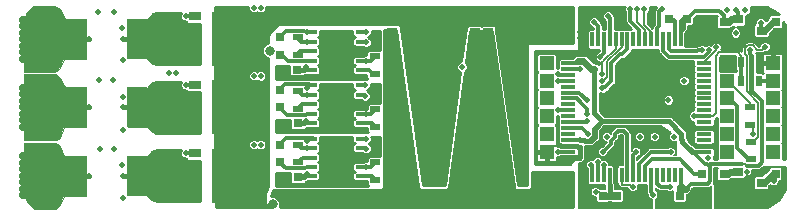
<source format=gbr>
%TF.GenerationSoftware,KiCad,Pcbnew,6.0.4-6f826c9f35~116~ubuntu20.04.1*%
%TF.CreationDate,2022-12-15T23:45:36+00:00*%
%TF.ProjectId,TFESC01,54464553-4330-4312-9e6b-696361645f70,rev?*%
%TF.SameCoordinates,Original*%
%TF.FileFunction,Copper,L4,Bot*%
%TF.FilePolarity,Positive*%
%FSLAX46Y46*%
G04 Gerber Fmt 4.6, Leading zero omitted, Abs format (unit mm)*
G04 Created by KiCad (PCBNEW 6.0.4-6f826c9f35~116~ubuntu20.04.1) date 2022-12-15 23:45:36*
%MOMM*%
%LPD*%
G01*
G04 APERTURE LIST*
%TA.AperFunction,ComponentPad*%
%ADD10R,1.200000X1.200000*%
%TD*%
%TA.AperFunction,ComponentPad*%
%ADD11R,0.700000X0.700000*%
%TD*%
%TA.AperFunction,SMDPad,CuDef*%
%ADD12R,0.750000X0.800000*%
%TD*%
%TA.AperFunction,SMDPad,CuDef*%
%ADD13R,0.300000X1.300480*%
%TD*%
%TA.AperFunction,SMDPad,CuDef*%
%ADD14R,1.300480X0.300000*%
%TD*%
%TA.AperFunction,SMDPad,CuDef*%
%ADD15R,0.800000X0.750000*%
%TD*%
%TA.AperFunction,SMDPad,CuDef*%
%ADD16R,0.900000X0.500000*%
%TD*%
%TA.AperFunction,SMDPad,CuDef*%
%ADD17R,0.900000X1.700000*%
%TD*%
%TA.AperFunction,SMDPad,CuDef*%
%ADD18R,0.500000X0.900000*%
%TD*%
%TA.AperFunction,SMDPad,CuDef*%
%ADD19R,1.000000X0.750000*%
%TD*%
%TA.AperFunction,SMDPad,CuDef*%
%ADD20R,0.425000X0.750000*%
%TD*%
%TA.AperFunction,SMDPad,CuDef*%
%ADD21R,0.905000X0.495000*%
%TD*%
%TA.AperFunction,SMDPad,CuDef*%
%ADD22R,4.105000X4.560000*%
%TD*%
%TA.AperFunction,SMDPad,CuDef*%
%ADD23R,0.600000X0.300000*%
%TD*%
%TA.AperFunction,SMDPad,CuDef*%
%ADD24R,2.600000X3.000000*%
%TD*%
%TA.AperFunction,SMDPad,CuDef*%
%ADD25R,1.800000X3.400000*%
%TD*%
%TA.AperFunction,SMDPad,CuDef*%
%ADD26R,0.900000X0.800000*%
%TD*%
%TA.AperFunction,ViaPad*%
%ADD27C,0.800000*%
%TD*%
%TA.AperFunction,ViaPad*%
%ADD28C,0.460000*%
%TD*%
%TA.AperFunction,ViaPad*%
%ADD29C,0.700000*%
%TD*%
%TA.AperFunction,ViaPad*%
%ADD30C,0.500000*%
%TD*%
%TA.AperFunction,Conductor*%
%ADD31C,0.800000*%
%TD*%
%TA.AperFunction,Conductor*%
%ADD32C,0.460000*%
%TD*%
%TA.AperFunction,Conductor*%
%ADD33C,0.300000*%
%TD*%
%TA.AperFunction,Conductor*%
%ADD34C,0.600000*%
%TD*%
%TA.AperFunction,Conductor*%
%ADD35C,0.127000*%
%TD*%
%TA.AperFunction,Conductor*%
%ADD36C,0.200000*%
%TD*%
%TA.AperFunction,Conductor*%
%ADD37C,0.254000*%
%TD*%
%TA.AperFunction,Conductor*%
%ADD38C,0.128000*%
%TD*%
%TA.AperFunction,Conductor*%
%ADD39C,0.030000*%
%TD*%
G04 APERTURE END LIST*
D10*
%TO.P,P9,1*%
%TO.N,+5V*%
X112300000Y-87250000D03*
%TO.P,P9,2*%
%TO.N,TEMP_MOTOR*%
X112300000Y-88750000D03*
%TO.P,P9,3*%
%TO.N,HALL_1*%
X112300000Y-90250000D03*
%TO.P,P9,4*%
%TO.N,HALL_2*%
X112300000Y-91750000D03*
%TO.P,P9,5*%
%TO.N,HALL_3*%
X112300000Y-93250000D03*
%TO.P,P9,6*%
%TO.N,VSS*%
X112300000Y-94750000D03*
%TD*%
%TO.P,P10,1*%
%TO.N,ADC_EXT2*%
X127575000Y-94750000D03*
%TO.P,P10,2*%
%TO.N,SWDIO*%
X127575000Y-93250000D03*
%TO.P,P10,3*%
%TO.N,SWCLK*%
X127575000Y-91750000D03*
%TO.P,P10,4*%
%TO.N,Net-(P10-Pad4)*%
X127575000Y-90250000D03*
%TO.P,P10,5*%
%TO.N,Net-(P10-Pad5)*%
X127575000Y-88750000D03*
%TO.P,P10,6*%
%TO.N,VSS*%
X127575000Y-87250000D03*
%TD*%
%TO.P,P11,1*%
%TO.N,ADC_EXT1*%
X131450000Y-94750000D03*
%TO.P,P11,2*%
%TO.N,TX*%
X131450000Y-93250000D03*
%TO.P,P11,3*%
%TO.N,RX*%
X131450000Y-91750000D03*
%TO.P,P11,4*%
%TO.N,+5V*%
X131450000Y-90250000D03*
%TO.P,P11,5*%
%TO.N,servoi*%
X131450000Y-88750000D03*
%TO.P,P11,6*%
%TO.N,VSS*%
X131450000Y-87250000D03*
%TD*%
D11*
%TO.P,P1,1*%
%TO.N,Net-(P1-Pad1)*%
X68600000Y-92050000D03*
X70000000Y-90650000D03*
X69300000Y-89950000D03*
X68600000Y-90650000D03*
X70000000Y-92050000D03*
X69300000Y-92050000D03*
X69300000Y-90650000D03*
X70000000Y-89950000D03*
X70000000Y-91350000D03*
X69300000Y-91350000D03*
X68600000Y-91350000D03*
X68600000Y-89950000D03*
%TD*%
%TO.P,P2,1*%
%TO.N,Net-(P2-Pad1)*%
X69300000Y-95750000D03*
X70000000Y-97850000D03*
X68600000Y-96450000D03*
X68600000Y-97150000D03*
X69300000Y-96450000D03*
X68600000Y-97850000D03*
X68600000Y-95750000D03*
X69300000Y-97850000D03*
X70000000Y-97150000D03*
X70000000Y-96450000D03*
X70000000Y-95750000D03*
X69300000Y-97150000D03*
%TD*%
%TO.P,P3,1*%
%TO.N,Net-(P3-Pad1)*%
X69300000Y-86250000D03*
X69300000Y-85550000D03*
X68600000Y-85550000D03*
X70000000Y-84150000D03*
X68600000Y-84850000D03*
X69300000Y-84150000D03*
X68600000Y-86250000D03*
X70000000Y-84850000D03*
X70000000Y-85550000D03*
X68600000Y-84150000D03*
X70000000Y-86250000D03*
X69300000Y-84850000D03*
%TD*%
%TO.P,P4,1*%
%TO.N,SH1*%
X79900000Y-90700000D03*
X80600000Y-90700000D03*
X79900000Y-90000000D03*
X80600000Y-91400000D03*
X81300000Y-91400000D03*
X81300000Y-92100000D03*
X79900000Y-91400000D03*
X80600000Y-90000000D03*
X79900000Y-92100000D03*
X81300000Y-90700000D03*
X81300000Y-90000000D03*
X80600000Y-92100000D03*
%TD*%
%TO.P,P5,1*%
%TO.N,SH2*%
X79900000Y-97850000D03*
X79900000Y-97150000D03*
X80600000Y-97150000D03*
X79900000Y-95750000D03*
X79900000Y-96450000D03*
X81300000Y-95750000D03*
X80600000Y-97850000D03*
X81300000Y-96450000D03*
X80600000Y-96450000D03*
X81300000Y-97850000D03*
X80600000Y-95750000D03*
X81300000Y-97150000D03*
%TD*%
%TO.P,P6,1*%
%TO.N,SH3*%
X79900000Y-85650000D03*
X80600000Y-85650000D03*
X81300000Y-86350000D03*
X80600000Y-86350000D03*
X81300000Y-85650000D03*
X80600000Y-84950000D03*
X81300000Y-84250000D03*
X81300000Y-84950000D03*
X79900000Y-84250000D03*
X79900000Y-86350000D03*
X80600000Y-84250000D03*
X79900000Y-84950000D03*
%TD*%
D12*
%TO.P,C1,1*%
%TO.N,Net-(C1-Pad1)*%
X89750000Y-91000000D03*
%TO.P,C1,2*%
%TO.N,SH1*%
X89750000Y-89500000D03*
%TD*%
%TO.P,C2,1*%
%TO.N,Net-(C2-Pad1)*%
X89750000Y-95650000D03*
%TO.P,C2,2*%
%TO.N,SH2*%
X89750000Y-94150000D03*
%TD*%
%TO.P,C3,1*%
%TO.N,Net-(C3-Pad1)*%
X89750000Y-86550000D03*
%TO.P,C3,2*%
%TO.N,SH3*%
X89750000Y-85050000D03*
%TD*%
D13*
%TO.P,U7,1*%
%TO.N,VCC*%
X123649040Y-96750560D03*
%TO.P,U7,2*%
%TO.N,Net-(U7-Pad2)*%
X123151200Y-96750560D03*
%TO.P,U7,3*%
%TO.N,Net-(U7-Pad3)*%
X122650820Y-96750560D03*
%TO.P,U7,4*%
%TO.N,Net-(U7-Pad4)*%
X122150440Y-96750560D03*
%TO.P,U7,5*%
%TO.N,Net-(C30-Pad1)*%
X121650060Y-96750560D03*
%TO.P,U7,6*%
%TO.N,Net-(C31-Pad1)*%
X121149680Y-96750560D03*
%TO.P,U7,7*%
%TO.N,Net-(C20-Pad2)*%
X120649300Y-96750560D03*
%TO.P,U7,8*%
%TO.N,C1*%
X120148920Y-96750560D03*
%TO.P,U7,9*%
%TO.N,C2*%
X119651080Y-96750560D03*
%TO.P,U7,10*%
%TO.N,C3*%
X119150700Y-96750560D03*
%TO.P,U7,11*%
%TO.N,SENS_SUPPLY*%
X118650320Y-96750560D03*
%TO.P,U7,12*%
%TO.N,VSS*%
X118149940Y-96750560D03*
%TO.P,U7,13*%
%TO.N,VAA*%
X117649560Y-96750560D03*
%TO.P,U7,14*%
%TO.N,SENS_1*%
X117149180Y-96750560D03*
%TO.P,U7,15*%
%TO.N,SENS_2*%
X116648800Y-96750560D03*
%TO.P,U7,16*%
%TO.N,SENS_3*%
X116150960Y-96750560D03*
D14*
%TO.P,U7,17*%
%TO.N,Net-(C77-Pad2)*%
X114149440Y-94749040D03*
%TO.P,U7,18*%
%TO.N,VSS*%
X114149440Y-94251200D03*
%TO.P,U7,19*%
%TO.N,VCC*%
X114149440Y-93750820D03*
%TO.P,U7,20*%
%TO.N,Net-(U7-Pad20)*%
X114149440Y-93250440D03*
%TO.P,U7,21*%
%TO.N,ADC_EXT1*%
X114149440Y-92750060D03*
%TO.P,U7,22*%
%TO.N,ADC_EXT2*%
X114149440Y-92249680D03*
%TO.P,U7,23*%
%TO.N,Net-(U7-Pad23)*%
X114149440Y-91749300D03*
%TO.P,U7,24*%
%TO.N,TEMP_MOTOR*%
X114149440Y-91248920D03*
%TO.P,U7,25*%
%TO.N,Net-(U7-Pad25)*%
X114149440Y-90751080D03*
%TO.P,U7,26*%
%TO.N,LED_GREEN*%
X114149440Y-90250700D03*
%TO.P,U7,27*%
%TO.N,LED_RED*%
X114149440Y-89750320D03*
%TO.P,U7,28*%
%TO.N,Net-(U7-Pad28)*%
X114149440Y-89249940D03*
%TO.P,U7,29*%
%TO.N,TX*%
X114149440Y-88749560D03*
%TO.P,U7,30*%
%TO.N,RX*%
X114149440Y-88249180D03*
%TO.P,U7,31*%
%TO.N,Net-(C17-Pad2)*%
X114149440Y-87748800D03*
%TO.P,U7,32*%
%TO.N,VCC*%
X114149440Y-87250960D03*
D13*
%TO.P,U7,33*%
%TO.N,Net-(U7-Pad33)*%
X116150960Y-85249440D03*
%TO.P,U7,34*%
%TO.N,LI1*%
X116648800Y-85249440D03*
%TO.P,U7,35*%
%TO.N,LI2*%
X117149180Y-85249440D03*
%TO.P,U7,36*%
%TO.N,LI3*%
X117649560Y-85249440D03*
%TO.P,U7,37*%
%TO.N,HALL_1*%
X118149940Y-85249440D03*
%TO.P,U7,38*%
%TO.N,HALL_2*%
X118650320Y-85249440D03*
%TO.P,U7,39*%
%TO.N,HALL_3*%
X119150700Y-85249440D03*
%TO.P,U7,40*%
%TO.N,Net-(U7-Pad40)*%
X119651080Y-85249440D03*
%TO.P,U7,41*%
%TO.N,HI1*%
X120148920Y-85249440D03*
%TO.P,U7,42*%
%TO.N,HI2*%
X120649300Y-85249440D03*
%TO.P,U7,43*%
%TO.N,HI3*%
X121149680Y-85249440D03*
%TO.P,U7,44*%
%TO.N,USB-DM*%
X121650060Y-85249440D03*
%TO.P,U7,45*%
%TO.N,USB-DP*%
X122150440Y-85249440D03*
%TO.P,U7,46*%
%TO.N,SWDIO*%
X122650820Y-85249440D03*
%TO.P,U7,47*%
%TO.N,Net-(C18-Pad2)*%
X123151200Y-85249440D03*
%TO.P,U7,48*%
%TO.N,VCC*%
X123649040Y-85249440D03*
D14*
%TO.P,U7,49*%
%TO.N,SWCLK*%
X125650560Y-87250960D03*
%TO.P,U7,50*%
%TO.N,Net-(U7-Pad50)*%
X125650560Y-87748800D03*
%TO.P,U7,51*%
%TO.N,Net-(U7-Pad51)*%
X125650560Y-88249180D03*
%TO.P,U7,52*%
%TO.N,Net-(U7-Pad52)*%
X125650560Y-88749560D03*
%TO.P,U7,53*%
%TO.N,Net-(U7-Pad53)*%
X125650560Y-89249940D03*
%TO.P,U7,54*%
%TO.N,Net-(U7-Pad54)*%
X125650560Y-89750320D03*
%TO.P,U7,55*%
%TO.N,Net-(U7-Pad55)*%
X125650560Y-90250700D03*
%TO.P,U7,56*%
%TO.N,Net-(U7-Pad56)*%
X125650560Y-90751080D03*
%TO.P,U7,57*%
%TO.N,Net-(U7-Pad57)*%
X125650560Y-91248920D03*
%TO.P,U7,58*%
%TO.N,SERVO*%
X125650560Y-91749300D03*
%TO.P,U7,59*%
%TO.N,Net-(U7-Pad59)*%
X125650560Y-92249680D03*
%TO.P,U7,60*%
%TO.N,VSS*%
X125650560Y-92750060D03*
%TO.P,U7,61*%
%TO.N,Net-(U7-Pad61)*%
X125650560Y-93250440D03*
%TO.P,U7,62*%
%TO.N,Net-(U7-Pad62)*%
X125650560Y-93750820D03*
%TO.P,U7,63*%
%TO.N,VSS*%
X125650560Y-94251200D03*
%TO.P,U7,64*%
%TO.N,VCC*%
X125650560Y-94749040D03*
%TD*%
D15*
%TO.P,C6,1*%
%TO.N,+5V*%
X91250000Y-92350000D03*
%TO.P,C6,2*%
%TO.N,VSS*%
X89750000Y-92350000D03*
%TD*%
%TO.P,C7,1*%
%TO.N,+5V*%
X91250000Y-96900000D03*
%TO.P,C7,2*%
%TO.N,VSS*%
X89750000Y-96900000D03*
%TD*%
%TO.P,C8,1*%
%TO.N,+5V*%
X91150000Y-87800000D03*
%TO.P,C8,2*%
%TO.N,VSS*%
X89650000Y-87800000D03*
%TD*%
%TO.P,C18,1*%
%TO.N,VSS*%
X121150000Y-83500000D03*
%TO.P,C18,2*%
%TO.N,Net-(C18-Pad2)*%
X122650000Y-83500000D03*
%TD*%
%TO.P,C19,1*%
%TO.N,VAA*%
X118250000Y-98500000D03*
%TO.P,C19,2*%
%TO.N,VSS*%
X119750000Y-98500000D03*
%TD*%
D12*
%TO.P,C20,1*%
%TO.N,VSS*%
X125500000Y-98150000D03*
%TO.P,C20,2*%
%TO.N,Net-(C20-Pad2)*%
X125500000Y-96650000D03*
%TD*%
D16*
%TO.P,R6,1*%
%TO.N,Net-(Q1-Pad1)*%
X91250000Y-89600000D03*
%TO.P,R6,2*%
%TO.N,Net-(R6-Pad2)*%
X91250000Y-91100000D03*
%TD*%
%TO.P,R7,1*%
%TO.N,Net-(R7-Pad1)*%
X97800000Y-92650000D03*
%TO.P,R7,2*%
%TO.N,Net-(Q2-Pad1)*%
X97800000Y-91150000D03*
%TD*%
%TO.P,R8,1*%
%TO.N,Net-(Q3-Pad1)*%
X91250000Y-94150000D03*
%TO.P,R8,2*%
%TO.N,Net-(R8-Pad2)*%
X91250000Y-95650000D03*
%TD*%
%TO.P,R9,1*%
%TO.N,Net-(R9-Pad1)*%
X97800000Y-97150000D03*
%TO.P,R9,2*%
%TO.N,Net-(Q4-Pad1)*%
X97800000Y-95650000D03*
%TD*%
%TO.P,R10,1*%
%TO.N,Net-(Q5-Pad1)*%
X91250000Y-85050000D03*
%TO.P,R10,2*%
%TO.N,Net-(R10-Pad2)*%
X91250000Y-86550000D03*
%TD*%
%TO.P,R11,1*%
%TO.N,Net-(R11-Pad1)*%
X97750000Y-88150000D03*
%TO.P,R11,2*%
%TO.N,Net-(Q6-Pad1)*%
X97750000Y-86650000D03*
%TD*%
%TO.P,R25,1*%
%TO.N,Net-(P10-Pad4)*%
X129600000Y-95400000D03*
%TO.P,R25,2*%
%TO.N,USB-DM*%
X129600000Y-93900000D03*
%TD*%
%TO.P,R27,1*%
%TO.N,Net-(P10-Pad5)*%
X129550000Y-91000000D03*
%TO.P,R27,2*%
%TO.N,USB-DP*%
X129550000Y-92500000D03*
%TD*%
D17*
%TO.P,C4,1*%
%TO.N,VDD*%
X102150000Y-94900000D03*
%TO.P,C4,2*%
%TO.N,VSS*%
X99250000Y-94900000D03*
%TD*%
%TO.P,C5,1*%
%TO.N,VDD*%
X103300000Y-85150000D03*
%TO.P,C5,2*%
%TO.N,VSS*%
X106200000Y-85150000D03*
%TD*%
%TO.P,C33,1*%
%TO.N,VDD*%
X102150000Y-87100000D03*
%TO.P,C33,2*%
%TO.N,VSS*%
X99250000Y-87100000D03*
%TD*%
%TO.P,C37,1*%
%TO.N,VDD*%
X103300000Y-91000000D03*
%TO.P,C37,2*%
%TO.N,VSS*%
X106200000Y-91000000D03*
%TD*%
%TO.P,C38,1*%
%TO.N,VDD*%
X103300000Y-89050000D03*
%TO.P,C38,2*%
%TO.N,VSS*%
X106200000Y-89050000D03*
%TD*%
%TO.P,C41,1*%
%TO.N,VDD*%
X102150000Y-96850000D03*
%TO.P,C41,2*%
%TO.N,VSS*%
X99250000Y-96850000D03*
%TD*%
%TO.P,C43,1*%
%TO.N,VDD*%
X102150000Y-89050000D03*
%TO.P,C43,2*%
%TO.N,VSS*%
X99250000Y-89050000D03*
%TD*%
%TO.P,C65,1*%
%TO.N,VDD*%
X103300000Y-87100000D03*
%TO.P,C65,2*%
%TO.N,VSS*%
X106200000Y-87100000D03*
%TD*%
%TO.P,C66,1*%
%TO.N,VDD*%
X103300000Y-92950000D03*
%TO.P,C66,2*%
%TO.N,VSS*%
X106200000Y-92950000D03*
%TD*%
%TO.P,C67,1*%
%TO.N,VDD*%
X102150000Y-92950000D03*
%TO.P,C67,2*%
%TO.N,VSS*%
X99250000Y-92950000D03*
%TD*%
D18*
%TO.P,C76,1*%
%TO.N,VSS*%
X130250000Y-87200000D03*
%TO.P,C76,2*%
%TO.N,SERVO*%
X128750000Y-87200000D03*
%TD*%
%TO.P,R30,1*%
%TO.N,servoi*%
X130250000Y-88750000D03*
%TO.P,R30,2*%
%TO.N,SERVO*%
X128750000Y-88750000D03*
%TD*%
D17*
%TO.P,C32,1*%
%TO.N,VDD*%
X103300000Y-94900000D03*
%TO.P,C32,2*%
%TO.N,VSS*%
X106200000Y-94900000D03*
%TD*%
%TO.P,C63,1*%
%TO.N,VDD*%
X102150000Y-85150000D03*
%TO.P,C63,2*%
%TO.N,VSS*%
X99250000Y-85150000D03*
%TD*%
%TO.P,C74,1*%
%TO.N,VDD*%
X102150000Y-91000000D03*
%TO.P,C74,2*%
%TO.N,VSS*%
X99250000Y-91000000D03*
%TD*%
%TO.P,C75,1*%
%TO.N,VDD*%
X103300000Y-96850000D03*
%TO.P,C75,2*%
%TO.N,VSS*%
X106200000Y-96850000D03*
%TD*%
%TO.P,C79,1*%
%TO.N,VDD*%
X110250000Y-85150000D03*
%TO.P,C79,2*%
%TO.N,VSS*%
X107350000Y-85150000D03*
%TD*%
%TO.P,C80,1*%
%TO.N,VDD*%
X110250000Y-87100000D03*
%TO.P,C80,2*%
%TO.N,VSS*%
X107350000Y-87100000D03*
%TD*%
%TO.P,C81,1*%
%TO.N,VDD*%
X110250000Y-94900000D03*
%TO.P,C81,2*%
%TO.N,VSS*%
X107350000Y-94900000D03*
%TD*%
%TO.P,C82,1*%
%TO.N,VDD*%
X110250000Y-96850000D03*
%TO.P,C82,2*%
%TO.N,VSS*%
X107350000Y-96850000D03*
%TD*%
%TO.P,C83,1*%
%TO.N,VDD*%
X110250000Y-89050000D03*
%TO.P,C83,2*%
%TO.N,VSS*%
X107350000Y-89050000D03*
%TD*%
%TO.P,C84,1*%
%TO.N,VDD*%
X110250000Y-91000000D03*
%TO.P,C84,2*%
%TO.N,VSS*%
X107350000Y-91000000D03*
%TD*%
%TO.P,C85,1*%
%TO.N,VDD*%
X110250000Y-92950000D03*
%TO.P,C85,2*%
%TO.N,VSS*%
X107350000Y-92950000D03*
%TD*%
D19*
%TO.P,Q1,1*%
%TO.N,Net-(Q1-Pad1)*%
X82500000Y-89095000D03*
%TO.P,Q1,2*%
%TO.N,SH1*%
X82500000Y-90365000D03*
X82500000Y-91635000D03*
X82500000Y-92905000D03*
D20*
%TO.P,Q1,3*%
%TO.N,VDD*%
X88282500Y-92905000D03*
D21*
X84842500Y-93527500D03*
X84842500Y-88472500D03*
D20*
X88282500Y-89095000D03*
D22*
X86017500Y-91000000D03*
%TD*%
D19*
%TO.P,Q3,1*%
%TO.N,Net-(Q3-Pad1)*%
X82500000Y-94895000D03*
%TO.P,Q3,2*%
%TO.N,SH2*%
X82500000Y-97435000D03*
X82500000Y-98705000D03*
X82500000Y-96165000D03*
D22*
%TO.P,Q3,3*%
%TO.N,VDD*%
X86017500Y-96800000D03*
D20*
X88282500Y-94895000D03*
X88282500Y-98705000D03*
D21*
X84842500Y-94272500D03*
X84842500Y-99327500D03*
%TD*%
D19*
%TO.P,Q5,1*%
%TO.N,Net-(Q5-Pad1)*%
X82500000Y-83295000D03*
%TO.P,Q5,2*%
%TO.N,SH3*%
X82500000Y-87105000D03*
X82500000Y-85835000D03*
X82500000Y-84565000D03*
D20*
%TO.P,Q5,3*%
%TO.N,VDD*%
X88282500Y-83295000D03*
X88282500Y-87105000D03*
D21*
X84842500Y-87727500D03*
D22*
X86017500Y-85200000D03*
D21*
X84842500Y-82672500D03*
%TD*%
D23*
%TO.P,U1,1*%
%TO.N,+5V*%
X92600000Y-92350000D03*
%TO.P,U1,2*%
%TO.N,Net-(C1-Pad1)*%
X92600000Y-91550000D03*
%TO.P,U1,3*%
%TO.N,Net-(R6-Pad2)*%
X92600000Y-90750000D03*
%TO.P,U1,4*%
%TO.N,Net-(Q1-Pad1)*%
X92600000Y-89950000D03*
%TO.P,U1,5*%
%TO.N,SH1*%
X92600000Y-89150000D03*
%TO.P,U1,6*%
%TO.N,HI1*%
X96400000Y-89150000D03*
%TO.P,U1,7*%
%TO.N,LI1*%
X96400000Y-89950000D03*
D24*
%TO.P,U1,8*%
%TO.N,VSS*%
X94500000Y-90750000D03*
D23*
X96400000Y-90750000D03*
%TO.P,U1,9*%
%TO.N,Net-(Q2-Pad1)*%
X96400000Y-91550000D03*
%TO.P,U1,10*%
%TO.N,Net-(R7-Pad1)*%
X96400000Y-92350000D03*
%TD*%
%TO.P,U2,1*%
%TO.N,+5V*%
X92600000Y-96850000D03*
%TO.P,U2,2*%
%TO.N,Net-(C2-Pad1)*%
X92600000Y-96050000D03*
%TO.P,U2,3*%
%TO.N,Net-(R8-Pad2)*%
X92600000Y-95250000D03*
%TO.P,U2,4*%
%TO.N,Net-(Q3-Pad1)*%
X92600000Y-94450000D03*
%TO.P,U2,5*%
%TO.N,SH2*%
X92600000Y-93650000D03*
%TO.P,U2,6*%
%TO.N,HI2*%
X96400000Y-93650000D03*
%TO.P,U2,7*%
%TO.N,LI2*%
X96400000Y-94450000D03*
%TO.P,U2,8*%
%TO.N,VSS*%
X96400000Y-95250000D03*
D24*
X94500000Y-95250000D03*
D23*
%TO.P,U2,9*%
%TO.N,Net-(Q4-Pad1)*%
X96400000Y-96050000D03*
%TO.P,U2,10*%
%TO.N,Net-(R9-Pad1)*%
X96400000Y-96850000D03*
%TD*%
%TO.P,U3,1*%
%TO.N,+5V*%
X92600000Y-87850000D03*
%TO.P,U3,2*%
%TO.N,Net-(C3-Pad1)*%
X92600000Y-87050000D03*
%TO.P,U3,3*%
%TO.N,Net-(R10-Pad2)*%
X92600000Y-86250000D03*
%TO.P,U3,4*%
%TO.N,Net-(Q5-Pad1)*%
X92600000Y-85450000D03*
%TO.P,U3,5*%
%TO.N,SH3*%
X92600000Y-84650000D03*
%TO.P,U3,6*%
%TO.N,HI3*%
X96400000Y-84650000D03*
%TO.P,U3,7*%
%TO.N,LI3*%
X96400000Y-85450000D03*
%TO.P,U3,8*%
%TO.N,VSS*%
X96400000Y-86250000D03*
D24*
X94500000Y-86250000D03*
D23*
%TO.P,U3,9*%
%TO.N,Net-(Q6-Pad1)*%
X96400000Y-87050000D03*
%TO.P,U3,10*%
%TO.N,Net-(R11-Pad1)*%
X96400000Y-87850000D03*
%TD*%
D25*
%TO.P,R1,1*%
%TO.N,Net-(P1-Pad1)*%
X72400000Y-91000000D03*
%TO.P,R1,2*%
%TO.N,SH1*%
X77600000Y-91000000D03*
%TD*%
%TO.P,R2,1*%
%TO.N,Net-(P2-Pad1)*%
X72400000Y-96800000D03*
%TO.P,R2,2*%
%TO.N,SH2*%
X77600000Y-96800000D03*
%TD*%
%TO.P,R3,1*%
%TO.N,Net-(P3-Pad1)*%
X72400000Y-85200000D03*
%TO.P,R3,2*%
%TO.N,SH3*%
X77600000Y-85200000D03*
%TD*%
D15*
%TO.P,C26,1*%
%TO.N,VCC*%
X124150000Y-83500000D03*
%TO.P,C26,2*%
%TO.N,VSS*%
X125650000Y-83500000D03*
%TD*%
%TO.P,C27,1*%
%TO.N,VCC*%
X123600000Y-98500000D03*
%TO.P,C27,2*%
%TO.N,VSS*%
X122100000Y-98500000D03*
%TD*%
%TO.P,C86,1*%
%TO.N,VAA*%
X117050000Y-98500000D03*
%TO.P,C86,2*%
%TO.N,VSS*%
X115550000Y-98500000D03*
%TD*%
D12*
%TO.P,C87,1*%
%TO.N,+5V*%
X131700000Y-96667242D03*
%TO.P,C87,2*%
%TO.N,VSS*%
X131700000Y-98167242D03*
%TD*%
%TO.P,C88,1*%
%TO.N,VCC*%
X127300000Y-83750000D03*
%TO.P,C88,2*%
%TO.N,VSS*%
X127300000Y-85250000D03*
%TD*%
%TO.P,C89,1*%
%TO.N,+5V*%
X131700000Y-83750000D03*
%TO.P,C89,2*%
%TO.N,VSS*%
X131700000Y-85250000D03*
%TD*%
%TO.P,C90,1*%
%TO.N,VAA*%
X127300000Y-96667242D03*
%TO.P,C90,2*%
%TO.N,VSS*%
X127300000Y-98167242D03*
%TD*%
D26*
%TO.P,U9,1*%
%TO.N,VSS*%
X128500000Y-85450000D03*
%TO.P,U9,2*%
%TO.N,VCC*%
X128500000Y-83550000D03*
%TO.P,U9,3*%
%TO.N,+5V*%
X130500000Y-84500000D03*
%TD*%
%TO.P,U10,1*%
%TO.N,VSS*%
X128500000Y-98367242D03*
%TO.P,U10,2*%
%TO.N,VAA*%
X128500000Y-96467242D03*
%TO.P,U10,3*%
%TO.N,+5V*%
X130500000Y-97417242D03*
%TD*%
D27*
%TO.N,VDD*%
X94900000Y-83200000D03*
X103900000Y-83200000D03*
X108400000Y-83200000D03*
X90400000Y-83200000D03*
X89113216Y-99199750D03*
X96700000Y-83200000D03*
X113900000Y-83200000D03*
X110200000Y-83200000D03*
X112100000Y-83200000D03*
X92200000Y-83200000D03*
X98500000Y-83200000D03*
X104800000Y-83200000D03*
X94000000Y-83200000D03*
X106600000Y-83200000D03*
X109300000Y-83200000D03*
X97600000Y-83200000D03*
X91300000Y-83200000D03*
X113000000Y-83200000D03*
X100300000Y-83200000D03*
X93100000Y-83200000D03*
X111200000Y-83200000D03*
X103000000Y-83200000D03*
X107500000Y-83200000D03*
X105700000Y-83200000D03*
D28*
X127550000Y-82750000D03*
D27*
X89550000Y-83200000D03*
X102100000Y-83200000D03*
X95800000Y-83200000D03*
X101200000Y-83200000D03*
X99400000Y-83200000D03*
D28*
%TO.N,Net-(Q1-Pad1)*%
X81742998Y-89100000D03*
X92010000Y-89950000D03*
%TO.N,Net-(Q2-Pad1)*%
X88100000Y-88362998D03*
X97000000Y-91587000D03*
D27*
%TO.N,VSS*%
X102700000Y-98800000D03*
D28*
X87512997Y-94162998D03*
D27*
X100000000Y-98800000D03*
X95500000Y-98800000D03*
D28*
X74500000Y-94500000D03*
X128250000Y-99050000D03*
D27*
X99100000Y-98800000D03*
D28*
X115150000Y-84604009D03*
X96992928Y-95463041D03*
D27*
X93700000Y-98800000D03*
X111700000Y-98800000D03*
D28*
X124156042Y-85200000D03*
X96997562Y-86247562D03*
X87512997Y-82562998D03*
X129600000Y-99050000D03*
D27*
X94600000Y-98800000D03*
X108100000Y-98800000D03*
D28*
X124600000Y-84700000D03*
D27*
X100900000Y-98800000D03*
D28*
X74400000Y-88700000D03*
X115400000Y-84850000D03*
X130500000Y-99050000D03*
D27*
X88847998Y-86207000D03*
D28*
X118600000Y-94000000D03*
D27*
X92800000Y-98800000D03*
D28*
X124643318Y-93250000D03*
X128700000Y-99050000D03*
D27*
X91000000Y-98800000D03*
X97300000Y-98800000D03*
X98200000Y-98800000D03*
X113500000Y-98800000D03*
X96400000Y-98800000D03*
D28*
X115100000Y-95250000D03*
D27*
X112600000Y-98800000D03*
D28*
X130050000Y-99050000D03*
D27*
X107200000Y-98800000D03*
D28*
X121248148Y-83750989D03*
X115150000Y-85100000D03*
X129150000Y-99050000D03*
X125500000Y-98370500D03*
X74300000Y-82900000D03*
X130950000Y-99050000D03*
D27*
X109900000Y-98800000D03*
X101800000Y-98800000D03*
X110800000Y-98800000D03*
X91900000Y-98800000D03*
X106300000Y-98800000D03*
D28*
X87512997Y-88362998D03*
D27*
X105400000Y-98800000D03*
X109000000Y-98800000D03*
D28*
X118600000Y-93499999D03*
X124156042Y-84800000D03*
X129100000Y-82750000D03*
D27*
X104500000Y-98800000D03*
X103600000Y-98800000D03*
D28*
X96992998Y-91000000D03*
X115643958Y-85100000D03*
%TO.N,Net-(Q3-Pad1)*%
X81747998Y-94900000D03*
X92020000Y-94450000D03*
%TO.N,Net-(Q5-Pad1)*%
X92000000Y-85450000D03*
X81747998Y-83300000D03*
%TO.N,Net-(Q6-Pad1)*%
X88100000Y-82562998D03*
X97000000Y-87050000D03*
%TO.N,Net-(P1-Pad1)*%
X73600000Y-91000000D03*
D29*
X68000000Y-89900000D03*
X70000000Y-89350000D03*
X68000000Y-90450000D03*
X70000000Y-92650000D03*
X68600000Y-92650000D03*
X68000000Y-91000000D03*
X69300000Y-89350000D03*
X68000000Y-92650000D03*
X68000000Y-91550000D03*
X68600000Y-89350000D03*
X68000000Y-89350000D03*
X69300000Y-92650000D03*
X68000000Y-92100000D03*
%TO.N,Net-(P2-Pad1)*%
X68600000Y-95150000D03*
X68000000Y-96250000D03*
X69300000Y-95150000D03*
X68600000Y-98450000D03*
D28*
X73600000Y-96800000D03*
D29*
X68000000Y-98450000D03*
X68000000Y-96800000D03*
X70000000Y-95150000D03*
X70000000Y-98450000D03*
X68000000Y-95150000D03*
X68000000Y-97350000D03*
X69300000Y-98450000D03*
X68000000Y-95700000D03*
X68000000Y-97900000D03*
%TO.N,Net-(P3-Pad1)*%
X70000000Y-86900000D03*
D28*
X73600000Y-85200000D03*
D29*
X69300000Y-86900000D03*
X68000000Y-85800000D03*
X68000000Y-84150000D03*
X69300000Y-83550000D03*
X68000000Y-85250000D03*
X68000000Y-86900000D03*
X68600000Y-83550000D03*
X68600000Y-86900000D03*
X70000000Y-83550000D03*
X68000000Y-86350000D03*
X68000000Y-83600000D03*
X68000000Y-84700000D03*
D28*
%TO.N,SH1*%
X76400000Y-91000000D03*
X81680260Y-89683640D03*
X92057559Y-89364928D03*
%TO.N,SH2*%
X92054015Y-93853916D03*
X76400000Y-96800000D03*
X81678063Y-95482821D03*
%TO.N,SH3*%
X81691906Y-83884316D03*
X76400000Y-85200000D03*
X92000000Y-84650000D03*
%TO.N,C1*%
X122800000Y-94800000D03*
%TO.N,C2*%
X119900000Y-94800000D03*
%TO.N,C3*%
X117100000Y-94800000D03*
%TO.N,Net-(C17-Pad2)*%
X115100000Y-87750000D03*
%TO.N,VCC*%
X128343873Y-82766324D03*
X129547339Y-86152661D03*
X116300000Y-87750000D03*
X115100000Y-93750000D03*
X124100000Y-97909532D03*
X124700000Y-94750000D03*
%TO.N,SENS_SUPPLY*%
X128300000Y-84692998D03*
X121450000Y-93499999D03*
X119646580Y-97757802D03*
%TO.N,SENS_1*%
X76400000Y-90100000D03*
X117183076Y-95862800D03*
%TO.N,SENS_2*%
X76387000Y-95916215D03*
X116640000Y-95640000D03*
%TO.N,SENS_3*%
X116099224Y-95868327D03*
X76337000Y-84300000D03*
%TO.N,I1*%
X76400000Y-92900000D03*
X123100000Y-93500000D03*
%TO.N,I2*%
X76400000Y-98700000D03*
X120200000Y-93500000D03*
%TO.N,I3*%
X76400000Y-87000000D03*
X117400000Y-93500000D03*
%TO.N,LI1*%
X116312998Y-83778520D03*
X96950000Y-90050000D03*
%TO.N,HI1*%
X119375994Y-82650000D03*
X96950000Y-89100000D03*
%TO.N,LI2*%
X116849428Y-86732515D03*
X97000000Y-94500000D03*
%TO.N,HI2*%
X97000000Y-93650000D03*
X119962997Y-82650000D03*
%TO.N,LI3*%
X117500000Y-83270500D03*
X97000000Y-85500000D03*
%TO.N,HI3*%
X120550000Y-82650000D03*
X97000000Y-84600000D03*
%TO.N,USB-DM*%
X130810000Y-85870000D03*
X122050000Y-82642998D03*
%TO.N,USB-DP*%
X126037003Y-86150000D03*
X129750000Y-93250000D03*
%TO.N,LED_GREEN*%
X115700000Y-91600000D03*
%TO.N,LED_RED*%
X115700000Y-90400000D03*
%TO.N,HALL_1*%
X117026244Y-88213862D03*
%TO.N,HALL_2*%
X117028603Y-88800859D03*
%TO.N,HALL_3*%
X117032302Y-89387850D03*
%TO.N,SWCLK*%
X126627957Y-85920500D03*
%TO.N,SWDIO*%
X125450000Y-86150000D03*
%TO.N,Net-(C30-Pad1)*%
X122747504Y-97757802D03*
%TO.N,Net-(C31-Pad1)*%
X121342998Y-98400001D03*
%TO.N,SERVO*%
X124750000Y-91750000D03*
%TO.N,TEMP_MOTOR*%
X113257002Y-91243000D03*
X129307002Y-96434001D03*
%TO.N,RX*%
X113277380Y-88178525D03*
%TO.N,TX*%
X113257002Y-88765173D03*
%TO.N,Net-(C77-Pad2)*%
X113257002Y-94750000D03*
X126000000Y-95256042D03*
X105150000Y-87600000D03*
X80900000Y-88100000D03*
%TO.N,Net-(Q4-Pad1)*%
X88100000Y-94162998D03*
X97000000Y-96050000D03*
%TO.N,+5V*%
X92017271Y-96663041D03*
X131573501Y-97277444D03*
X91957001Y-87584001D03*
X130422339Y-83827661D03*
X91957002Y-92174000D03*
X123950000Y-88750000D03*
%TO.N,VAA*%
X116450000Y-98150000D03*
X75600000Y-88700000D03*
D30*
X127300000Y-96667242D03*
D28*
X75700000Y-94500000D03*
X75700000Y-82900000D03*
X80312997Y-88100000D03*
%TO.N,ADC_EXT2*%
X115724742Y-92198302D03*
%TO.N,ADC_EXT1*%
X122610000Y-90390000D03*
X115816513Y-93245989D03*
%TD*%
D31*
%TO.N,VDD*%
X94000000Y-83200000D02*
X94900000Y-83200000D01*
X92200000Y-83200000D02*
X93100000Y-83200000D01*
X101200000Y-83200000D02*
X102100000Y-83200000D01*
X111200000Y-83200000D02*
X112100000Y-83200000D01*
D32*
X88985466Y-99327500D02*
X89113216Y-99199750D01*
D31*
X106600000Y-83200000D02*
X107500000Y-83200000D01*
X86017500Y-85200000D02*
X87200000Y-85200000D01*
X86017500Y-85200000D02*
X87550000Y-85200000D01*
D33*
X89550000Y-83200000D02*
X89950000Y-82800000D01*
D32*
X84842500Y-99327500D02*
X88985466Y-99327500D01*
D33*
X89455000Y-83295000D02*
X89550000Y-83200000D01*
D31*
X87550000Y-85200000D02*
X89550000Y-83200000D01*
X113000000Y-83200000D02*
X113900000Y-83200000D01*
X99400000Y-83200000D02*
X100300000Y-83200000D01*
D32*
X86017500Y-96800000D02*
X87177002Y-96800000D01*
D31*
X104800000Y-83200000D02*
X105700000Y-83200000D01*
X90400000Y-83200000D02*
X91300000Y-83200000D01*
X87200000Y-85200000D02*
X89500000Y-82900000D01*
X95800000Y-83200000D02*
X96700000Y-83200000D01*
X103000000Y-83200000D02*
X103900000Y-83200000D01*
X97600000Y-83200000D02*
X98500000Y-83200000D01*
X110200000Y-83200000D02*
X111200000Y-83200000D01*
X108400000Y-83200000D02*
X109300000Y-83200000D01*
D33*
X88282500Y-83295000D02*
X89455000Y-83295000D01*
%TO.N,Net-(Q1-Pad1)*%
X81747998Y-89095000D02*
X81742998Y-89100000D01*
X92600000Y-89950000D02*
X92010000Y-89950000D01*
X91600000Y-89950000D02*
X91250000Y-89600000D01*
X82500000Y-89095000D02*
X81747998Y-89095000D01*
X92010000Y-89950000D02*
X91600000Y-89950000D01*
%TO.N,Net-(Q2-Pad1)*%
X96400000Y-91550000D02*
X96963000Y-91550000D01*
X97400000Y-91550000D02*
X97800000Y-91150000D01*
X88100000Y-88362998D02*
X88100000Y-88442999D01*
X96963000Y-91550000D02*
X97000000Y-91587000D01*
X96400000Y-91550000D02*
X97400000Y-91550000D01*
D31*
%TO.N,VSS*%
X109900000Y-98800000D02*
X110800000Y-98800000D01*
D34*
X127767242Y-98167242D02*
X127967242Y-98367242D01*
D31*
X108100000Y-98800000D02*
X109000000Y-98800000D01*
D35*
X112798800Y-94251200D02*
X112300000Y-94750000D01*
X118149940Y-97527800D02*
X118482140Y-97860000D01*
X121150000Y-83643987D02*
X121257002Y-83750989D01*
D32*
X112300000Y-94750000D02*
X111450000Y-94750000D01*
D34*
X127300000Y-98167242D02*
X127767242Y-98167242D01*
D33*
X96779887Y-95250000D02*
X96992928Y-95463041D01*
D34*
X127750000Y-85250000D02*
X127950000Y-85450000D01*
D33*
X90427001Y-97552001D02*
X92747999Y-97552001D01*
D32*
X130300000Y-87250000D02*
X130250000Y-87200000D01*
D33*
X92847999Y-93002001D02*
X94500000Y-91350000D01*
D35*
X118482140Y-97860000D02*
X119085000Y-97860000D01*
D33*
X96400000Y-86250000D02*
X96995124Y-86250000D01*
D35*
X131700000Y-98300000D02*
X130950000Y-99050000D01*
X129600000Y-99050000D02*
X129150000Y-99050000D01*
D31*
X104500000Y-98800000D02*
X105400000Y-98800000D01*
D33*
X96742998Y-90750000D02*
X96992998Y-91000000D01*
D34*
X127967242Y-98367242D02*
X128500000Y-98367242D01*
D33*
X115100000Y-94400758D02*
X114950442Y-94251200D01*
D34*
X127300000Y-85250000D02*
X127750000Y-85250000D01*
D35*
X121150000Y-83500000D02*
X121150000Y-83643987D01*
D33*
X89750000Y-92350000D02*
X89775000Y-92350000D01*
D32*
X131450000Y-87250000D02*
X131450000Y-85500000D01*
D35*
X115150000Y-84604009D02*
X115154009Y-84604009D01*
D32*
X131450000Y-87250000D02*
X130300000Y-87250000D01*
D35*
X119725000Y-98500000D02*
X119750000Y-98500000D01*
D31*
X106300000Y-98800000D02*
X107200000Y-98800000D01*
D33*
X94500000Y-95800000D02*
X94500000Y-95250000D01*
X124852098Y-94251200D02*
X125650560Y-94251200D01*
X89650000Y-87800000D02*
X89675000Y-87800000D01*
D35*
X119750000Y-98500000D02*
X119750000Y-99002000D01*
D33*
X92946601Y-88452001D02*
X94500000Y-86898602D01*
X92747999Y-97552001D02*
X94500000Y-95800000D01*
D35*
X131700000Y-98167242D02*
X131700000Y-98300000D01*
X130500000Y-99050000D02*
X130050000Y-99050000D01*
D31*
X93700000Y-98800000D02*
X94600000Y-98800000D01*
D33*
X89750000Y-88000000D02*
X89775000Y-88000000D01*
X90427001Y-93002001D02*
X92847999Y-93002001D01*
X94500000Y-86898602D02*
X94500000Y-86250000D01*
D35*
X128700000Y-99050000D02*
X128250000Y-99050000D01*
D34*
X131700000Y-98167242D02*
X131500000Y-98367242D01*
D35*
X118149940Y-93950059D02*
X118600000Y-93499999D01*
X125500000Y-98150000D02*
X125500000Y-98370500D01*
D31*
X97300000Y-98800000D02*
X98200000Y-98800000D01*
D33*
X115100000Y-95250000D02*
X115100000Y-94400758D01*
D31*
X91900000Y-98800000D02*
X92800000Y-98800000D01*
D33*
X89775000Y-92350000D02*
X90427001Y-93002001D01*
X96995124Y-86250000D02*
X96997562Y-86247562D01*
X96400000Y-90750000D02*
X96742998Y-90750000D01*
X124643318Y-94042420D02*
X124852098Y-94251200D01*
X94500000Y-91350000D02*
X94500000Y-90750000D01*
D31*
X99100000Y-98800000D02*
X100000000Y-98800000D01*
X100900000Y-98800000D02*
X101800000Y-98800000D01*
X91000000Y-98800000D02*
X91900000Y-98800000D01*
D33*
X114950442Y-94251200D02*
X114149440Y-94251200D01*
D35*
X127767242Y-99032758D02*
X127767242Y-98167242D01*
D33*
X89675000Y-87800000D02*
X90327001Y-88452001D01*
D35*
X115154009Y-84604009D02*
X115400000Y-84850000D01*
D31*
X111700000Y-98800000D02*
X112600000Y-98800000D01*
D35*
X118149940Y-96750560D02*
X118149940Y-97527800D01*
D32*
X112300000Y-94750000D02*
X112300000Y-95650000D01*
D33*
X96400000Y-95250000D02*
X96779887Y-95250000D01*
D34*
X127950000Y-85450000D02*
X128500000Y-85450000D01*
D31*
X102700000Y-98800000D02*
X103600000Y-98800000D01*
D33*
X96400000Y-86250000D02*
X94500000Y-86250000D01*
D35*
X119085000Y-97860000D02*
X119725000Y-98500000D01*
D33*
X124643318Y-93250000D02*
X124643318Y-94042420D01*
D32*
X131450000Y-85500000D02*
X131700000Y-85250000D01*
D35*
X118149940Y-96750560D02*
X118149940Y-93950059D01*
D31*
X95500000Y-98800000D02*
X96400000Y-98800000D01*
D33*
X89750000Y-96900000D02*
X89775000Y-96900000D01*
X90327001Y-88452001D02*
X92946601Y-88452001D01*
D34*
X131500000Y-98367242D02*
X128500000Y-98367242D01*
X131700000Y-85250000D02*
X131500000Y-85450000D01*
D35*
X114149440Y-94251200D02*
X112798800Y-94251200D01*
D33*
X89775000Y-96900000D02*
X90427001Y-97552001D01*
%TO.N,Net-(Q3-Pad1)*%
X82500000Y-94895000D02*
X81752998Y-94895000D01*
X81752998Y-94895000D02*
X81747998Y-94900000D01*
X92600000Y-94450000D02*
X92020000Y-94450000D01*
X91550000Y-94450000D02*
X91250000Y-94150000D01*
X92020000Y-94450000D02*
X91550000Y-94450000D01*
%TO.N,Net-(Q5-Pad1)*%
X82500000Y-83295000D02*
X81752998Y-83295000D01*
X91500000Y-85450000D02*
X91100000Y-85050000D01*
X92600000Y-85450000D02*
X92000000Y-85450000D01*
X92000000Y-85450000D02*
X91500000Y-85450000D01*
X81752998Y-83295000D02*
X81747998Y-83300000D01*
%TO.N,Net-(Q6-Pad1)*%
X97000000Y-87050000D02*
X97400000Y-87050000D01*
X97400000Y-87050000D02*
X97700000Y-86750000D01*
X96400000Y-87050000D02*
X97000000Y-87050000D01*
X88100000Y-82562998D02*
X88100000Y-82642999D01*
%TO.N,Net-(C1-Pad1)*%
X92000000Y-91550000D02*
X92600000Y-91550000D01*
X89750000Y-91025000D02*
X90352001Y-91627001D01*
X90352001Y-91627001D02*
X91922999Y-91627001D01*
X89750000Y-91000000D02*
X89750000Y-91025000D01*
X91922999Y-91627001D02*
X92000000Y-91550000D01*
%TO.N,Net-(C2-Pad1)*%
X89750000Y-95675000D02*
X90252001Y-96177001D01*
X89750000Y-95650000D02*
X89750000Y-95675000D01*
X91872999Y-96177001D02*
X92000000Y-96050000D01*
X92000000Y-96050000D02*
X92600000Y-96050000D01*
X90252001Y-96177001D02*
X91872999Y-96177001D01*
%TO.N,Net-(C3-Pad1)*%
X89901398Y-86550000D02*
X89750000Y-86550000D01*
X89750000Y-86750000D02*
X89750000Y-86775000D01*
X91972999Y-87077001D02*
X90428399Y-87077001D01*
X92600000Y-87050000D02*
X92000000Y-87050000D01*
X92000000Y-87050000D02*
X91972999Y-87077001D01*
X90428399Y-87077001D02*
X89901398Y-86550000D01*
%TO.N,Net-(P1-Pad1)*%
X70000000Y-92050000D02*
X70000000Y-92650000D01*
X70550000Y-89600000D02*
X70200000Y-89950000D01*
X70550000Y-92400000D02*
X70200000Y-92050000D01*
X68000000Y-92100000D02*
X68000000Y-92650000D01*
D32*
X73600000Y-91000000D02*
X72400000Y-91000000D01*
D33*
X72000000Y-89600000D02*
X70550000Y-89600000D01*
X69500000Y-89350000D02*
X68800000Y-89350000D01*
X68000000Y-89350000D02*
X68000000Y-89950000D01*
X68000000Y-90550000D02*
X68000000Y-91150000D01*
X72000000Y-92400000D02*
X70550000Y-92400000D01*
X69300000Y-92650000D02*
X68600000Y-92650000D01*
X70200000Y-89950000D02*
X70200000Y-89350000D01*
%TO.N,Net-(P2-Pad1)*%
X68800000Y-95750000D02*
X68000000Y-95750000D01*
X68000000Y-96300000D02*
X68000000Y-96850000D01*
X68600000Y-95150000D02*
X68050000Y-95150000D01*
D32*
X73600000Y-96800000D02*
X72400000Y-96800000D01*
D33*
X69300000Y-98450000D02*
X70000000Y-98450000D01*
X68000000Y-97400000D02*
X68000000Y-97950000D01*
X70000000Y-95150000D02*
X69300000Y-95150000D01*
X68000000Y-98500000D02*
X68550000Y-98500000D01*
X68550000Y-98500000D02*
X68600000Y-98450000D01*
X68050000Y-95150000D02*
X68000000Y-95200000D01*
%TO.N,Net-(P3-Pad1)*%
X72000000Y-83800000D02*
X70500000Y-83800000D01*
X68000000Y-85550000D02*
X68000000Y-86250000D01*
X70500000Y-83800000D02*
X70150000Y-84150000D01*
X68000000Y-84150000D02*
X68000000Y-83450000D01*
X68700000Y-86950000D02*
X69400000Y-86950000D01*
X68050000Y-84800000D02*
X68000000Y-84850000D01*
X68050000Y-84150000D02*
X68050000Y-84800000D01*
X68000000Y-86750000D02*
X68000000Y-86950000D01*
X68750000Y-83450000D02*
X69450000Y-83450000D01*
X69800000Y-86600000D02*
X69450000Y-86250000D01*
X68000000Y-86250000D02*
X68000000Y-86750000D01*
X72000000Y-86600000D02*
X69800000Y-86600000D01*
D32*
X73600000Y-85200000D02*
X72400000Y-85200000D01*
%TO.N,SH1*%
X82500000Y-90365000D02*
X82361620Y-90365000D01*
D33*
X92300000Y-89150000D02*
X92600000Y-89150000D01*
X92272487Y-89150000D02*
X92057559Y-89364928D01*
X92179011Y-89029011D02*
X92300000Y-89150000D01*
X89750000Y-89500000D02*
X89750000Y-89429139D01*
X81535000Y-91635000D02*
X81300000Y-91400000D01*
X90150128Y-89029011D02*
X92179011Y-89029011D01*
D32*
X82361620Y-90365000D02*
X81680260Y-89683640D01*
D33*
X82445000Y-91635000D02*
X81535000Y-91635000D01*
X92600000Y-89150000D02*
X92272487Y-89150000D01*
X89750000Y-89429139D02*
X90150128Y-89029011D01*
D32*
X76400000Y-91000000D02*
X77600000Y-91000000D01*
D33*
%TO.N,SH2*%
X90250128Y-93579011D02*
X92529011Y-93579011D01*
D32*
X76400000Y-96800000D02*
X77600000Y-96800000D01*
D33*
X89750000Y-94150000D02*
X89750000Y-94079139D01*
X92257931Y-93650000D02*
X92054015Y-93853916D01*
D32*
X82500000Y-96165000D02*
X82360242Y-96165000D01*
X82360242Y-96165000D02*
X81678063Y-95482821D01*
D33*
X92529011Y-93579011D02*
X92600000Y-93650000D01*
X92600000Y-93650000D02*
X92257931Y-93650000D01*
X89750000Y-94079139D02*
X90250128Y-93579011D01*
D32*
%TO.N,SH3*%
X82500000Y-84565000D02*
X82372590Y-84565000D01*
D33*
X92600000Y-84650000D02*
X92000000Y-84650000D01*
X90277001Y-84522999D02*
X91771601Y-84522999D01*
X80250000Y-86700000D02*
X80600000Y-86350000D01*
X80250000Y-83700000D02*
X80250000Y-83900000D01*
D32*
X82372590Y-84565000D02*
X81691906Y-83884316D01*
D33*
X91898602Y-84650000D02*
X92000000Y-84650000D01*
X80250000Y-83900000D02*
X79900000Y-84250000D01*
X91771601Y-84522999D02*
X91898602Y-84650000D01*
D32*
X76400000Y-85200000D02*
X77600000Y-85200000D01*
D33*
X80250000Y-86900000D02*
X80250000Y-86700000D01*
X89750000Y-85050000D02*
X90277001Y-84522999D01*
%TO.N,C1*%
X122800000Y-94800000D02*
X121149240Y-94800000D01*
X121149240Y-94800000D02*
X120148920Y-95800320D01*
X120148920Y-95800320D02*
X120148920Y-96750560D01*
%TO.N,C2*%
X119651080Y-96750560D02*
X119651080Y-95048920D01*
X119651080Y-95048920D02*
X119900000Y-94800000D01*
D36*
%TO.N,C3*%
X119150700Y-96750560D02*
X119150700Y-95900000D01*
D35*
X118179499Y-93342843D02*
X118179499Y-93298158D01*
D33*
X117100000Y-94800000D02*
X117786352Y-94113648D01*
D35*
X119150700Y-93428357D02*
X119150700Y-95900000D01*
D33*
X118843361Y-92992998D02*
X119150700Y-93300337D01*
X118092999Y-93256638D02*
X118356639Y-92992998D01*
X117786352Y-94113648D02*
X117786352Y-93832094D01*
X118092999Y-93525447D02*
X118092999Y-93256638D01*
X119150700Y-95800320D02*
X119150700Y-96750560D01*
X117786352Y-93832094D02*
X118092999Y-93525447D01*
D35*
X118398159Y-93079498D02*
X118801841Y-93079498D01*
X118179499Y-93298158D02*
X118398159Y-93079498D01*
D33*
X118356639Y-92992998D02*
X118843361Y-92992998D01*
D36*
X119150700Y-95900000D02*
X119150700Y-95727062D01*
D33*
X119150700Y-93300337D02*
X119150700Y-95800320D01*
D35*
X118801841Y-93079498D02*
X119150700Y-93428357D01*
D33*
%TO.N,Net-(C17-Pad2)*%
X115098800Y-87748800D02*
X115100000Y-87750000D01*
X114149440Y-87748800D02*
X115098800Y-87748800D01*
%TO.N,Net-(C18-Pad2)*%
X122950000Y-83500000D02*
X122650000Y-83500000D01*
X123151200Y-85249440D02*
X123151200Y-83701200D01*
X123151200Y-83701200D02*
X122950000Y-83500000D01*
X123150000Y-85248240D02*
X123151200Y-85249440D01*
%TO.N,VCC*%
X114856639Y-87242999D02*
X115000000Y-87092999D01*
X123649040Y-84633970D02*
X123728210Y-83640000D01*
D35*
X129547339Y-89595213D02*
X130600000Y-90647874D01*
D32*
X117010000Y-92200000D02*
X122422342Y-92200000D01*
D33*
X130572999Y-95625603D02*
X130271601Y-95927001D01*
D35*
X126091161Y-95876741D02*
X125967902Y-96000000D01*
D32*
X122668762Y-92200000D02*
X123687001Y-93218239D01*
D33*
X114848678Y-87250960D02*
X114856639Y-87242999D01*
D32*
X116098274Y-93832990D02*
X116403514Y-93527750D01*
D35*
X116237014Y-92862986D02*
X116237014Y-93447830D01*
D33*
X126152001Y-96028399D02*
X125886645Y-95763043D01*
D34*
X127950000Y-83550000D02*
X128500000Y-83550000D01*
X116072362Y-87750000D02*
X115415361Y-87092999D01*
D33*
X127300000Y-83725000D02*
X127297000Y-83722000D01*
X126152001Y-97271601D02*
X126152001Y-96028399D01*
D35*
X126065501Y-97202401D02*
X126065501Y-96097599D01*
X129547339Y-86152661D02*
X129547339Y-89595213D01*
D34*
X115415361Y-87092999D02*
X115000000Y-87092999D01*
D33*
X127297000Y-83220000D02*
X126902000Y-82825000D01*
D34*
X127750000Y-83750000D02*
X127950000Y-83550000D01*
D35*
X116300000Y-91600000D02*
X116900000Y-92200000D01*
D33*
X125886645Y-95763043D02*
X125688043Y-95763043D01*
D32*
X123766728Y-93730000D02*
X123766728Y-93946728D01*
D33*
X125649600Y-94750000D02*
X125650560Y-94749040D01*
X124536533Y-97472999D02*
X124903399Y-97472999D01*
D34*
X123770492Y-97909532D02*
X123600000Y-97739040D01*
D35*
X126065501Y-96097599D02*
X125967902Y-96000000D01*
D34*
X123950000Y-83500000D02*
X123728210Y-83721790D01*
X124150000Y-83500000D02*
X123950000Y-83500000D01*
D35*
X116300000Y-87750000D02*
X116300000Y-91600000D01*
D33*
X125688043Y-95763043D02*
X124700000Y-94775000D01*
D35*
X129870260Y-95906500D02*
X128520000Y-95820000D01*
X116900000Y-92200000D02*
X116237014Y-92862986D01*
D33*
X124700000Y-94750000D02*
X125649600Y-94750000D01*
D34*
X123600000Y-98500000D02*
X123600000Y-97739040D01*
D33*
X130271601Y-95927001D02*
X129260000Y-95927001D01*
D34*
X127300000Y-83750000D02*
X127750000Y-83750000D01*
D33*
X127297000Y-83722000D02*
X127297000Y-83220000D01*
X129547339Y-86152661D02*
X129547339Y-86477930D01*
D35*
X116237014Y-93447830D02*
X115934844Y-93750000D01*
D32*
X116300000Y-91490000D02*
X117010000Y-92200000D01*
D33*
X128500000Y-83550000D02*
X128500000Y-82922451D01*
X123649040Y-96750560D02*
X123649040Y-97690000D01*
D34*
X123728210Y-83721790D02*
X123728210Y-84255470D01*
D32*
X124443878Y-94560000D02*
X124633878Y-94750000D01*
X123766728Y-93946728D02*
X124380000Y-94560000D01*
D33*
X130572999Y-90498545D02*
X130572999Y-95625603D01*
X125708403Y-97472999D02*
X125950603Y-97472999D01*
D35*
X123766728Y-93730000D02*
X123687001Y-93645000D01*
D33*
X127828399Y-95790241D02*
X128872999Y-95790241D01*
D32*
X116300000Y-87750000D02*
X116300000Y-91490000D01*
D33*
X126177661Y-95790241D02*
X127828399Y-95790241D01*
D32*
X115100000Y-93750000D02*
X115451762Y-93750000D01*
D34*
X124100000Y-97909532D02*
X123770492Y-97909532D01*
D32*
X115534752Y-93832990D02*
X116098274Y-93832990D01*
D35*
X123600000Y-98500000D02*
X123600000Y-98409532D01*
D32*
X116403514Y-92806486D02*
X117010000Y-92200000D01*
X123687001Y-93218239D02*
X123687001Y-93645000D01*
D33*
X129722999Y-89648545D02*
X130572999Y-90498545D01*
X129547339Y-86477930D02*
X129722999Y-86653590D01*
D32*
X124380000Y-94560000D02*
X124443878Y-94560000D01*
D33*
X127300000Y-83750000D02*
X127300000Y-83725000D01*
X124700000Y-94775000D02*
X124700000Y-94750000D01*
D35*
X123600000Y-98409532D02*
X124100000Y-97909532D01*
X115934844Y-93750000D02*
X115602000Y-93750000D01*
D33*
X126902000Y-82825000D02*
X124850000Y-82825000D01*
X126091161Y-95876741D02*
X126177661Y-95790241D01*
X124100000Y-97909532D02*
X124536533Y-97472999D01*
D35*
X130600000Y-90647874D02*
X130600000Y-95500000D01*
D33*
X124175000Y-83500000D02*
X124150000Y-83500000D01*
X124903399Y-97472999D02*
X125708403Y-97472999D01*
D32*
X115451762Y-93750000D02*
X115534752Y-93832990D01*
D35*
X130600000Y-95500000D02*
X130223259Y-95876741D01*
D33*
X114150260Y-93750000D02*
X114149440Y-93750820D01*
D35*
X115602000Y-93750000D02*
X115100000Y-93750000D01*
D33*
X115100000Y-93750000D02*
X114150260Y-93750000D01*
X114149440Y-87250960D02*
X114848678Y-87250960D01*
D35*
X125967902Y-96000000D02*
X125567902Y-95600000D01*
D33*
X125950603Y-97472999D02*
X126152001Y-97271601D01*
D34*
X116300000Y-87750000D02*
X116072362Y-87750000D01*
D33*
X124850000Y-82825000D02*
X124175000Y-83500000D01*
D34*
X123600000Y-97739040D02*
X123649040Y-97690000D01*
D32*
X116403514Y-93527750D02*
X116403514Y-92806486D01*
D35*
X125708403Y-97559499D02*
X126065501Y-97202401D01*
D32*
X124633878Y-94750000D02*
X124700000Y-94750000D01*
D33*
X129722999Y-86653590D02*
X129722999Y-89648545D01*
D35*
X122422342Y-92200000D02*
X116900000Y-92200000D01*
D33*
X128500000Y-82922451D02*
X128343873Y-82766324D01*
D32*
X122422342Y-92200000D02*
X122668762Y-92200000D01*
D35*
X125708403Y-97472999D02*
X125708403Y-97559499D01*
%TO.N,SENS_SUPPLY*%
X119567802Y-97757802D02*
X119646580Y-97757802D01*
X118650320Y-97527800D02*
X118713821Y-97591301D01*
X119401301Y-97591301D02*
X119567802Y-97757802D01*
X118713821Y-97591301D02*
X119401301Y-97591301D01*
X118650320Y-96750560D02*
X118650320Y-97527800D01*
D33*
%TO.N,Net-(R6-Pad2)*%
X91600000Y-90750000D02*
X91250000Y-91100000D01*
X92600000Y-90750000D02*
X91600000Y-90750000D01*
%TO.N,Net-(R8-Pad2)*%
X91650000Y-95250000D02*
X91250000Y-95650000D01*
X92010000Y-95250000D02*
X91650000Y-95250000D01*
X92600000Y-95250000D02*
X92010000Y-95250000D01*
%TO.N,Net-(R10-Pad2)*%
X91400000Y-86250000D02*
X91100000Y-86550000D01*
X92600000Y-86250000D02*
X91400000Y-86250000D01*
%TO.N,SENS_1*%
X117149180Y-96750560D02*
X117149180Y-95896696D01*
X117149180Y-95896696D02*
X117183076Y-95862800D01*
%TO.N,SENS_2*%
X116648800Y-96750560D02*
X116648800Y-95648800D01*
X116648800Y-95648800D02*
X116640000Y-95640000D01*
%TO.N,SENS_3*%
X116150960Y-95920063D02*
X116099224Y-95868327D01*
X116150960Y-96750560D02*
X116150960Y-95920063D01*
%TO.N,LI1*%
X116312998Y-83778520D02*
X116648800Y-84114322D01*
X96850000Y-89950000D02*
X96950000Y-90050000D01*
X116648800Y-84114322D02*
X116648800Y-85249440D01*
D35*
X116648800Y-84351200D02*
X116650000Y-84350000D01*
D33*
X96400000Y-89950000D02*
X96850000Y-89950000D01*
D35*
X116648800Y-84351200D02*
X116648800Y-84114322D01*
X116648800Y-85249440D02*
X116648800Y-84351200D01*
D33*
%TO.N,HI1*%
X119375994Y-83684672D02*
X119375994Y-82975269D01*
X120148920Y-85249440D02*
X120148920Y-84457598D01*
X120148920Y-84457598D02*
X119375994Y-83684672D01*
X96900000Y-89150000D02*
X96950000Y-89100000D01*
X96400000Y-89150000D02*
X96900000Y-89150000D01*
X119375994Y-82975269D02*
X119375994Y-82650000D01*
%TO.N,LI2*%
X96400000Y-94450000D02*
X96950000Y-94450000D01*
X96950000Y-94450000D02*
X97000000Y-94500000D01*
X116849428Y-86732515D02*
X117149180Y-86432763D01*
X117149180Y-86432763D02*
X117149180Y-85249440D01*
D35*
%TO.N,HI2*%
X120649300Y-84476426D02*
X119962997Y-83790123D01*
X120649300Y-85249440D02*
X120649300Y-84476426D01*
D33*
X96400000Y-93650000D02*
X97000000Y-93650000D01*
D35*
X119962997Y-83790123D02*
X119962997Y-82650000D01*
D33*
%TO.N,LI3*%
X96400000Y-85450000D02*
X96950000Y-85450000D01*
X96950000Y-85450000D02*
X97000000Y-85500000D01*
X117649560Y-85249440D02*
X117649560Y-83420060D01*
X117649560Y-83420060D02*
X117500000Y-83270500D01*
D35*
%TO.N,HI3*%
X121149680Y-84617582D02*
X120550000Y-84017902D01*
X120550000Y-84017902D02*
X120550000Y-82650000D01*
D33*
X96400000Y-84650000D02*
X96950000Y-84650000D01*
X96950000Y-84650000D02*
X97000000Y-84600000D01*
D35*
X121149680Y-85249440D02*
X121149680Y-84617582D01*
D33*
%TO.N,USB-DM*%
X121650060Y-84299200D02*
X121650060Y-85249440D01*
D35*
X129230000Y-86637098D02*
X129120000Y-86527098D01*
D33*
X122050000Y-82642998D02*
X121827001Y-82865997D01*
X121827001Y-84122259D02*
X121650060Y-84299200D01*
D35*
X129345498Y-85732160D02*
X129749180Y-85732160D01*
D33*
X121827001Y-82865997D02*
X121827001Y-84122259D01*
D35*
X129800000Y-93900000D02*
X129600000Y-93900000D01*
X129230000Y-87177098D02*
X129230000Y-87270000D01*
X129750000Y-94050000D02*
X129600000Y-93900000D01*
X129120000Y-86527098D02*
X129120000Y-85957658D01*
X129749180Y-85732160D02*
X130124020Y-86107000D01*
X129230000Y-87270000D02*
X129230000Y-89637098D01*
X129230000Y-89637098D02*
X130190501Y-90597599D01*
X129120000Y-85957658D02*
X129345498Y-85732160D01*
X129230000Y-87270000D02*
X129230000Y-86637098D01*
X130190501Y-90597599D02*
X130190501Y-93509499D01*
X130190501Y-93509499D02*
X129800000Y-93900000D01*
X130573000Y-86107000D02*
X130810000Y-85870000D01*
X130124020Y-86107000D02*
X130573000Y-86107000D01*
D33*
%TO.N,USB-DP*%
X125618447Y-86700000D02*
X126037003Y-86281444D01*
X122650760Y-86700000D02*
X125618447Y-86700000D01*
X122150440Y-85249440D02*
X122150440Y-86199680D01*
D35*
X129750000Y-93250000D02*
X129750000Y-92700000D01*
X129750000Y-92700000D02*
X129550000Y-92500000D01*
D33*
X126037003Y-86150000D02*
X126037003Y-86281445D01*
X126037003Y-86281444D02*
X126037003Y-86150000D01*
X122150440Y-86199680D02*
X122650760Y-86700000D01*
%TO.N,LED_GREEN*%
X114850700Y-90250700D02*
X115192999Y-90592999D01*
X115192999Y-90592999D02*
X115192999Y-90643361D01*
X115700000Y-91150362D02*
X115700000Y-91600000D01*
X114149440Y-90250700D02*
X114850700Y-90250700D01*
X115192999Y-90643361D02*
X115700000Y-91150362D01*
%TO.N,LED_RED*%
X115050320Y-89750320D02*
X115700000Y-90400000D01*
X114149440Y-89750320D02*
X115050320Y-89750320D01*
D35*
%TO.N,HALL_1*%
X117076620Y-87100000D02*
X117026244Y-87150376D01*
X118149940Y-85249440D02*
X118149940Y-86026680D01*
X117026244Y-87150376D02*
X117026244Y-88213862D01*
X118149940Y-86026680D02*
X117076620Y-87100000D01*
%TO.N,HALL_2*%
X117446745Y-87089099D02*
X117446745Y-88415703D01*
X117061589Y-88800859D02*
X117028603Y-88800859D01*
X117446745Y-88415703D02*
X117061589Y-88800859D01*
X118403949Y-86131895D02*
X117446745Y-87089099D01*
X118650320Y-85885524D02*
X118403949Y-86131895D01*
X118650320Y-85249440D02*
X118650320Y-85885524D01*
D33*
%TO.N,HALL_3*%
X117112292Y-89307860D02*
X117032302Y-89387850D01*
X117787255Y-88792569D02*
X117271964Y-89307860D01*
X117271964Y-89307860D02*
X117112292Y-89307860D01*
X117787255Y-87230141D02*
X117787255Y-88792569D01*
X118517396Y-86500000D02*
X117787255Y-87230141D01*
X119150700Y-85249440D02*
X119150700Y-86047902D01*
X118698602Y-86500000D02*
X118517396Y-86500000D01*
X119150700Y-86047902D02*
X118698602Y-86500000D01*
D35*
%TO.N,SWCLK*%
X125650560Y-87250960D02*
X125650560Y-87169440D01*
X126627957Y-86172043D02*
X126627957Y-85920500D01*
X125650560Y-87250960D02*
X126150800Y-87250960D01*
X125650560Y-87169440D02*
X125840000Y-86980000D01*
X125840000Y-86980000D02*
X125840000Y-86960000D01*
X125840000Y-86960000D02*
X126627957Y-86172043D01*
D33*
%TO.N,SWDIO*%
X127600000Y-93250000D02*
X127575000Y-93275000D01*
X125044740Y-86229991D02*
X125124731Y-86150000D01*
X122650820Y-85249440D02*
X122650820Y-86045508D01*
X122835303Y-86229991D02*
X125044740Y-86229991D01*
X125124731Y-86150000D02*
X125450000Y-86150000D01*
X122650820Y-86045508D02*
X122835303Y-86229991D01*
%TO.N,Net-(C30-Pad1)*%
X121957802Y-97757802D02*
X121650060Y-97450060D01*
X121650060Y-97450060D02*
X121650060Y-96750560D01*
X122747504Y-97757802D02*
X121957802Y-97757802D01*
%TO.N,Net-(C31-Pad1)*%
X121149680Y-97757322D02*
X121149680Y-96750560D01*
X121149680Y-97757322D02*
X121149680Y-98206683D01*
X121149680Y-98206683D02*
X121342998Y-98400001D01*
%TO.N,SERVO*%
X128750000Y-87200000D02*
X128750000Y-88750000D01*
X124750700Y-91749300D02*
X124750000Y-91750000D01*
X125650560Y-91749300D02*
X124750700Y-91749300D01*
D35*
X126427800Y-91749300D02*
X126660000Y-91517100D01*
X128750000Y-86623000D02*
X128750000Y-87200000D01*
X126932098Y-86350000D02*
X128477000Y-86350000D01*
X126660000Y-86622098D02*
X126932098Y-86350000D01*
X128477000Y-86350000D02*
X128750000Y-86623000D01*
X125650560Y-91749300D02*
X126427800Y-91749300D01*
X126660000Y-91517100D02*
X126660000Y-86622098D01*
D33*
%TO.N,TEMP_MOTOR*%
X114149440Y-91248920D02*
X113262922Y-91248920D01*
X113262922Y-91248920D02*
X113257002Y-91243000D01*
%TO.N,RX*%
X113449180Y-88249180D02*
X113300000Y-88100000D01*
X114149440Y-88249180D02*
X113449180Y-88249180D01*
%TO.N,TX*%
X114149440Y-88749560D02*
X113272615Y-88749560D01*
X113272615Y-88749560D02*
X113257002Y-88765173D01*
%TO.N,servoi*%
X130250000Y-88750000D02*
X131450000Y-88750000D01*
%TO.N,Net-(C77-Pad2)*%
X114148480Y-94750000D02*
X114149440Y-94749040D01*
X113257002Y-94750000D02*
X114148480Y-94750000D01*
%TO.N,Net-(Q4-Pad1)*%
X88100000Y-94162998D02*
X88100000Y-94242999D01*
X97000000Y-96050000D02*
X97400000Y-96050000D01*
X97400000Y-96050000D02*
X97800000Y-95650000D01*
X96400000Y-96050000D02*
X97000000Y-96050000D01*
X96400000Y-96050000D02*
X96700000Y-96050000D01*
D32*
%TO.N,+5V*%
X91150000Y-87800000D02*
X91741002Y-87800000D01*
X91250000Y-96900000D02*
X91780312Y-96900000D01*
X91250000Y-92350000D02*
X91781002Y-92350000D01*
D35*
X131700000Y-96667242D02*
X131700000Y-97150945D01*
D32*
X91741002Y-87800000D02*
X91957001Y-87584001D01*
D33*
X92600000Y-92350000D02*
X91250000Y-92350000D01*
D34*
X131432758Y-96667242D02*
X131700000Y-96667242D01*
X131450000Y-83750000D02*
X131700000Y-83750000D01*
X130682758Y-97417242D02*
X131432758Y-96667242D01*
D32*
X91781002Y-92350000D02*
X91957002Y-92174000D01*
D34*
X130500000Y-84500000D02*
X130700000Y-84500000D01*
D33*
X130422339Y-84422339D02*
X130500000Y-84500000D01*
D32*
X91780312Y-96900000D02*
X92017271Y-96663041D01*
D34*
X130700000Y-84500000D02*
X131450000Y-83750000D01*
X130500000Y-97417242D02*
X130682758Y-97417242D01*
D33*
X91400000Y-87850000D02*
X91250000Y-88000000D01*
X91300000Y-96850000D02*
X91250000Y-96900000D01*
D35*
X131700000Y-97150945D02*
X131573501Y-97277444D01*
D33*
X130422339Y-83827661D02*
X130422339Y-84422339D01*
X92600000Y-87850000D02*
X91400000Y-87850000D01*
X92600000Y-96850000D02*
X91300000Y-96850000D01*
%TO.N,Net-(R7-Pad1)*%
X96400000Y-92350000D02*
X97500000Y-92350000D01*
X97500000Y-92350000D02*
X97800000Y-92650000D01*
%TO.N,Net-(R9-Pad1)*%
X96400000Y-96850000D02*
X97500000Y-96850000D01*
X97500000Y-96850000D02*
X97800000Y-97150000D01*
%TO.N,Net-(R11-Pad1)*%
X97300000Y-87850000D02*
X97700000Y-88250000D01*
X96400000Y-87850000D02*
X97300000Y-87850000D01*
D35*
%TO.N,VAA*%
X117649560Y-96750560D02*
X117649560Y-98490440D01*
D33*
X117649560Y-96750560D02*
X117649560Y-97600000D01*
D32*
X117650000Y-97600440D02*
X117649560Y-97600000D01*
D35*
X116450000Y-98150000D02*
X116700000Y-98150000D01*
X117640000Y-98500000D02*
X117050000Y-98500000D01*
D34*
X127632758Y-96667242D02*
X127832758Y-96467242D01*
X127832758Y-96467242D02*
X128500000Y-96467242D01*
D35*
X118250000Y-98500000D02*
X117640000Y-98500000D01*
X116700000Y-98150000D02*
X117050000Y-98500000D01*
X117649560Y-98490440D02*
X117640000Y-98500000D01*
D32*
X117650000Y-98500000D02*
X117650000Y-97600440D01*
D34*
X127300000Y-96667242D02*
X127632758Y-96667242D01*
X117050000Y-98500000D02*
X118250000Y-98500000D01*
D33*
%TO.N,Net-(C20-Pad2)*%
X120649300Y-96750560D02*
X120649300Y-95952098D01*
X123587999Y-95412999D02*
X124825000Y-96650000D01*
X124825000Y-96650000D02*
X125500000Y-96650000D01*
X120649300Y-95952098D02*
X121188399Y-95412999D01*
X121188399Y-95412999D02*
X123587999Y-95412999D01*
%TO.N,Net-(P10-Pad4)*%
X129600000Y-95400000D02*
X129400000Y-95400000D01*
X129400000Y-95400000D02*
X128452001Y-94452001D01*
X128452001Y-90928399D02*
X127773602Y-90250000D01*
X128452001Y-94452001D02*
X128452001Y-90928399D01*
X127773602Y-90250000D02*
X127575000Y-90250000D01*
%TO.N,ADC_EXT2*%
X115673364Y-92249680D02*
X115724742Y-92198302D01*
X114149440Y-92249680D02*
X115673364Y-92249680D01*
X127600000Y-94750000D02*
X127575000Y-94775000D01*
D35*
%TO.N,Net-(P10-Pad5)*%
X129550000Y-91000000D02*
X129550000Y-90623000D01*
X129550000Y-90623000D02*
X127677000Y-88750000D01*
X127677000Y-88750000D02*
X127575000Y-88750000D01*
D33*
%TO.N,ADC_EXT1*%
X115320584Y-92750060D02*
X115816513Y-93245989D01*
X114149440Y-92750060D02*
X115320584Y-92750060D01*
%TD*%
%TO.N,VSS*%
D37*
X95840005Y-84800000D02*
X95859796Y-84899496D01*
X95916156Y-84983844D01*
X96000504Y-85040204D01*
X96049752Y-85050000D01*
X96000504Y-85059796D01*
X95916156Y-85116156D01*
X95859796Y-85200504D01*
X95840005Y-85300000D01*
X95840005Y-85600000D01*
X95859796Y-85699496D01*
X95916156Y-85783844D01*
X96000504Y-85840204D01*
X96100000Y-85859995D01*
X96674101Y-85859995D01*
X96725269Y-85911163D01*
X96903527Y-85985000D01*
X97096473Y-85985000D01*
X97274731Y-85911163D01*
X97411163Y-85774731D01*
X97485000Y-85596473D01*
X97485000Y-85403527D01*
X97411163Y-85225269D01*
X97274731Y-85088837D01*
X97180970Y-85050000D01*
X97274731Y-85011163D01*
X97411163Y-84874731D01*
X97485000Y-84696473D01*
X97485000Y-84527000D01*
X98173000Y-84527000D01*
X98173000Y-86140005D01*
X97300000Y-86140005D01*
X97200504Y-86159796D01*
X97116156Y-86216156D01*
X97059796Y-86300504D01*
X97040005Y-86400000D01*
X97040005Y-86565000D01*
X96903527Y-86565000D01*
X96725269Y-86638837D01*
X96720102Y-86644004D01*
X96700000Y-86640005D01*
X96100000Y-86640005D01*
X96000504Y-86659796D01*
X95916156Y-86716156D01*
X95859796Y-86800504D01*
X95840005Y-86900000D01*
X95840005Y-87200000D01*
X95859796Y-87299496D01*
X95916156Y-87383844D01*
X96000504Y-87440204D01*
X96049752Y-87450000D01*
X96000504Y-87459796D01*
X95916156Y-87516156D01*
X95859796Y-87600504D01*
X95840005Y-87700000D01*
X95840005Y-88000000D01*
X95859796Y-88099496D01*
X95916156Y-88183844D01*
X96000504Y-88240204D01*
X96100000Y-88259995D01*
X96700000Y-88259995D01*
X96725112Y-88255000D01*
X97040005Y-88255000D01*
X97040005Y-88400000D01*
X97059796Y-88499496D01*
X97108910Y-88573000D01*
X89377000Y-88573000D01*
X89377000Y-87527000D01*
X90490005Y-87527000D01*
X90490005Y-88175000D01*
X90509796Y-88274496D01*
X90566156Y-88358844D01*
X90650504Y-88415204D01*
X90750000Y-88434995D01*
X91550000Y-88434995D01*
X91649496Y-88415204D01*
X91733844Y-88358844D01*
X91782331Y-88286279D01*
X91788761Y-88285000D01*
X91788766Y-88285000D01*
X91930239Y-88256859D01*
X91933021Y-88255000D01*
X92274888Y-88255000D01*
X92300000Y-88259995D01*
X92900000Y-88259995D01*
X92999496Y-88240204D01*
X93083844Y-88183844D01*
X93140204Y-88099496D01*
X93159995Y-88000000D01*
X93159995Y-87700000D01*
X93140204Y-87600504D01*
X93083844Y-87516156D01*
X92999496Y-87459796D01*
X92950248Y-87450000D01*
X92999496Y-87440204D01*
X93083844Y-87383844D01*
X93140204Y-87299496D01*
X93159995Y-87200000D01*
X93159995Y-86900000D01*
X93140204Y-86800504D01*
X93083844Y-86716156D01*
X92999496Y-86659796D01*
X92950248Y-86650000D01*
X92999496Y-86640204D01*
X93083844Y-86583844D01*
X93140204Y-86499496D01*
X93159995Y-86400000D01*
X93159995Y-86100000D01*
X93140204Y-86000504D01*
X93083844Y-85916156D01*
X92999496Y-85859796D01*
X92950248Y-85850000D01*
X92999496Y-85840204D01*
X93083844Y-85783844D01*
X93140204Y-85699496D01*
X93159995Y-85600000D01*
X93159995Y-85300000D01*
X93140204Y-85200504D01*
X93083844Y-85116156D01*
X92999496Y-85059796D01*
X92950248Y-85050000D01*
X92999496Y-85040204D01*
X93083844Y-84983844D01*
X93140204Y-84899496D01*
X93159995Y-84800000D01*
X93159995Y-84527000D01*
X95840005Y-84527000D01*
X95840005Y-84800000D01*
X95840005Y-84800000D02*
X95840005Y-84527000D01*
%TA.AperFunction,Conductor*%
G36*
X95840005Y-84800000D02*
G01*
X95859796Y-84899496D01*
X95916156Y-84983844D01*
X96000504Y-85040204D01*
X96049752Y-85050000D01*
X96000504Y-85059796D01*
X95916156Y-85116156D01*
X95859796Y-85200504D01*
X95840005Y-85300000D01*
X95840005Y-85600000D01*
X95859796Y-85699496D01*
X95916156Y-85783844D01*
X96000504Y-85840204D01*
X96100000Y-85859995D01*
X96674101Y-85859995D01*
X96725269Y-85911163D01*
X96903527Y-85985000D01*
X97096473Y-85985000D01*
X97274731Y-85911163D01*
X97411163Y-85774731D01*
X97485000Y-85596473D01*
X97485000Y-85403527D01*
X97411163Y-85225269D01*
X97274731Y-85088837D01*
X97180970Y-85050000D01*
X97274731Y-85011163D01*
X97411163Y-84874731D01*
X97485000Y-84696473D01*
X97485000Y-84527000D01*
X98173000Y-84527000D01*
X98173000Y-86140005D01*
X97300000Y-86140005D01*
X97200504Y-86159796D01*
X97116156Y-86216156D01*
X97059796Y-86300504D01*
X97040005Y-86400000D01*
X97040005Y-86565000D01*
X96903527Y-86565000D01*
X96725269Y-86638837D01*
X96720102Y-86644004D01*
X96700000Y-86640005D01*
X96100000Y-86640005D01*
X96000504Y-86659796D01*
X95916156Y-86716156D01*
X95859796Y-86800504D01*
X95840005Y-86900000D01*
X95840005Y-87200000D01*
X95859796Y-87299496D01*
X95916156Y-87383844D01*
X96000504Y-87440204D01*
X96049752Y-87450000D01*
X96000504Y-87459796D01*
X95916156Y-87516156D01*
X95859796Y-87600504D01*
X95840005Y-87700000D01*
X95840005Y-88000000D01*
X95859796Y-88099496D01*
X95916156Y-88183844D01*
X96000504Y-88240204D01*
X96100000Y-88259995D01*
X96700000Y-88259995D01*
X96725112Y-88255000D01*
X97040005Y-88255000D01*
X97040005Y-88400000D01*
X97059796Y-88499496D01*
X97108910Y-88573000D01*
X89377000Y-88573000D01*
X89377000Y-87527000D01*
X90490005Y-87527000D01*
X90490005Y-88175000D01*
X90509796Y-88274496D01*
X90566156Y-88358844D01*
X90650504Y-88415204D01*
X90750000Y-88434995D01*
X91550000Y-88434995D01*
X91649496Y-88415204D01*
X91733844Y-88358844D01*
X91782331Y-88286279D01*
X91788761Y-88285000D01*
X91788766Y-88285000D01*
X91930239Y-88256859D01*
X91933021Y-88255000D01*
X92274888Y-88255000D01*
X92300000Y-88259995D01*
X92900000Y-88259995D01*
X92999496Y-88240204D01*
X93083844Y-88183844D01*
X93140204Y-88099496D01*
X93159995Y-88000000D01*
X93159995Y-87700000D01*
X93140204Y-87600504D01*
X93083844Y-87516156D01*
X92999496Y-87459796D01*
X92950248Y-87450000D01*
X92999496Y-87440204D01*
X93083844Y-87383844D01*
X93140204Y-87299496D01*
X93159995Y-87200000D01*
X93159995Y-86900000D01*
X93140204Y-86800504D01*
X93083844Y-86716156D01*
X92999496Y-86659796D01*
X92950248Y-86650000D01*
X92999496Y-86640204D01*
X93083844Y-86583844D01*
X93140204Y-86499496D01*
X93159995Y-86400000D01*
X93159995Y-86100000D01*
X93140204Y-86000504D01*
X93083844Y-85916156D01*
X92999496Y-85859796D01*
X92950248Y-85850000D01*
X92999496Y-85840204D01*
X93083844Y-85783844D01*
X93140204Y-85699496D01*
X93159995Y-85600000D01*
X93159995Y-85300000D01*
X93140204Y-85200504D01*
X93083844Y-85116156D01*
X92999496Y-85059796D01*
X92950248Y-85050000D01*
X92999496Y-85040204D01*
X93083844Y-84983844D01*
X93140204Y-84899496D01*
X93159995Y-84800000D01*
X93159995Y-84527000D01*
X95840005Y-84527000D01*
X95840005Y-84800000D01*
G37*
%TD.AperFunction*%
%TD*%
%TO.N,VSS*%
X95840005Y-93800000D02*
X95859796Y-93899496D01*
X95916156Y-93983844D01*
X96000504Y-94040204D01*
X96049752Y-94050000D01*
X96000504Y-94059796D01*
X95916156Y-94116156D01*
X95859796Y-94200504D01*
X95840005Y-94300000D01*
X95840005Y-94600000D01*
X95859796Y-94699496D01*
X95916156Y-94783844D01*
X96000504Y-94840204D01*
X96100000Y-94859995D01*
X96674101Y-94859995D01*
X96725269Y-94911163D01*
X96903527Y-94985000D01*
X97096473Y-94985000D01*
X97274731Y-94911163D01*
X97411163Y-94774731D01*
X97485000Y-94596473D01*
X97485000Y-94403527D01*
X97411163Y-94225269D01*
X97274731Y-94088837D01*
X97241326Y-94075000D01*
X97274731Y-94061163D01*
X97411163Y-93924731D01*
X97485000Y-93746473D01*
X97485000Y-93553527D01*
X97474012Y-93527000D01*
X98173000Y-93527000D01*
X98173000Y-95140005D01*
X97350000Y-95140005D01*
X97250504Y-95159796D01*
X97166156Y-95216156D01*
X97109796Y-95300504D01*
X97090005Y-95400000D01*
X97090005Y-95565000D01*
X96903527Y-95565000D01*
X96725269Y-95638837D01*
X96720102Y-95644004D01*
X96700000Y-95640005D01*
X96100000Y-95640005D01*
X96000504Y-95659796D01*
X95916156Y-95716156D01*
X95859796Y-95800504D01*
X95840005Y-95900000D01*
X95840005Y-96200000D01*
X95859796Y-96299496D01*
X95916156Y-96383844D01*
X96000504Y-96440204D01*
X96049752Y-96450000D01*
X96000504Y-96459796D01*
X95916156Y-96516156D01*
X95859796Y-96600504D01*
X95840005Y-96700000D01*
X95840005Y-97000000D01*
X95859796Y-97099496D01*
X95916156Y-97183844D01*
X96000504Y-97240204D01*
X96100000Y-97259995D01*
X96700000Y-97259995D01*
X96725112Y-97255000D01*
X97090005Y-97255000D01*
X97090005Y-97400000D01*
X97109796Y-97499496D01*
X97166156Y-97583844D01*
X97224757Y-97623000D01*
X89426627Y-97623000D01*
X89423557Y-96577000D01*
X90186973Y-96577000D01*
X90212114Y-96582001D01*
X90212118Y-96582001D01*
X90252001Y-96589934D01*
X90291884Y-96582001D01*
X90590005Y-96582001D01*
X90590005Y-97275000D01*
X90609796Y-97374496D01*
X90666156Y-97458844D01*
X90750504Y-97515204D01*
X90850000Y-97534995D01*
X91650000Y-97534995D01*
X91749496Y-97515204D01*
X91833844Y-97458844D01*
X91890204Y-97374496D01*
X91890588Y-97372565D01*
X91969549Y-97356859D01*
X92121993Y-97255000D01*
X92274888Y-97255000D01*
X92300000Y-97259995D01*
X92900000Y-97259995D01*
X92999496Y-97240204D01*
X93083844Y-97183844D01*
X93140204Y-97099496D01*
X93159995Y-97000000D01*
X93159995Y-96700000D01*
X93140204Y-96600504D01*
X93083844Y-96516156D01*
X92999496Y-96459796D01*
X92950248Y-96450000D01*
X92999496Y-96440204D01*
X93083844Y-96383844D01*
X93140204Y-96299496D01*
X93159995Y-96200000D01*
X93159995Y-95900000D01*
X93140204Y-95800504D01*
X93083844Y-95716156D01*
X92999496Y-95659796D01*
X92950248Y-95650000D01*
X92999496Y-95640204D01*
X93083844Y-95583844D01*
X93140204Y-95499496D01*
X93159995Y-95400000D01*
X93159995Y-95100000D01*
X93140204Y-95000504D01*
X93083844Y-94916156D01*
X92999496Y-94859796D01*
X92950248Y-94850000D01*
X92999496Y-94840204D01*
X93083844Y-94783844D01*
X93140204Y-94699496D01*
X93159995Y-94600000D01*
X93159995Y-94300000D01*
X93140204Y-94200504D01*
X93083844Y-94116156D01*
X92999496Y-94059796D01*
X92950248Y-94050000D01*
X92999496Y-94040204D01*
X93083844Y-93983844D01*
X93140204Y-93899496D01*
X93159995Y-93800000D01*
X93159995Y-93527000D01*
X95840005Y-93527000D01*
X95840005Y-93800000D01*
X95840005Y-93800000D02*
X95840005Y-93527000D01*
%TA.AperFunction,Conductor*%
G36*
X95840005Y-93800000D02*
G01*
X95859796Y-93899496D01*
X95916156Y-93983844D01*
X96000504Y-94040204D01*
X96049752Y-94050000D01*
X96000504Y-94059796D01*
X95916156Y-94116156D01*
X95859796Y-94200504D01*
X95840005Y-94300000D01*
X95840005Y-94600000D01*
X95859796Y-94699496D01*
X95916156Y-94783844D01*
X96000504Y-94840204D01*
X96100000Y-94859995D01*
X96674101Y-94859995D01*
X96725269Y-94911163D01*
X96903527Y-94985000D01*
X97096473Y-94985000D01*
X97274731Y-94911163D01*
X97411163Y-94774731D01*
X97485000Y-94596473D01*
X97485000Y-94403527D01*
X97411163Y-94225269D01*
X97274731Y-94088837D01*
X97241326Y-94075000D01*
X97274731Y-94061163D01*
X97411163Y-93924731D01*
X97485000Y-93746473D01*
X97485000Y-93553527D01*
X97474012Y-93527000D01*
X98173000Y-93527000D01*
X98173000Y-95140005D01*
X97350000Y-95140005D01*
X97250504Y-95159796D01*
X97166156Y-95216156D01*
X97109796Y-95300504D01*
X97090005Y-95400000D01*
X97090005Y-95565000D01*
X96903527Y-95565000D01*
X96725269Y-95638837D01*
X96720102Y-95644004D01*
X96700000Y-95640005D01*
X96100000Y-95640005D01*
X96000504Y-95659796D01*
X95916156Y-95716156D01*
X95859796Y-95800504D01*
X95840005Y-95900000D01*
X95840005Y-96200000D01*
X95859796Y-96299496D01*
X95916156Y-96383844D01*
X96000504Y-96440204D01*
X96049752Y-96450000D01*
X96000504Y-96459796D01*
X95916156Y-96516156D01*
X95859796Y-96600504D01*
X95840005Y-96700000D01*
X95840005Y-97000000D01*
X95859796Y-97099496D01*
X95916156Y-97183844D01*
X96000504Y-97240204D01*
X96100000Y-97259995D01*
X96700000Y-97259995D01*
X96725112Y-97255000D01*
X97090005Y-97255000D01*
X97090005Y-97400000D01*
X97109796Y-97499496D01*
X97166156Y-97583844D01*
X97224757Y-97623000D01*
X89426627Y-97623000D01*
X89423557Y-96577000D01*
X90186973Y-96577000D01*
X90212114Y-96582001D01*
X90212118Y-96582001D01*
X90252001Y-96589934D01*
X90291884Y-96582001D01*
X90590005Y-96582001D01*
X90590005Y-97275000D01*
X90609796Y-97374496D01*
X90666156Y-97458844D01*
X90750504Y-97515204D01*
X90850000Y-97534995D01*
X91650000Y-97534995D01*
X91749496Y-97515204D01*
X91833844Y-97458844D01*
X91890204Y-97374496D01*
X91890588Y-97372565D01*
X91969549Y-97356859D01*
X92121993Y-97255000D01*
X92274888Y-97255000D01*
X92300000Y-97259995D01*
X92900000Y-97259995D01*
X92999496Y-97240204D01*
X93083844Y-97183844D01*
X93140204Y-97099496D01*
X93159995Y-97000000D01*
X93159995Y-96700000D01*
X93140204Y-96600504D01*
X93083844Y-96516156D01*
X92999496Y-96459796D01*
X92950248Y-96450000D01*
X92999496Y-96440204D01*
X93083844Y-96383844D01*
X93140204Y-96299496D01*
X93159995Y-96200000D01*
X93159995Y-95900000D01*
X93140204Y-95800504D01*
X93083844Y-95716156D01*
X92999496Y-95659796D01*
X92950248Y-95650000D01*
X92999496Y-95640204D01*
X93083844Y-95583844D01*
X93140204Y-95499496D01*
X93159995Y-95400000D01*
X93159995Y-95100000D01*
X93140204Y-95000504D01*
X93083844Y-94916156D01*
X92999496Y-94859796D01*
X92950248Y-94850000D01*
X92999496Y-94840204D01*
X93083844Y-94783844D01*
X93140204Y-94699496D01*
X93159995Y-94600000D01*
X93159995Y-94300000D01*
X93140204Y-94200504D01*
X93083844Y-94116156D01*
X92999496Y-94059796D01*
X92950248Y-94050000D01*
X92999496Y-94040204D01*
X93083844Y-93983844D01*
X93140204Y-93899496D01*
X93159995Y-93800000D01*
X93159995Y-93527000D01*
X95840005Y-93527000D01*
X95840005Y-93800000D01*
G37*
%TD.AperFunction*%
%TD*%
%TO.N,VSS*%
D38*
X126236000Y-99536000D02*
X121564000Y-99536000D01*
X121564000Y-98765228D01*
X121582042Y-98757755D01*
X121700752Y-98639045D01*
X121764998Y-98483942D01*
X121764998Y-98316060D01*
X121700752Y-98160957D01*
X121582042Y-98042247D01*
X121564000Y-98034774D01*
X121564000Y-97847660D01*
X121692154Y-97975815D01*
X121711234Y-98004370D01*
X121824360Y-98079959D01*
X121924118Y-98099802D01*
X121924122Y-98099802D01*
X121957802Y-98106501D01*
X121991481Y-98099802D01*
X122492706Y-98099802D01*
X122508460Y-98115556D01*
X122663563Y-98179802D01*
X122831445Y-98179802D01*
X122986548Y-98115556D01*
X123010977Y-98091127D01*
X123004239Y-98125000D01*
X123004239Y-98875000D01*
X123019140Y-98949914D01*
X123061576Y-99013424D01*
X123125086Y-99055860D01*
X123200000Y-99070761D01*
X124000000Y-99070761D01*
X124074914Y-99055860D01*
X124138424Y-99013424D01*
X124180860Y-98949914D01*
X124195761Y-98875000D01*
X124195761Y-98392122D01*
X124291969Y-98372985D01*
X124454712Y-98264244D01*
X124563453Y-98101501D01*
X124601638Y-97909532D01*
X124598655Y-97894537D01*
X124678194Y-97814999D01*
X125683242Y-97814999D01*
X125708403Y-97820004D01*
X125733565Y-97814999D01*
X125916924Y-97814999D01*
X125950603Y-97821698D01*
X125984282Y-97814999D01*
X125984287Y-97814999D01*
X126084045Y-97795156D01*
X126197171Y-97719567D01*
X126216253Y-97691009D01*
X126236000Y-97671262D01*
X126236000Y-99536000D01*
X126236000Y-99536000D02*
X126236000Y-97671262D01*
%TA.AperFunction,Conductor*%
G36*
X126236000Y-99536000D02*
G01*
X121564000Y-99536000D01*
X121564000Y-98765228D01*
X121582042Y-98757755D01*
X121700752Y-98639045D01*
X121764998Y-98483942D01*
X121764998Y-98316060D01*
X121700752Y-98160957D01*
X121582042Y-98042247D01*
X121564000Y-98034774D01*
X121564000Y-97847660D01*
X121692154Y-97975815D01*
X121711234Y-98004370D01*
X121824360Y-98079959D01*
X121924118Y-98099802D01*
X121924122Y-98099802D01*
X121957802Y-98106501D01*
X121991481Y-98099802D01*
X122492706Y-98099802D01*
X122508460Y-98115556D01*
X122663563Y-98179802D01*
X122831445Y-98179802D01*
X122986548Y-98115556D01*
X123010977Y-98091127D01*
X123004239Y-98125000D01*
X123004239Y-98875000D01*
X123019140Y-98949914D01*
X123061576Y-99013424D01*
X123125086Y-99055860D01*
X123200000Y-99070761D01*
X124000000Y-99070761D01*
X124074914Y-99055860D01*
X124138424Y-99013424D01*
X124180860Y-98949914D01*
X124195761Y-98875000D01*
X124195761Y-98392122D01*
X124291969Y-98372985D01*
X124454712Y-98264244D01*
X124563453Y-98101501D01*
X124601638Y-97909532D01*
X124598655Y-97894537D01*
X124678194Y-97814999D01*
X125683242Y-97814999D01*
X125708403Y-97820004D01*
X125733565Y-97814999D01*
X125916924Y-97814999D01*
X125950603Y-97821698D01*
X125984282Y-97814999D01*
X125984287Y-97814999D01*
X126084045Y-97795156D01*
X126197171Y-97719567D01*
X126216253Y-97691009D01*
X126236000Y-97671262D01*
X126236000Y-99536000D01*
G37*
%TD.AperFunction*%
%TD*%
%TO.N,VSS*%
D37*
X118890994Y-82553527D02*
X118890994Y-82746473D01*
X118964831Y-82924731D01*
X118970994Y-82930894D01*
X118970994Y-83015155D01*
X118970995Y-83015160D01*
X118970994Y-83644789D01*
X118963061Y-83684672D01*
X118970994Y-83724555D01*
X118970994Y-83724558D01*
X118994493Y-83842694D01*
X119084006Y-83976660D01*
X119117822Y-83999255D01*
X119464956Y-84346390D01*
X119401584Y-84358996D01*
X119400890Y-84359460D01*
X119400196Y-84358996D01*
X119300700Y-84339205D01*
X119000700Y-84339205D01*
X118901204Y-84358996D01*
X118900510Y-84359460D01*
X118899816Y-84358996D01*
X118800320Y-84339205D01*
X118500320Y-84339205D01*
X118400824Y-84358996D01*
X118400130Y-84359460D01*
X118399436Y-84358996D01*
X118299940Y-84339205D01*
X118054560Y-84339205D01*
X118054560Y-83459943D01*
X118062493Y-83420060D01*
X118054560Y-83380177D01*
X118054560Y-83380173D01*
X118031061Y-83262037D01*
X117985000Y-83193102D01*
X117985000Y-83174027D01*
X117911163Y-82995769D01*
X117774731Y-82859337D01*
X117596473Y-82785500D01*
X117403527Y-82785500D01*
X117225269Y-82859337D01*
X117088837Y-82995769D01*
X117015000Y-83174027D01*
X117015000Y-83366973D01*
X117088837Y-83545231D01*
X117225269Y-83681663D01*
X117244561Y-83689654D01*
X117244560Y-84339205D01*
X117053800Y-84339205D01*
X117053800Y-84154205D01*
X117061733Y-84114322D01*
X117053800Y-84074439D01*
X117053800Y-84074435D01*
X117030301Y-83956299D01*
X116992890Y-83900310D01*
X116963382Y-83856148D01*
X116940788Y-83822334D01*
X116906974Y-83799741D01*
X116797998Y-83690764D01*
X116797998Y-83682047D01*
X116724161Y-83503789D01*
X116587729Y-83367357D01*
X116409471Y-83293520D01*
X116216525Y-83293520D01*
X116038267Y-83367357D01*
X115901835Y-83503789D01*
X115827998Y-83682047D01*
X115827998Y-83874993D01*
X115901835Y-84053251D01*
X116038267Y-84189683D01*
X116216525Y-84263520D01*
X116225242Y-84263520D01*
X116243800Y-84282078D01*
X116243800Y-84339205D01*
X116000960Y-84339205D01*
X115901464Y-84358996D01*
X115817116Y-84415356D01*
X115760756Y-84499704D01*
X115740965Y-84599200D01*
X115740965Y-85899680D01*
X115760756Y-85999176D01*
X115817116Y-86083524D01*
X115901464Y-86139884D01*
X116000960Y-86159675D01*
X116300960Y-86159675D01*
X116399880Y-86139999D01*
X116498800Y-86159675D01*
X116744180Y-86159675D01*
X116744180Y-86251150D01*
X116574697Y-86321352D01*
X116438265Y-86457784D01*
X116364428Y-86636042D01*
X116364428Y-86828988D01*
X116438265Y-87007246D01*
X116574697Y-87143678D01*
X116707744Y-87198788D01*
X116707744Y-87361258D01*
X116700133Y-87349867D01*
X116516550Y-87227202D01*
X116354662Y-87195000D01*
X116302251Y-87195000D01*
X115846459Y-86739209D01*
X115815494Y-86692866D01*
X115631911Y-86570201D01*
X115470023Y-86537999D01*
X115470021Y-86537999D01*
X115415361Y-86527126D01*
X115360701Y-86537999D01*
X114945338Y-86537999D01*
X114783450Y-86570201D01*
X114599867Y-86692866D01*
X114500911Y-86840965D01*
X113499200Y-86840965D01*
X113399704Y-86860756D01*
X113315356Y-86917116D01*
X113258996Y-87001464D01*
X113239205Y-87100960D01*
X113239205Y-87400960D01*
X113258881Y-87499880D01*
X113239205Y-87598800D01*
X113239205Y-87693525D01*
X113180907Y-87693525D01*
X113159995Y-87702187D01*
X113159995Y-86650000D01*
X113140204Y-86550504D01*
X113083844Y-86466156D01*
X112999496Y-86409796D01*
X112900000Y-86390005D01*
X111700000Y-86390005D01*
X111600504Y-86409796D01*
X111516156Y-86466156D01*
X111459796Y-86550504D01*
X111440005Y-86650000D01*
X111440005Y-87850000D01*
X111459796Y-87949496D01*
X111493542Y-88000000D01*
X111459796Y-88050504D01*
X111440005Y-88150000D01*
X111440005Y-89350000D01*
X111459796Y-89449496D01*
X111493542Y-89500000D01*
X111459796Y-89550504D01*
X111440005Y-89650000D01*
X111440005Y-90850000D01*
X111459796Y-90949496D01*
X111493542Y-91000000D01*
X111459796Y-91050504D01*
X111440005Y-91150000D01*
X111440005Y-92350000D01*
X111459796Y-92449496D01*
X111493542Y-92500000D01*
X111459796Y-92550504D01*
X111440005Y-92650000D01*
X111440005Y-93850000D01*
X111446200Y-93881145D01*
X111432667Y-93901399D01*
X111423000Y-93950000D01*
X111423000Y-95500000D01*
X111432667Y-95548601D01*
X111460197Y-95589803D01*
X111501399Y-95617333D01*
X111550000Y-95627000D01*
X113050000Y-95627000D01*
X113098601Y-95617333D01*
X113139803Y-95589803D01*
X113167333Y-95548601D01*
X113177000Y-95500000D01*
X113177000Y-95235000D01*
X113353475Y-95235000D01*
X113531733Y-95161163D01*
X113533861Y-95159035D01*
X114128883Y-95159035D01*
X114148480Y-95162933D01*
X114168077Y-95159035D01*
X114799680Y-95159035D01*
X114899176Y-95139244D01*
X114983524Y-95082884D01*
X115039884Y-94998536D01*
X115059675Y-94899040D01*
X115059675Y-94599040D01*
X115039884Y-94499544D01*
X114983524Y-94415196D01*
X114899176Y-94358836D01*
X114799680Y-94339045D01*
X114164211Y-94339045D01*
X114149440Y-94336107D01*
X114134669Y-94339045D01*
X113531941Y-94339045D01*
X113531733Y-94338837D01*
X113353475Y-94265000D01*
X113177000Y-94265000D01*
X113177000Y-93950000D01*
X113167333Y-93901399D01*
X113153800Y-93881145D01*
X113159995Y-93850000D01*
X113159995Y-92650000D01*
X113140204Y-92550504D01*
X113106458Y-92500000D01*
X113140204Y-92449496D01*
X113159995Y-92350000D01*
X113159995Y-91727779D01*
X113160529Y-91728000D01*
X113239205Y-91728000D01*
X113239205Y-91899300D01*
X113258996Y-91998796D01*
X113259460Y-91999490D01*
X113258996Y-92000184D01*
X113239205Y-92099680D01*
X113239205Y-92399680D01*
X113258996Y-92499176D01*
X113259460Y-92499870D01*
X113258996Y-92500564D01*
X113239205Y-92600060D01*
X113239205Y-92900060D01*
X113258996Y-92999556D01*
X113259460Y-93000250D01*
X113258996Y-93000944D01*
X113239205Y-93100440D01*
X113239205Y-93400440D01*
X113258996Y-93499936D01*
X113259460Y-93500630D01*
X113258996Y-93501324D01*
X113239205Y-93600820D01*
X113239205Y-93900820D01*
X113258996Y-94000316D01*
X113315356Y-94084664D01*
X113399704Y-94141024D01*
X113499200Y-94160815D01*
X114134669Y-94160815D01*
X114149440Y-94163753D01*
X114164211Y-94160815D01*
X114799680Y-94160815D01*
X114820733Y-94156627D01*
X114825269Y-94161163D01*
X114870272Y-94179804D01*
X114910763Y-94206859D01*
X114958525Y-94216360D01*
X115003527Y-94235000D01*
X115223000Y-94235000D01*
X115223000Y-95289076D01*
X115116543Y-95374499D01*
X114700457Y-95373001D01*
X114651822Y-95382493D01*
X114610197Y-95410197D01*
X114247394Y-95773000D01*
X111327000Y-95773000D01*
X111327000Y-86227000D01*
X114900000Y-86227000D01*
X114948601Y-86217333D01*
X114989803Y-86189803D01*
X115017333Y-86148601D01*
X115027000Y-86100000D01*
X115027000Y-82527000D01*
X118901982Y-82527000D01*
X118890994Y-82553527D01*
X118890994Y-82553527D02*
X118901982Y-82527000D01*
%TA.AperFunction,Conductor*%
G36*
X118890994Y-82553527D02*
G01*
X118890994Y-82746473D01*
X118964831Y-82924731D01*
X118970994Y-82930894D01*
X118970994Y-83015155D01*
X118970995Y-83015160D01*
X118970994Y-83644789D01*
X118963061Y-83684672D01*
X118970994Y-83724555D01*
X118970994Y-83724558D01*
X118994493Y-83842694D01*
X119084006Y-83976660D01*
X119117822Y-83999255D01*
X119464956Y-84346390D01*
X119401584Y-84358996D01*
X119400890Y-84359460D01*
X119400196Y-84358996D01*
X119300700Y-84339205D01*
X119000700Y-84339205D01*
X118901204Y-84358996D01*
X118900510Y-84359460D01*
X118899816Y-84358996D01*
X118800320Y-84339205D01*
X118500320Y-84339205D01*
X118400824Y-84358996D01*
X118400130Y-84359460D01*
X118399436Y-84358996D01*
X118299940Y-84339205D01*
X118054560Y-84339205D01*
X118054560Y-83459943D01*
X118062493Y-83420060D01*
X118054560Y-83380177D01*
X118054560Y-83380173D01*
X118031061Y-83262037D01*
X117985000Y-83193102D01*
X117985000Y-83174027D01*
X117911163Y-82995769D01*
X117774731Y-82859337D01*
X117596473Y-82785500D01*
X117403527Y-82785500D01*
X117225269Y-82859337D01*
X117088837Y-82995769D01*
X117015000Y-83174027D01*
X117015000Y-83366973D01*
X117088837Y-83545231D01*
X117225269Y-83681663D01*
X117244561Y-83689654D01*
X117244560Y-84339205D01*
X117053800Y-84339205D01*
X117053800Y-84154205D01*
X117061733Y-84114322D01*
X117053800Y-84074439D01*
X117053800Y-84074435D01*
X117030301Y-83956299D01*
X116992890Y-83900310D01*
X116963382Y-83856148D01*
X116940788Y-83822334D01*
X116906974Y-83799741D01*
X116797998Y-83690764D01*
X116797998Y-83682047D01*
X116724161Y-83503789D01*
X116587729Y-83367357D01*
X116409471Y-83293520D01*
X116216525Y-83293520D01*
X116038267Y-83367357D01*
X115901835Y-83503789D01*
X115827998Y-83682047D01*
X115827998Y-83874993D01*
X115901835Y-84053251D01*
X116038267Y-84189683D01*
X116216525Y-84263520D01*
X116225242Y-84263520D01*
X116243800Y-84282078D01*
X116243800Y-84339205D01*
X116000960Y-84339205D01*
X115901464Y-84358996D01*
X115817116Y-84415356D01*
X115760756Y-84499704D01*
X115740965Y-84599200D01*
X115740965Y-85899680D01*
X115760756Y-85999176D01*
X115817116Y-86083524D01*
X115901464Y-86139884D01*
X116000960Y-86159675D01*
X116300960Y-86159675D01*
X116399880Y-86139999D01*
X116498800Y-86159675D01*
X116744180Y-86159675D01*
X116744180Y-86251150D01*
X116574697Y-86321352D01*
X116438265Y-86457784D01*
X116364428Y-86636042D01*
X116364428Y-86828988D01*
X116438265Y-87007246D01*
X116574697Y-87143678D01*
X116707744Y-87198788D01*
X116707744Y-87361258D01*
X116700133Y-87349867D01*
X116516550Y-87227202D01*
X116354662Y-87195000D01*
X116302251Y-87195000D01*
X115846459Y-86739209D01*
X115815494Y-86692866D01*
X115631911Y-86570201D01*
X115470023Y-86537999D01*
X115470021Y-86537999D01*
X115415361Y-86527126D01*
X115360701Y-86537999D01*
X114945338Y-86537999D01*
X114783450Y-86570201D01*
X114599867Y-86692866D01*
X114500911Y-86840965D01*
X113499200Y-86840965D01*
X113399704Y-86860756D01*
X113315356Y-86917116D01*
X113258996Y-87001464D01*
X113239205Y-87100960D01*
X113239205Y-87400960D01*
X113258881Y-87499880D01*
X113239205Y-87598800D01*
X113239205Y-87693525D01*
X113180907Y-87693525D01*
X113159995Y-87702187D01*
X113159995Y-86650000D01*
X113140204Y-86550504D01*
X113083844Y-86466156D01*
X112999496Y-86409796D01*
X112900000Y-86390005D01*
X111700000Y-86390005D01*
X111600504Y-86409796D01*
X111516156Y-86466156D01*
X111459796Y-86550504D01*
X111440005Y-86650000D01*
X111440005Y-87850000D01*
X111459796Y-87949496D01*
X111493542Y-88000000D01*
X111459796Y-88050504D01*
X111440005Y-88150000D01*
X111440005Y-89350000D01*
X111459796Y-89449496D01*
X111493542Y-89500000D01*
X111459796Y-89550504D01*
X111440005Y-89650000D01*
X111440005Y-90850000D01*
X111459796Y-90949496D01*
X111493542Y-91000000D01*
X111459796Y-91050504D01*
X111440005Y-91150000D01*
X111440005Y-92350000D01*
X111459796Y-92449496D01*
X111493542Y-92500000D01*
X111459796Y-92550504D01*
X111440005Y-92650000D01*
X111440005Y-93850000D01*
X111446200Y-93881145D01*
X111432667Y-93901399D01*
X111423000Y-93950000D01*
X111423000Y-95500000D01*
X111432667Y-95548601D01*
X111460197Y-95589803D01*
X111501399Y-95617333D01*
X111550000Y-95627000D01*
X113050000Y-95627000D01*
X113098601Y-95617333D01*
X113139803Y-95589803D01*
X113167333Y-95548601D01*
X113177000Y-95500000D01*
X113177000Y-95235000D01*
X113353475Y-95235000D01*
X113531733Y-95161163D01*
X113533861Y-95159035D01*
X114128883Y-95159035D01*
X114148480Y-95162933D01*
X114168077Y-95159035D01*
X114799680Y-95159035D01*
X114899176Y-95139244D01*
X114983524Y-95082884D01*
X115039884Y-94998536D01*
X115059675Y-94899040D01*
X115059675Y-94599040D01*
X115039884Y-94499544D01*
X114983524Y-94415196D01*
X114899176Y-94358836D01*
X114799680Y-94339045D01*
X114164211Y-94339045D01*
X114149440Y-94336107D01*
X114134669Y-94339045D01*
X113531941Y-94339045D01*
X113531733Y-94338837D01*
X113353475Y-94265000D01*
X113177000Y-94265000D01*
X113177000Y-93950000D01*
X113167333Y-93901399D01*
X113153800Y-93881145D01*
X113159995Y-93850000D01*
X113159995Y-92650000D01*
X113140204Y-92550504D01*
X113106458Y-92500000D01*
X113140204Y-92449496D01*
X113159995Y-92350000D01*
X113159995Y-91727779D01*
X113160529Y-91728000D01*
X113239205Y-91728000D01*
X113239205Y-91899300D01*
X113258996Y-91998796D01*
X113259460Y-91999490D01*
X113258996Y-92000184D01*
X113239205Y-92099680D01*
X113239205Y-92399680D01*
X113258996Y-92499176D01*
X113259460Y-92499870D01*
X113258996Y-92500564D01*
X113239205Y-92600060D01*
X113239205Y-92900060D01*
X113258996Y-92999556D01*
X113259460Y-93000250D01*
X113258996Y-93000944D01*
X113239205Y-93100440D01*
X113239205Y-93400440D01*
X113258996Y-93499936D01*
X113259460Y-93500630D01*
X113258996Y-93501324D01*
X113239205Y-93600820D01*
X113239205Y-93900820D01*
X113258996Y-94000316D01*
X113315356Y-94084664D01*
X113399704Y-94141024D01*
X113499200Y-94160815D01*
X114134669Y-94160815D01*
X114149440Y-94163753D01*
X114164211Y-94160815D01*
X114799680Y-94160815D01*
X114820733Y-94156627D01*
X114825269Y-94161163D01*
X114870272Y-94179804D01*
X114910763Y-94206859D01*
X114958525Y-94216360D01*
X115003527Y-94235000D01*
X115223000Y-94235000D01*
X115223000Y-95289076D01*
X115116543Y-95374499D01*
X114700457Y-95373001D01*
X114651822Y-95382493D01*
X114610197Y-95410197D01*
X114247394Y-95773000D01*
X111327000Y-95773000D01*
X111327000Y-86227000D01*
X114900000Y-86227000D01*
X114948601Y-86217333D01*
X114989803Y-86189803D01*
X115017333Y-86148601D01*
X115027000Y-86100000D01*
X115027000Y-82527000D01*
X118901982Y-82527000D01*
X118890994Y-82553527D01*
G37*
%TD.AperFunction*%
X132013689Y-83082152D02*
X132017529Y-83090005D01*
X131325000Y-83090005D01*
X131225504Y-83109796D01*
X131141156Y-83166156D01*
X131084796Y-83250504D01*
X131067356Y-83338181D01*
X131049867Y-83349867D01*
X131018904Y-83396208D01*
X130841902Y-83573209D01*
X130833502Y-83552930D01*
X130697070Y-83416498D01*
X130518812Y-83342661D01*
X130325866Y-83342661D01*
X130147608Y-83416498D01*
X130011176Y-83552930D01*
X129937339Y-83731188D01*
X129937339Y-83868593D01*
X129866156Y-83916156D01*
X129809796Y-84000504D01*
X129790005Y-84100000D01*
X129790005Y-84900000D01*
X129809796Y-84999496D01*
X129866156Y-85083844D01*
X129950504Y-85140204D01*
X130050000Y-85159995D01*
X130950000Y-85159995D01*
X131049496Y-85140204D01*
X131133844Y-85083844D01*
X131190204Y-84999496D01*
X131209995Y-84900000D01*
X131209995Y-84774893D01*
X131574894Y-84409995D01*
X132075000Y-84409995D01*
X132174496Y-84390204D01*
X132258844Y-84333844D01*
X132315204Y-84249496D01*
X132334995Y-84150000D01*
X132334995Y-83739291D01*
X132473000Y-84021541D01*
X132473000Y-95373000D01*
X132305420Y-95373000D01*
X132309995Y-95350000D01*
X132309995Y-94150000D01*
X132290204Y-94050504D01*
X132256458Y-94000000D01*
X132290204Y-93949496D01*
X132309995Y-93850000D01*
X132309995Y-92650000D01*
X132290204Y-92550504D01*
X132256458Y-92500000D01*
X132290204Y-92449496D01*
X132309995Y-92350000D01*
X132309995Y-91150000D01*
X132290204Y-91050504D01*
X132256458Y-91000000D01*
X132290204Y-90949496D01*
X132309995Y-90850000D01*
X132309995Y-89650000D01*
X132290204Y-89550504D01*
X132256458Y-89500000D01*
X132290204Y-89449496D01*
X132309995Y-89350000D01*
X132309995Y-88150000D01*
X132296136Y-88080325D01*
X132317333Y-88048601D01*
X132327000Y-88000000D01*
X132327000Y-86500000D01*
X132317333Y-86451399D01*
X132289803Y-86410197D01*
X132248601Y-86382667D01*
X132200000Y-86373000D01*
X130748186Y-86373000D01*
X130775125Y-86355000D01*
X130906473Y-86355000D01*
X131084731Y-86281163D01*
X131221163Y-86144731D01*
X131295000Y-85966473D01*
X131295000Y-85773527D01*
X131221163Y-85595269D01*
X131084731Y-85458837D01*
X130906473Y-85385000D01*
X130713527Y-85385000D01*
X130535269Y-85458837D01*
X130398837Y-85595269D01*
X130325000Y-85773527D01*
X130325000Y-85788500D01*
X130255947Y-85788500D01*
X129996574Y-85529128D01*
X129978805Y-85502535D01*
X129873452Y-85432140D01*
X129780546Y-85413660D01*
X129780541Y-85413660D01*
X129749180Y-85407422D01*
X129717819Y-85413660D01*
X129376858Y-85413660D01*
X129345497Y-85407422D01*
X129314136Y-85413660D01*
X129314132Y-85413660D01*
X129221226Y-85432140D01*
X129115873Y-85502535D01*
X129098106Y-85529125D01*
X128916965Y-85710266D01*
X128890376Y-85728033D01*
X128872609Y-85754623D01*
X128872608Y-85754624D01*
X128819981Y-85833386D01*
X128795262Y-85957658D01*
X128801501Y-85989023D01*
X128801501Y-86224074D01*
X128724394Y-86146967D01*
X128706625Y-86120375D01*
X128601272Y-86049980D01*
X128508366Y-86031500D01*
X128508361Y-86031500D01*
X128477000Y-86025262D01*
X128445639Y-86031500D01*
X127106940Y-86031500D01*
X127112957Y-86016973D01*
X127112957Y-85824027D01*
X127039120Y-85645769D01*
X126902688Y-85509337D01*
X126724430Y-85435500D01*
X126531484Y-85435500D01*
X126353226Y-85509337D01*
X126216794Y-85645769D01*
X126197793Y-85691641D01*
X126133476Y-85665000D01*
X125940530Y-85665000D01*
X125762272Y-85738837D01*
X125743502Y-85757608D01*
X125724731Y-85738837D01*
X125546473Y-85665000D01*
X125353527Y-85665000D01*
X125175269Y-85738837D01*
X125169106Y-85745000D01*
X125164612Y-85745000D01*
X125124730Y-85737067D01*
X125084849Y-85745000D01*
X125084844Y-85745000D01*
X124966708Y-85768499D01*
X124882162Y-85824991D01*
X124059035Y-85824991D01*
X124059035Y-84701913D01*
X124128343Y-84655603D01*
X124251008Y-84472020D01*
X124283210Y-84310132D01*
X124283210Y-84134995D01*
X124550000Y-84134995D01*
X124649496Y-84115204D01*
X124733844Y-84058844D01*
X124790204Y-83974496D01*
X124809995Y-83875000D01*
X124809995Y-83437761D01*
X125017756Y-83230000D01*
X126698496Y-83230000D01*
X126684796Y-83250504D01*
X126665005Y-83350000D01*
X126665005Y-84150000D01*
X126684796Y-84249496D01*
X126741156Y-84333844D01*
X126825504Y-84390204D01*
X126925000Y-84409995D01*
X127675000Y-84409995D01*
X127774496Y-84390204D01*
X127858844Y-84333844D01*
X127889377Y-84288149D01*
X127966550Y-84272798D01*
X128060542Y-84209995D01*
X128198706Y-84209995D01*
X128025269Y-84281835D01*
X127888837Y-84418267D01*
X127815000Y-84596525D01*
X127815000Y-84789471D01*
X127888837Y-84967729D01*
X128025269Y-85104161D01*
X128203527Y-85177998D01*
X128396473Y-85177998D01*
X128574731Y-85104161D01*
X128711163Y-84967729D01*
X128785000Y-84789471D01*
X128785000Y-84596525D01*
X128711163Y-84418267D01*
X128574731Y-84281835D01*
X128401294Y-84209995D01*
X128950000Y-84209995D01*
X129049496Y-84190204D01*
X129133844Y-84133844D01*
X129190204Y-84049496D01*
X129209995Y-83950000D01*
X129209995Y-83227000D01*
X129300000Y-83227000D01*
X129348601Y-83217333D01*
X129389803Y-83189803D01*
X129589803Y-82989803D01*
X129617333Y-82948601D01*
X129627000Y-82900000D01*
X129627000Y-82600000D01*
X129617333Y-82551399D01*
X129601030Y-82527000D01*
X130994812Y-82527000D01*
X132013689Y-83082152D01*
X132013689Y-83082152D02*
X130994812Y-82527000D01*
%TA.AperFunction,Conductor*%
G36*
X132013689Y-83082152D02*
G01*
X132017529Y-83090005D01*
X131325000Y-83090005D01*
X131225504Y-83109796D01*
X131141156Y-83166156D01*
X131084796Y-83250504D01*
X131067356Y-83338181D01*
X131049867Y-83349867D01*
X131018904Y-83396208D01*
X130841902Y-83573209D01*
X130833502Y-83552930D01*
X130697070Y-83416498D01*
X130518812Y-83342661D01*
X130325866Y-83342661D01*
X130147608Y-83416498D01*
X130011176Y-83552930D01*
X129937339Y-83731188D01*
X129937339Y-83868593D01*
X129866156Y-83916156D01*
X129809796Y-84000504D01*
X129790005Y-84100000D01*
X129790005Y-84900000D01*
X129809796Y-84999496D01*
X129866156Y-85083844D01*
X129950504Y-85140204D01*
X130050000Y-85159995D01*
X130950000Y-85159995D01*
X131049496Y-85140204D01*
X131133844Y-85083844D01*
X131190204Y-84999496D01*
X131209995Y-84900000D01*
X131209995Y-84774893D01*
X131574894Y-84409995D01*
X132075000Y-84409995D01*
X132174496Y-84390204D01*
X132258844Y-84333844D01*
X132315204Y-84249496D01*
X132334995Y-84150000D01*
X132334995Y-83739291D01*
X132473000Y-84021541D01*
X132473000Y-95373000D01*
X132305420Y-95373000D01*
X132309995Y-95350000D01*
X132309995Y-94150000D01*
X132290204Y-94050504D01*
X132256458Y-94000000D01*
X132290204Y-93949496D01*
X132309995Y-93850000D01*
X132309995Y-92650000D01*
X132290204Y-92550504D01*
X132256458Y-92500000D01*
X132290204Y-92449496D01*
X132309995Y-92350000D01*
X132309995Y-91150000D01*
X132290204Y-91050504D01*
X132256458Y-91000000D01*
X132290204Y-90949496D01*
X132309995Y-90850000D01*
X132309995Y-89650000D01*
X132290204Y-89550504D01*
X132256458Y-89500000D01*
X132290204Y-89449496D01*
X132309995Y-89350000D01*
X132309995Y-88150000D01*
X132296136Y-88080325D01*
X132317333Y-88048601D01*
X132327000Y-88000000D01*
X132327000Y-86500000D01*
X132317333Y-86451399D01*
X132289803Y-86410197D01*
X132248601Y-86382667D01*
X132200000Y-86373000D01*
X130748186Y-86373000D01*
X130775125Y-86355000D01*
X130906473Y-86355000D01*
X131084731Y-86281163D01*
X131221163Y-86144731D01*
X131295000Y-85966473D01*
X131295000Y-85773527D01*
X131221163Y-85595269D01*
X131084731Y-85458837D01*
X130906473Y-85385000D01*
X130713527Y-85385000D01*
X130535269Y-85458837D01*
X130398837Y-85595269D01*
X130325000Y-85773527D01*
X130325000Y-85788500D01*
X130255947Y-85788500D01*
X129996574Y-85529128D01*
X129978805Y-85502535D01*
X129873452Y-85432140D01*
X129780546Y-85413660D01*
X129780541Y-85413660D01*
X129749180Y-85407422D01*
X129717819Y-85413660D01*
X129376858Y-85413660D01*
X129345497Y-85407422D01*
X129314136Y-85413660D01*
X129314132Y-85413660D01*
X129221226Y-85432140D01*
X129115873Y-85502535D01*
X129098106Y-85529125D01*
X128916965Y-85710266D01*
X128890376Y-85728033D01*
X128872609Y-85754623D01*
X128872608Y-85754624D01*
X128819981Y-85833386D01*
X128795262Y-85957658D01*
X128801501Y-85989023D01*
X128801501Y-86224074D01*
X128724394Y-86146967D01*
X128706625Y-86120375D01*
X128601272Y-86049980D01*
X128508366Y-86031500D01*
X128508361Y-86031500D01*
X128477000Y-86025262D01*
X128445639Y-86031500D01*
X127106940Y-86031500D01*
X127112957Y-86016973D01*
X127112957Y-85824027D01*
X127039120Y-85645769D01*
X126902688Y-85509337D01*
X126724430Y-85435500D01*
X126531484Y-85435500D01*
X126353226Y-85509337D01*
X126216794Y-85645769D01*
X126197793Y-85691641D01*
X126133476Y-85665000D01*
X125940530Y-85665000D01*
X125762272Y-85738837D01*
X125743502Y-85757608D01*
X125724731Y-85738837D01*
X125546473Y-85665000D01*
X125353527Y-85665000D01*
X125175269Y-85738837D01*
X125169106Y-85745000D01*
X125164612Y-85745000D01*
X125124730Y-85737067D01*
X125084849Y-85745000D01*
X125084844Y-85745000D01*
X124966708Y-85768499D01*
X124882162Y-85824991D01*
X124059035Y-85824991D01*
X124059035Y-84701913D01*
X124128343Y-84655603D01*
X124251008Y-84472020D01*
X124283210Y-84310132D01*
X124283210Y-84134995D01*
X124550000Y-84134995D01*
X124649496Y-84115204D01*
X124733844Y-84058844D01*
X124790204Y-83974496D01*
X124809995Y-83875000D01*
X124809995Y-83437761D01*
X125017756Y-83230000D01*
X126698496Y-83230000D01*
X126684796Y-83250504D01*
X126665005Y-83350000D01*
X126665005Y-84150000D01*
X126684796Y-84249496D01*
X126741156Y-84333844D01*
X126825504Y-84390204D01*
X126925000Y-84409995D01*
X127675000Y-84409995D01*
X127774496Y-84390204D01*
X127858844Y-84333844D01*
X127889377Y-84288149D01*
X127966550Y-84272798D01*
X128060542Y-84209995D01*
X128198706Y-84209995D01*
X128025269Y-84281835D01*
X127888837Y-84418267D01*
X127815000Y-84596525D01*
X127815000Y-84789471D01*
X127888837Y-84967729D01*
X128025269Y-85104161D01*
X128203527Y-85177998D01*
X128396473Y-85177998D01*
X128574731Y-85104161D01*
X128711163Y-84967729D01*
X128785000Y-84789471D01*
X128785000Y-84596525D01*
X128711163Y-84418267D01*
X128574731Y-84281835D01*
X128401294Y-84209995D01*
X128950000Y-84209995D01*
X129049496Y-84190204D01*
X129133844Y-84133844D01*
X129190204Y-84049496D01*
X129209995Y-83950000D01*
X129209995Y-83227000D01*
X129300000Y-83227000D01*
X129348601Y-83217333D01*
X129389803Y-83189803D01*
X129589803Y-82989803D01*
X129617333Y-82948601D01*
X129627000Y-82900000D01*
X129627000Y-82600000D01*
X129617333Y-82551399D01*
X129601030Y-82527000D01*
X130994812Y-82527000D01*
X132013689Y-83082152D01*
G37*
%TD.AperFunction*%
X121400564Y-86139884D02*
X121500060Y-86159675D01*
X121745441Y-86159675D01*
X121745441Y-86159793D01*
X121737507Y-86199680D01*
X121768939Y-86357702D01*
X121825258Y-86441988D01*
X121858453Y-86491668D01*
X121892266Y-86514261D01*
X122336180Y-86958177D01*
X122358772Y-86991988D01*
X122392583Y-87014580D01*
X122392585Y-87014582D01*
X122457166Y-87057733D01*
X122492737Y-87081501D01*
X122610873Y-87105000D01*
X122610877Y-87105000D01*
X122650759Y-87112933D01*
X122690641Y-87105000D01*
X124740325Y-87105000D01*
X124740325Y-87400960D01*
X124760001Y-87499880D01*
X124740325Y-87598800D01*
X124740325Y-87898800D01*
X124760116Y-87998296D01*
X124760580Y-87998990D01*
X124760116Y-87999684D01*
X124740325Y-88099180D01*
X124740325Y-88399180D01*
X124760116Y-88498676D01*
X124760580Y-88499370D01*
X124760116Y-88500064D01*
X124740325Y-88599560D01*
X124740325Y-88899560D01*
X124760116Y-88999056D01*
X124760580Y-88999750D01*
X124760116Y-89000444D01*
X124740325Y-89099940D01*
X124740325Y-89399940D01*
X124760116Y-89499436D01*
X124760580Y-89500130D01*
X124760116Y-89500824D01*
X124740325Y-89600320D01*
X124740325Y-89900320D01*
X124760116Y-89999816D01*
X124760580Y-90000510D01*
X124760116Y-90001204D01*
X124740325Y-90100700D01*
X124740325Y-90400700D01*
X124760116Y-90500196D01*
X124760580Y-90500890D01*
X124760116Y-90501584D01*
X124740325Y-90601080D01*
X124740325Y-90901080D01*
X124760001Y-91000000D01*
X124740325Y-91098920D01*
X124740325Y-91265000D01*
X124653527Y-91265000D01*
X124475269Y-91338837D01*
X124338837Y-91475269D01*
X124265000Y-91653527D01*
X124265000Y-91846473D01*
X124338837Y-92024731D01*
X124475269Y-92161163D01*
X124653527Y-92235000D01*
X124740325Y-92235000D01*
X124740325Y-92399680D01*
X124760116Y-92499176D01*
X124816476Y-92583524D01*
X124900824Y-92639884D01*
X125000320Y-92659675D01*
X126300800Y-92659675D01*
X126400296Y-92639884D01*
X126484644Y-92583524D01*
X126541004Y-92499176D01*
X126560795Y-92399680D01*
X126560795Y-92099680D01*
X126550827Y-92049568D01*
X126552072Y-92049320D01*
X126657425Y-91978925D01*
X126675194Y-91952333D01*
X126715005Y-91912521D01*
X126715005Y-92350000D01*
X126734796Y-92449496D01*
X126768542Y-92500000D01*
X126734796Y-92550504D01*
X126715005Y-92650000D01*
X126715005Y-93850000D01*
X126734796Y-93949496D01*
X126768542Y-94000000D01*
X126734796Y-94050504D01*
X126715005Y-94150000D01*
X126715005Y-95350000D01*
X126719580Y-95373000D01*
X126476515Y-95373000D01*
X126485000Y-95352515D01*
X126485000Y-95159569D01*
X126460044Y-95099321D01*
X126484644Y-95082884D01*
X126541004Y-94998536D01*
X126560795Y-94899040D01*
X126560795Y-94599040D01*
X126541004Y-94499544D01*
X126484644Y-94415196D01*
X126400296Y-94358836D01*
X126300800Y-94339045D01*
X125665331Y-94339045D01*
X125650560Y-94336107D01*
X125635789Y-94339045D01*
X125000320Y-94339045D01*
X124979150Y-94343256D01*
X124974731Y-94338837D01*
X124929728Y-94320196D01*
X124889237Y-94293141D01*
X124856375Y-94286604D01*
X124820600Y-94250829D01*
X124793543Y-94210335D01*
X124633115Y-94103141D01*
X124603056Y-94097162D01*
X124251728Y-93745835D01*
X124251728Y-93682236D01*
X124223587Y-93540763D01*
X124172001Y-93463559D01*
X124172001Y-93265997D01*
X124181501Y-93218238D01*
X124172001Y-93170479D01*
X124172001Y-93170475D01*
X124158071Y-93100440D01*
X124740325Y-93100440D01*
X124740325Y-93400440D01*
X124760116Y-93499936D01*
X124760580Y-93500630D01*
X124760116Y-93501324D01*
X124740325Y-93600820D01*
X124740325Y-93900820D01*
X124760116Y-94000316D01*
X124816476Y-94084664D01*
X124900824Y-94141024D01*
X125000320Y-94160815D01*
X126300800Y-94160815D01*
X126400296Y-94141024D01*
X126484644Y-94084664D01*
X126541004Y-94000316D01*
X126560795Y-93900820D01*
X126560795Y-93600820D01*
X126541004Y-93501324D01*
X126540540Y-93500630D01*
X126541004Y-93499936D01*
X126560795Y-93400440D01*
X126560795Y-93100440D01*
X126541004Y-93000944D01*
X126484644Y-92916596D01*
X126400296Y-92860236D01*
X126300800Y-92840445D01*
X125000320Y-92840445D01*
X124900824Y-92860236D01*
X124816476Y-92916596D01*
X124760116Y-93000944D01*
X124740325Y-93100440D01*
X124158071Y-93100440D01*
X124143860Y-93029002D01*
X124036666Y-92868574D01*
X123996172Y-92841517D01*
X123045484Y-91890829D01*
X123018427Y-91850335D01*
X122857999Y-91743141D01*
X122716526Y-91715000D01*
X122716521Y-91715000D01*
X122668762Y-91705500D01*
X122621003Y-91715000D01*
X117210894Y-91715000D01*
X116785000Y-91289107D01*
X116785000Y-90293527D01*
X122125000Y-90293527D01*
X122125000Y-90486473D01*
X122198837Y-90664731D01*
X122335269Y-90801163D01*
X122513527Y-90875000D01*
X122706473Y-90875000D01*
X122884731Y-90801163D01*
X123021163Y-90664731D01*
X123095000Y-90486473D01*
X123095000Y-90293527D01*
X123021163Y-90115269D01*
X122884731Y-89978837D01*
X122706473Y-89905000D01*
X122513527Y-89905000D01*
X122335269Y-89978837D01*
X122198837Y-90115269D01*
X122125000Y-90293527D01*
X116785000Y-90293527D01*
X116785000Y-89810374D01*
X116935829Y-89872850D01*
X117128775Y-89872850D01*
X117307033Y-89799013D01*
X117413382Y-89692664D01*
X117429987Y-89689361D01*
X117563952Y-89599848D01*
X117586548Y-89566032D01*
X118045429Y-89107151D01*
X118079243Y-89084557D01*
X118168756Y-88950592D01*
X118192255Y-88832456D01*
X118192255Y-88832452D01*
X118200188Y-88792569D01*
X118192255Y-88752686D01*
X118192255Y-88653527D01*
X123465000Y-88653527D01*
X123465000Y-88846473D01*
X123538837Y-89024731D01*
X123675269Y-89161163D01*
X123853527Y-89235000D01*
X124046473Y-89235000D01*
X124224731Y-89161163D01*
X124361163Y-89024731D01*
X124435000Y-88846473D01*
X124435000Y-88653527D01*
X124361163Y-88475269D01*
X124224731Y-88338837D01*
X124046473Y-88265000D01*
X123853527Y-88265000D01*
X123675269Y-88338837D01*
X123538837Y-88475269D01*
X123465000Y-88653527D01*
X118192255Y-88653527D01*
X118192255Y-87397896D01*
X118680767Y-86909385D01*
X118698602Y-86912933D01*
X118738485Y-86905000D01*
X118738489Y-86905000D01*
X118856625Y-86881501D01*
X118990590Y-86791988D01*
X119013186Y-86758172D01*
X119408874Y-86362484D01*
X119442688Y-86339890D01*
X119532201Y-86205925D01*
X119541401Y-86159675D01*
X119801080Y-86159675D01*
X119900000Y-86139999D01*
X119998920Y-86159675D01*
X120298920Y-86159675D01*
X120398416Y-86139884D01*
X120399110Y-86139420D01*
X120399804Y-86139884D01*
X120499300Y-86159675D01*
X120799300Y-86159675D01*
X120898796Y-86139884D01*
X120899490Y-86139420D01*
X120900184Y-86139884D01*
X120999680Y-86159675D01*
X121299680Y-86159675D01*
X121399176Y-86139884D01*
X121399870Y-86139420D01*
X121400564Y-86139884D01*
X121400564Y-86139884D02*
X121399870Y-86139420D01*
%TA.AperFunction,Conductor*%
G36*
X121400564Y-86139884D02*
G01*
X121500060Y-86159675D01*
X121745441Y-86159675D01*
X121745441Y-86159793D01*
X121737507Y-86199680D01*
X121768939Y-86357702D01*
X121825258Y-86441988D01*
X121858453Y-86491668D01*
X121892266Y-86514261D01*
X122336180Y-86958177D01*
X122358772Y-86991988D01*
X122392583Y-87014580D01*
X122392585Y-87014582D01*
X122457166Y-87057733D01*
X122492737Y-87081501D01*
X122610873Y-87105000D01*
X122610877Y-87105000D01*
X122650759Y-87112933D01*
X122690641Y-87105000D01*
X124740325Y-87105000D01*
X124740325Y-87400960D01*
X124760001Y-87499880D01*
X124740325Y-87598800D01*
X124740325Y-87898800D01*
X124760116Y-87998296D01*
X124760580Y-87998990D01*
X124760116Y-87999684D01*
X124740325Y-88099180D01*
X124740325Y-88399180D01*
X124760116Y-88498676D01*
X124760580Y-88499370D01*
X124760116Y-88500064D01*
X124740325Y-88599560D01*
X124740325Y-88899560D01*
X124760116Y-88999056D01*
X124760580Y-88999750D01*
X124760116Y-89000444D01*
X124740325Y-89099940D01*
X124740325Y-89399940D01*
X124760116Y-89499436D01*
X124760580Y-89500130D01*
X124760116Y-89500824D01*
X124740325Y-89600320D01*
X124740325Y-89900320D01*
X124760116Y-89999816D01*
X124760580Y-90000510D01*
X124760116Y-90001204D01*
X124740325Y-90100700D01*
X124740325Y-90400700D01*
X124760116Y-90500196D01*
X124760580Y-90500890D01*
X124760116Y-90501584D01*
X124740325Y-90601080D01*
X124740325Y-90901080D01*
X124760001Y-91000000D01*
X124740325Y-91098920D01*
X124740325Y-91265000D01*
X124653527Y-91265000D01*
X124475269Y-91338837D01*
X124338837Y-91475269D01*
X124265000Y-91653527D01*
X124265000Y-91846473D01*
X124338837Y-92024731D01*
X124475269Y-92161163D01*
X124653527Y-92235000D01*
X124740325Y-92235000D01*
X124740325Y-92399680D01*
X124760116Y-92499176D01*
X124816476Y-92583524D01*
X124900824Y-92639884D01*
X125000320Y-92659675D01*
X126300800Y-92659675D01*
X126400296Y-92639884D01*
X126484644Y-92583524D01*
X126541004Y-92499176D01*
X126560795Y-92399680D01*
X126560795Y-92099680D01*
X126550827Y-92049568D01*
X126552072Y-92049320D01*
X126657425Y-91978925D01*
X126675194Y-91952333D01*
X126715005Y-91912521D01*
X126715005Y-92350000D01*
X126734796Y-92449496D01*
X126768542Y-92500000D01*
X126734796Y-92550504D01*
X126715005Y-92650000D01*
X126715005Y-93850000D01*
X126734796Y-93949496D01*
X126768542Y-94000000D01*
X126734796Y-94050504D01*
X126715005Y-94150000D01*
X126715005Y-95350000D01*
X126719580Y-95373000D01*
X126476515Y-95373000D01*
X126485000Y-95352515D01*
X126485000Y-95159569D01*
X126460044Y-95099321D01*
X126484644Y-95082884D01*
X126541004Y-94998536D01*
X126560795Y-94899040D01*
X126560795Y-94599040D01*
X126541004Y-94499544D01*
X126484644Y-94415196D01*
X126400296Y-94358836D01*
X126300800Y-94339045D01*
X125665331Y-94339045D01*
X125650560Y-94336107D01*
X125635789Y-94339045D01*
X125000320Y-94339045D01*
X124979150Y-94343256D01*
X124974731Y-94338837D01*
X124929728Y-94320196D01*
X124889237Y-94293141D01*
X124856375Y-94286604D01*
X124820600Y-94250829D01*
X124793543Y-94210335D01*
X124633115Y-94103141D01*
X124603056Y-94097162D01*
X124251728Y-93745835D01*
X124251728Y-93682236D01*
X124223587Y-93540763D01*
X124172001Y-93463559D01*
X124172001Y-93265997D01*
X124181501Y-93218238D01*
X124172001Y-93170479D01*
X124172001Y-93170475D01*
X124158071Y-93100440D01*
X124740325Y-93100440D01*
X124740325Y-93400440D01*
X124760116Y-93499936D01*
X124760580Y-93500630D01*
X124760116Y-93501324D01*
X124740325Y-93600820D01*
X124740325Y-93900820D01*
X124760116Y-94000316D01*
X124816476Y-94084664D01*
X124900824Y-94141024D01*
X125000320Y-94160815D01*
X126300800Y-94160815D01*
X126400296Y-94141024D01*
X126484644Y-94084664D01*
X126541004Y-94000316D01*
X126560795Y-93900820D01*
X126560795Y-93600820D01*
X126541004Y-93501324D01*
X126540540Y-93500630D01*
X126541004Y-93499936D01*
X126560795Y-93400440D01*
X126560795Y-93100440D01*
X126541004Y-93000944D01*
X126484644Y-92916596D01*
X126400296Y-92860236D01*
X126300800Y-92840445D01*
X125000320Y-92840445D01*
X124900824Y-92860236D01*
X124816476Y-92916596D01*
X124760116Y-93000944D01*
X124740325Y-93100440D01*
X124158071Y-93100440D01*
X124143860Y-93029002D01*
X124036666Y-92868574D01*
X123996172Y-92841517D01*
X123045484Y-91890829D01*
X123018427Y-91850335D01*
X122857999Y-91743141D01*
X122716526Y-91715000D01*
X122716521Y-91715000D01*
X122668762Y-91705500D01*
X122621003Y-91715000D01*
X117210894Y-91715000D01*
X116785000Y-91289107D01*
X116785000Y-90293527D01*
X122125000Y-90293527D01*
X122125000Y-90486473D01*
X122198837Y-90664731D01*
X122335269Y-90801163D01*
X122513527Y-90875000D01*
X122706473Y-90875000D01*
X122884731Y-90801163D01*
X123021163Y-90664731D01*
X123095000Y-90486473D01*
X123095000Y-90293527D01*
X123021163Y-90115269D01*
X122884731Y-89978837D01*
X122706473Y-89905000D01*
X122513527Y-89905000D01*
X122335269Y-89978837D01*
X122198837Y-90115269D01*
X122125000Y-90293527D01*
X116785000Y-90293527D01*
X116785000Y-89810374D01*
X116935829Y-89872850D01*
X117128775Y-89872850D01*
X117307033Y-89799013D01*
X117413382Y-89692664D01*
X117429987Y-89689361D01*
X117563952Y-89599848D01*
X117586548Y-89566032D01*
X118045429Y-89107151D01*
X118079243Y-89084557D01*
X118168756Y-88950592D01*
X118192255Y-88832456D01*
X118192255Y-88832452D01*
X118200188Y-88792569D01*
X118192255Y-88752686D01*
X118192255Y-88653527D01*
X123465000Y-88653527D01*
X123465000Y-88846473D01*
X123538837Y-89024731D01*
X123675269Y-89161163D01*
X123853527Y-89235000D01*
X124046473Y-89235000D01*
X124224731Y-89161163D01*
X124361163Y-89024731D01*
X124435000Y-88846473D01*
X124435000Y-88653527D01*
X124361163Y-88475269D01*
X124224731Y-88338837D01*
X124046473Y-88265000D01*
X123853527Y-88265000D01*
X123675269Y-88338837D01*
X123538837Y-88475269D01*
X123465000Y-88653527D01*
X118192255Y-88653527D01*
X118192255Y-87397896D01*
X118680767Y-86909385D01*
X118698602Y-86912933D01*
X118738485Y-86905000D01*
X118738489Y-86905000D01*
X118856625Y-86881501D01*
X118990590Y-86791988D01*
X119013186Y-86758172D01*
X119408874Y-86362484D01*
X119442688Y-86339890D01*
X119532201Y-86205925D01*
X119541401Y-86159675D01*
X119801080Y-86159675D01*
X119900000Y-86139999D01*
X119998920Y-86159675D01*
X120298920Y-86159675D01*
X120398416Y-86139884D01*
X120399110Y-86139420D01*
X120399804Y-86139884D01*
X120499300Y-86159675D01*
X120799300Y-86159675D01*
X120898796Y-86139884D01*
X120899490Y-86139420D01*
X120900184Y-86139884D01*
X120999680Y-86159675D01*
X121299680Y-86159675D01*
X121399176Y-86139884D01*
X121399870Y-86139420D01*
X121400564Y-86139884D01*
G37*
%TD.AperFunction*%
X130092654Y-86425500D02*
X130092659Y-86425500D01*
X130124020Y-86431738D01*
X130155381Y-86425500D01*
X130541639Y-86425500D01*
X130573000Y-86431738D01*
X130599299Y-86426507D01*
X130582667Y-86451399D01*
X130573000Y-86500000D01*
X130573000Y-88000000D01*
X130582667Y-88048601D01*
X130588714Y-88057651D01*
X130500000Y-88040005D01*
X130127999Y-88040005D01*
X130127999Y-86693473D01*
X130135932Y-86653590D01*
X130127999Y-86613707D01*
X130127999Y-86613703D01*
X130104500Y-86495567D01*
X130052322Y-86417478D01*
X130092654Y-86425500D01*
X130092654Y-86425500D02*
X130052322Y-86417478D01*
%TA.AperFunction,Conductor*%
G36*
X130092654Y-86425500D02*
G01*
X130092659Y-86425500D01*
X130124020Y-86431738D01*
X130155381Y-86425500D01*
X130541639Y-86425500D01*
X130573000Y-86431738D01*
X130599299Y-86426507D01*
X130582667Y-86451399D01*
X130573000Y-86500000D01*
X130573000Y-88000000D01*
X130582667Y-88048601D01*
X130588714Y-88057651D01*
X130500000Y-88040005D01*
X130127999Y-88040005D01*
X130127999Y-86693473D01*
X130135932Y-86653590D01*
X130127999Y-86613707D01*
X130127999Y-86613703D01*
X130104500Y-86495567D01*
X130052322Y-86417478D01*
X130092654Y-86425500D01*
G37*
%TD.AperFunction*%
X128240005Y-86750000D02*
X128240005Y-87650000D01*
X128259796Y-87749496D01*
X128316156Y-87833844D01*
X128345000Y-87853117D01*
X128345000Y-87956906D01*
X128274496Y-87909796D01*
X128175000Y-87890005D01*
X126978500Y-87890005D01*
X126978500Y-86754024D01*
X127064025Y-86668500D01*
X128256216Y-86668500D01*
X128240005Y-86750000D01*
X128240005Y-86750000D02*
X128256216Y-86668500D01*
%TA.AperFunction,Conductor*%
G36*
X128240005Y-86750000D02*
G01*
X128240005Y-87650000D01*
X128259796Y-87749496D01*
X128316156Y-87833844D01*
X128345000Y-87853117D01*
X128345000Y-87956906D01*
X128274496Y-87909796D01*
X128175000Y-87890005D01*
X126978500Y-87890005D01*
X126978500Y-86754024D01*
X127064025Y-86668500D01*
X128256216Y-86668500D01*
X128240005Y-86750000D01*
G37*
%TD.AperFunction*%
X121565000Y-82546525D02*
X121565000Y-82553972D01*
X121535013Y-82574009D01*
X121445500Y-82707975D01*
X121422001Y-82826111D01*
X121422001Y-82826114D01*
X121414068Y-82865997D01*
X121422001Y-82905880D01*
X121422002Y-83954503D01*
X121391888Y-83984617D01*
X121358072Y-84007212D01*
X121268559Y-84141178D01*
X121245060Y-84259314D01*
X121245060Y-84259317D01*
X121244526Y-84262001D01*
X120868500Y-83885976D01*
X120868500Y-83017394D01*
X120961163Y-82924731D01*
X121035000Y-82746473D01*
X121035000Y-82553527D01*
X121024012Y-82527000D01*
X121573088Y-82527000D01*
X121565000Y-82546525D01*
X121565000Y-82546525D02*
X121573088Y-82527000D01*
%TA.AperFunction,Conductor*%
G36*
X121565000Y-82546525D02*
G01*
X121565000Y-82553972D01*
X121535013Y-82574009D01*
X121445500Y-82707975D01*
X121422001Y-82826111D01*
X121422001Y-82826114D01*
X121414068Y-82865997D01*
X121422001Y-82905880D01*
X121422002Y-83954503D01*
X121391888Y-83984617D01*
X121358072Y-84007212D01*
X121268559Y-84141178D01*
X121245060Y-84259314D01*
X121245060Y-84259317D01*
X121244526Y-84262001D01*
X120868500Y-83885976D01*
X120868500Y-83017394D01*
X120961163Y-82924731D01*
X121035000Y-82746473D01*
X121035000Y-82553527D01*
X121024012Y-82527000D01*
X121573088Y-82527000D01*
X121565000Y-82546525D01*
G37*
%TD.AperFunction*%
%TD*%
%TO.N,Net-(P1-Pad1)*%
D39*
X71104279Y-88487188D02*
X71536733Y-89306999D01*
X71540421Y-89311543D01*
X71545567Y-89314330D01*
X71550000Y-89315000D01*
X73285000Y-89315000D01*
X73285000Y-92685000D01*
X71500000Y-92685000D01*
X71494260Y-92686142D01*
X71489393Y-92689393D01*
X71486402Y-92693668D01*
X71074921Y-93577247D01*
X70745663Y-93785000D01*
X68045500Y-93785000D01*
X68045500Y-88215000D01*
X70744960Y-88215000D01*
X71104279Y-88487188D01*
X71104279Y-88487188D02*
X70744960Y-88215000D01*
%TA.AperFunction,Conductor*%
G36*
X71104279Y-88487188D02*
G01*
X71536733Y-89306999D01*
X71540421Y-89311543D01*
X71545567Y-89314330D01*
X71550000Y-89315000D01*
X73285000Y-89315000D01*
X73285000Y-92685000D01*
X71500000Y-92685000D01*
X71494260Y-92686142D01*
X71489393Y-92689393D01*
X71486402Y-92693668D01*
X71074921Y-93577247D01*
X70745663Y-93785000D01*
X68045500Y-93785000D01*
X68045500Y-88215000D01*
X70744960Y-88215000D01*
X71104279Y-88487188D01*
G37*
%TD.AperFunction*%
%TD*%
%TO.N,VSS*%
D37*
X101440005Y-97681970D02*
X101440005Y-97700000D01*
X101452842Y-97764535D01*
X101474222Y-97917572D01*
X101490520Y-97964368D01*
X101523486Y-98001364D01*
X101568101Y-98022929D01*
X101600000Y-98027000D01*
X103850000Y-98027000D01*
X103898601Y-98017333D01*
X103939803Y-97989803D01*
X103967333Y-97948601D01*
X103975961Y-97916208D01*
X103981627Y-97872172D01*
X104020500Y-97828080D01*
X104052730Y-97733949D01*
X105354890Y-88040092D01*
X105424731Y-88011163D01*
X105561163Y-87874731D01*
X105635000Y-87696473D01*
X105635000Y-87503527D01*
X105561163Y-87325269D01*
X105463967Y-87228073D01*
X105823037Y-84555000D01*
X107678606Y-84555000D01*
X109540005Y-97682763D01*
X109540005Y-97700000D01*
X109556193Y-97781384D01*
X109574098Y-97916664D01*
X109590059Y-97963576D01*
X109622757Y-98000809D01*
X109667214Y-98022695D01*
X109700000Y-98027000D01*
X110850000Y-98027000D01*
X110898601Y-98017333D01*
X110939803Y-97989803D01*
X110967333Y-97948601D01*
X110977000Y-97900000D01*
X110977000Y-97882525D01*
X110980312Y-97880312D01*
X111035589Y-97797584D01*
X111055000Y-97700000D01*
X111055000Y-96477000D01*
X114523000Y-96477000D01*
X114523000Y-99473000D01*
X89708999Y-99473000D01*
X89768216Y-99330038D01*
X89768216Y-99069462D01*
X89668498Y-98828722D01*
X89484244Y-98644468D01*
X89243504Y-98544750D01*
X88982928Y-98544750D01*
X88977000Y-98547205D01*
X88977000Y-98515634D01*
X89021453Y-98337823D01*
X89138011Y-98027000D01*
X98300000Y-98027000D01*
X98348601Y-98017333D01*
X98401600Y-97976200D01*
X98551600Y-97776200D01*
X98573027Y-97731519D01*
X98577000Y-97700000D01*
X98577000Y-84427000D01*
X99588208Y-84427000D01*
X101440005Y-97681970D01*
X101440005Y-97681970D02*
X99588208Y-84427000D01*
%TA.AperFunction,Conductor*%
G36*
X101440005Y-97681970D02*
G01*
X101440005Y-97700000D01*
X101452842Y-97764535D01*
X101474222Y-97917572D01*
X101490520Y-97964368D01*
X101523486Y-98001364D01*
X101568101Y-98022929D01*
X101600000Y-98027000D01*
X103850000Y-98027000D01*
X103898601Y-98017333D01*
X103939803Y-97989803D01*
X103967333Y-97948601D01*
X103975961Y-97916208D01*
X103981627Y-97872172D01*
X104020500Y-97828080D01*
X104052730Y-97733949D01*
X105354890Y-88040092D01*
X105424731Y-88011163D01*
X105561163Y-87874731D01*
X105635000Y-87696473D01*
X105635000Y-87503527D01*
X105561163Y-87325269D01*
X105463967Y-87228073D01*
X105823037Y-84555000D01*
X107678606Y-84555000D01*
X109540005Y-97682763D01*
X109540005Y-97700000D01*
X109556193Y-97781384D01*
X109574098Y-97916664D01*
X109590059Y-97963576D01*
X109622757Y-98000809D01*
X109667214Y-98022695D01*
X109700000Y-98027000D01*
X110850000Y-98027000D01*
X110898601Y-98017333D01*
X110939803Y-97989803D01*
X110967333Y-97948601D01*
X110977000Y-97900000D01*
X110977000Y-97882525D01*
X110980312Y-97880312D01*
X111035589Y-97797584D01*
X111055000Y-97700000D01*
X111055000Y-96477000D01*
X114523000Y-96477000D01*
X114523000Y-99473000D01*
X89708999Y-99473000D01*
X89768216Y-99330038D01*
X89768216Y-99069462D01*
X89668498Y-98828722D01*
X89484244Y-98644468D01*
X89243504Y-98544750D01*
X88982928Y-98544750D01*
X88977000Y-98547205D01*
X88977000Y-98515634D01*
X89021453Y-98337823D01*
X89138011Y-98027000D01*
X98300000Y-98027000D01*
X98348601Y-98017333D01*
X98401600Y-97976200D01*
X98551600Y-97776200D01*
X98573027Y-97731519D01*
X98577000Y-97700000D01*
X98577000Y-84427000D01*
X99588208Y-84427000D01*
X101440005Y-97681970D01*
G37*
%TD.AperFunction*%
%TD*%
%TO.N,SH2*%
X81262998Y-94803527D02*
X81262998Y-94996473D01*
X81336835Y-95174731D01*
X81473267Y-95311163D01*
X81651525Y-95385000D01*
X81770156Y-95385000D01*
X81816156Y-95453844D01*
X81900504Y-95510204D01*
X82000000Y-95529995D01*
X82973000Y-95529995D01*
X82973000Y-98973000D01*
X79279877Y-98973000D01*
X78903107Y-98785348D01*
X78597564Y-98418697D01*
X78559024Y-98387549D01*
X78500000Y-98373000D01*
X76827000Y-98373000D01*
X76827000Y-96121327D01*
X76872000Y-96012688D01*
X76872000Y-95819742D01*
X76827000Y-95711103D01*
X76827000Y-95227000D01*
X78500000Y-95227000D01*
X78548601Y-95217333D01*
X78597564Y-95181303D01*
X78910571Y-94805695D01*
X79326147Y-94627000D01*
X81336118Y-94627000D01*
X81262998Y-94803527D01*
X81262998Y-94803527D02*
X81336118Y-94627000D01*
%TA.AperFunction,Conductor*%
G36*
X81262998Y-94803527D02*
G01*
X81262998Y-94996473D01*
X81336835Y-95174731D01*
X81473267Y-95311163D01*
X81651525Y-95385000D01*
X81770156Y-95385000D01*
X81816156Y-95453844D01*
X81900504Y-95510204D01*
X82000000Y-95529995D01*
X82973000Y-95529995D01*
X82973000Y-98973000D01*
X79279877Y-98973000D01*
X78903107Y-98785348D01*
X78597564Y-98418697D01*
X78559024Y-98387549D01*
X78500000Y-98373000D01*
X76827000Y-98373000D01*
X76827000Y-96121327D01*
X76872000Y-96012688D01*
X76872000Y-95819742D01*
X76827000Y-95711103D01*
X76827000Y-95227000D01*
X78500000Y-95227000D01*
X78548601Y-95217333D01*
X78597564Y-95181303D01*
X78910571Y-94805695D01*
X79326147Y-94627000D01*
X81336118Y-94627000D01*
X81262998Y-94803527D01*
G37*
%TD.AperFunction*%
%TD*%
%TO.N,Net-(P2-Pad1)*%
D39*
X71096895Y-94249417D02*
X71486345Y-95106207D01*
X71489759Y-95110960D01*
X71494733Y-95114045D01*
X71500000Y-95115000D01*
X73285000Y-95115000D01*
X73285000Y-98485000D01*
X71500000Y-98485000D01*
X71494260Y-98486142D01*
X71489393Y-98489393D01*
X71486345Y-98493793D01*
X71117027Y-99306294D01*
X70745004Y-99585000D01*
X68876217Y-99585000D01*
X68527510Y-99284534D01*
X68226170Y-98819623D01*
X68066977Y-98287320D01*
X68045500Y-97998310D01*
X68045500Y-94015000D01*
X70745455Y-94015000D01*
X71096895Y-94249417D01*
X71096895Y-94249417D02*
X70745455Y-94015000D01*
%TA.AperFunction,Conductor*%
G36*
X71096895Y-94249417D02*
G01*
X71486345Y-95106207D01*
X71489759Y-95110960D01*
X71494733Y-95114045D01*
X71500000Y-95115000D01*
X73285000Y-95115000D01*
X73285000Y-98485000D01*
X71500000Y-98485000D01*
X71494260Y-98486142D01*
X71489393Y-98489393D01*
X71486345Y-98493793D01*
X71117027Y-99306294D01*
X70745004Y-99585000D01*
X68876217Y-99585000D01*
X68527510Y-99284534D01*
X68226170Y-98819623D01*
X68066977Y-98287320D01*
X68045500Y-97998310D01*
X68045500Y-94015000D01*
X70745455Y-94015000D01*
X71096895Y-94249417D01*
G37*
%TD.AperFunction*%
%TD*%
%TO.N,SH1*%
D37*
X81257998Y-89003527D02*
X81257998Y-89196473D01*
X81331835Y-89374731D01*
X81468267Y-89511163D01*
X81646525Y-89585000D01*
X81770156Y-89585000D01*
X81816156Y-89653844D01*
X81900504Y-89710204D01*
X82000000Y-89729995D01*
X82973000Y-89729995D01*
X82973000Y-93173000D01*
X79275195Y-93173000D01*
X78947859Y-93037807D01*
X78597445Y-92618554D01*
X78558860Y-92587463D01*
X78500000Y-92573000D01*
X76827000Y-92573000D01*
X76827000Y-90336497D01*
X76885000Y-90196473D01*
X76885000Y-90003527D01*
X76827000Y-89863503D01*
X76827000Y-89427000D01*
X78500000Y-89427000D01*
X78548601Y-89417333D01*
X78597331Y-89381583D01*
X78951876Y-88958599D01*
X79228656Y-88827000D01*
X81331118Y-88827000D01*
X81257998Y-89003527D01*
X81257998Y-89003527D02*
X81331118Y-88827000D01*
%TA.AperFunction,Conductor*%
G36*
X81257998Y-89003527D02*
G01*
X81257998Y-89196473D01*
X81331835Y-89374731D01*
X81468267Y-89511163D01*
X81646525Y-89585000D01*
X81770156Y-89585000D01*
X81816156Y-89653844D01*
X81900504Y-89710204D01*
X82000000Y-89729995D01*
X82973000Y-89729995D01*
X82973000Y-93173000D01*
X79275195Y-93173000D01*
X78947859Y-93037807D01*
X78597445Y-92618554D01*
X78558860Y-92587463D01*
X78500000Y-92573000D01*
X76827000Y-92573000D01*
X76827000Y-90336497D01*
X76885000Y-90196473D01*
X76885000Y-90003527D01*
X76827000Y-89863503D01*
X76827000Y-89427000D01*
X78500000Y-89427000D01*
X78548601Y-89417333D01*
X78597331Y-89381583D01*
X78951876Y-88958599D01*
X79228656Y-88827000D01*
X81331118Y-88827000D01*
X81257998Y-89003527D01*
G37*
%TD.AperFunction*%
%TD*%
%TO.N,VSS*%
X95840005Y-89300000D02*
X95859796Y-89399496D01*
X95916156Y-89483844D01*
X96000504Y-89540204D01*
X96049752Y-89550000D01*
X96000504Y-89559796D01*
X95916156Y-89616156D01*
X95859796Y-89700504D01*
X95840005Y-89800000D01*
X95840005Y-90100000D01*
X95859796Y-90199496D01*
X95916156Y-90283844D01*
X96000504Y-90340204D01*
X96100000Y-90359995D01*
X96574101Y-90359995D01*
X96675269Y-90461163D01*
X96853527Y-90535000D01*
X97046473Y-90535000D01*
X97224731Y-90461163D01*
X97361163Y-90324731D01*
X97435000Y-90146473D01*
X97435000Y-89953527D01*
X97361163Y-89775269D01*
X97224731Y-89638837D01*
X97070615Y-89575000D01*
X97224731Y-89511163D01*
X97361163Y-89374731D01*
X97435000Y-89196473D01*
X97435000Y-89027000D01*
X98173000Y-89027000D01*
X98173000Y-90640005D01*
X97350000Y-90640005D01*
X97250504Y-90659796D01*
X97166156Y-90716156D01*
X97109796Y-90800504D01*
X97090005Y-90900000D01*
X97090005Y-91102000D01*
X96903527Y-91102000D01*
X96799716Y-91145000D01*
X96725112Y-91145000D01*
X96700000Y-91140005D01*
X96100000Y-91140005D01*
X96000504Y-91159796D01*
X95916156Y-91216156D01*
X95859796Y-91300504D01*
X95840005Y-91400000D01*
X95840005Y-91700000D01*
X95859796Y-91799496D01*
X95916156Y-91883844D01*
X96000504Y-91940204D01*
X96049752Y-91950000D01*
X96000504Y-91959796D01*
X95916156Y-92016156D01*
X95859796Y-92100504D01*
X95840005Y-92200000D01*
X95840005Y-92500000D01*
X95859796Y-92599496D01*
X95916156Y-92683844D01*
X96000504Y-92740204D01*
X96100000Y-92759995D01*
X96700000Y-92759995D01*
X96725112Y-92755000D01*
X97090005Y-92755000D01*
X97090005Y-92900000D01*
X97109796Y-92999496D01*
X97166156Y-93083844D01*
X97224757Y-93123000D01*
X89427000Y-93123000D01*
X89427000Y-92077000D01*
X90590005Y-92077000D01*
X90590005Y-92725000D01*
X90609796Y-92824496D01*
X90666156Y-92908844D01*
X90750504Y-92965204D01*
X90850000Y-92984995D01*
X91650000Y-92984995D01*
X91749496Y-92965204D01*
X91833844Y-92908844D01*
X91890204Y-92824496D01*
X91890560Y-92822708D01*
X91970239Y-92806859D01*
X92047852Y-92755000D01*
X92274888Y-92755000D01*
X92300000Y-92759995D01*
X92900000Y-92759995D01*
X92999496Y-92740204D01*
X93083844Y-92683844D01*
X93140204Y-92599496D01*
X93159995Y-92500000D01*
X93159995Y-92200000D01*
X93140204Y-92100504D01*
X93083844Y-92016156D01*
X92999496Y-91959796D01*
X92950248Y-91950000D01*
X92999496Y-91940204D01*
X93083844Y-91883844D01*
X93140204Y-91799496D01*
X93159995Y-91700000D01*
X93159995Y-91400000D01*
X93140204Y-91300504D01*
X93083844Y-91216156D01*
X92999496Y-91159796D01*
X92950248Y-91150000D01*
X92999496Y-91140204D01*
X93083844Y-91083844D01*
X93140204Y-90999496D01*
X93159995Y-90900000D01*
X93159995Y-90600000D01*
X93140204Y-90500504D01*
X93083844Y-90416156D01*
X92999496Y-90359796D01*
X92950248Y-90350000D01*
X92999496Y-90340204D01*
X93083844Y-90283844D01*
X93140204Y-90199496D01*
X93159995Y-90100000D01*
X93159995Y-89800000D01*
X93140204Y-89700504D01*
X93083844Y-89616156D01*
X92999496Y-89559796D01*
X92950248Y-89550000D01*
X92999496Y-89540204D01*
X93083844Y-89483844D01*
X93140204Y-89399496D01*
X93159995Y-89300000D01*
X93159995Y-89027000D01*
X95840005Y-89027000D01*
X95840005Y-89300000D01*
X95840005Y-89300000D02*
X95840005Y-89027000D01*
%TA.AperFunction,Conductor*%
G36*
X95840005Y-89300000D02*
G01*
X95859796Y-89399496D01*
X95916156Y-89483844D01*
X96000504Y-89540204D01*
X96049752Y-89550000D01*
X96000504Y-89559796D01*
X95916156Y-89616156D01*
X95859796Y-89700504D01*
X95840005Y-89800000D01*
X95840005Y-90100000D01*
X95859796Y-90199496D01*
X95916156Y-90283844D01*
X96000504Y-90340204D01*
X96100000Y-90359995D01*
X96574101Y-90359995D01*
X96675269Y-90461163D01*
X96853527Y-90535000D01*
X97046473Y-90535000D01*
X97224731Y-90461163D01*
X97361163Y-90324731D01*
X97435000Y-90146473D01*
X97435000Y-89953527D01*
X97361163Y-89775269D01*
X97224731Y-89638837D01*
X97070615Y-89575000D01*
X97224731Y-89511163D01*
X97361163Y-89374731D01*
X97435000Y-89196473D01*
X97435000Y-89027000D01*
X98173000Y-89027000D01*
X98173000Y-90640005D01*
X97350000Y-90640005D01*
X97250504Y-90659796D01*
X97166156Y-90716156D01*
X97109796Y-90800504D01*
X97090005Y-90900000D01*
X97090005Y-91102000D01*
X96903527Y-91102000D01*
X96799716Y-91145000D01*
X96725112Y-91145000D01*
X96700000Y-91140005D01*
X96100000Y-91140005D01*
X96000504Y-91159796D01*
X95916156Y-91216156D01*
X95859796Y-91300504D01*
X95840005Y-91400000D01*
X95840005Y-91700000D01*
X95859796Y-91799496D01*
X95916156Y-91883844D01*
X96000504Y-91940204D01*
X96049752Y-91950000D01*
X96000504Y-91959796D01*
X95916156Y-92016156D01*
X95859796Y-92100504D01*
X95840005Y-92200000D01*
X95840005Y-92500000D01*
X95859796Y-92599496D01*
X95916156Y-92683844D01*
X96000504Y-92740204D01*
X96100000Y-92759995D01*
X96700000Y-92759995D01*
X96725112Y-92755000D01*
X97090005Y-92755000D01*
X97090005Y-92900000D01*
X97109796Y-92999496D01*
X97166156Y-93083844D01*
X97224757Y-93123000D01*
X89427000Y-93123000D01*
X89427000Y-92077000D01*
X90590005Y-92077000D01*
X90590005Y-92725000D01*
X90609796Y-92824496D01*
X90666156Y-92908844D01*
X90750504Y-92965204D01*
X90850000Y-92984995D01*
X91650000Y-92984995D01*
X91749496Y-92965204D01*
X91833844Y-92908844D01*
X91890204Y-92824496D01*
X91890560Y-92822708D01*
X91970239Y-92806859D01*
X92047852Y-92755000D01*
X92274888Y-92755000D01*
X92300000Y-92759995D01*
X92900000Y-92759995D01*
X92999496Y-92740204D01*
X93083844Y-92683844D01*
X93140204Y-92599496D01*
X93159995Y-92500000D01*
X93159995Y-92200000D01*
X93140204Y-92100504D01*
X93083844Y-92016156D01*
X92999496Y-91959796D01*
X92950248Y-91950000D01*
X92999496Y-91940204D01*
X93083844Y-91883844D01*
X93140204Y-91799496D01*
X93159995Y-91700000D01*
X93159995Y-91400000D01*
X93140204Y-91300504D01*
X93083844Y-91216156D01*
X92999496Y-91159796D01*
X92950248Y-91150000D01*
X92999496Y-91140204D01*
X93083844Y-91083844D01*
X93140204Y-90999496D01*
X93159995Y-90900000D01*
X93159995Y-90600000D01*
X93140204Y-90500504D01*
X93083844Y-90416156D01*
X92999496Y-90359796D01*
X92950248Y-90350000D01*
X92999496Y-90340204D01*
X93083844Y-90283844D01*
X93140204Y-90199496D01*
X93159995Y-90100000D01*
X93159995Y-89800000D01*
X93140204Y-89700504D01*
X93083844Y-89616156D01*
X92999496Y-89559796D01*
X92950248Y-89550000D01*
X92999496Y-89540204D01*
X93083844Y-89483844D01*
X93140204Y-89399496D01*
X93159995Y-89300000D01*
X93159995Y-89027000D01*
X95840005Y-89027000D01*
X95840005Y-89300000D01*
G37*
%TD.AperFunction*%
%TD*%
%TO.N,VDD*%
X87027997Y-82659471D02*
X87101834Y-82837729D01*
X87238266Y-82974161D01*
X87416524Y-83047998D01*
X87609470Y-83047998D01*
X87787728Y-82974161D01*
X87806499Y-82955391D01*
X87825269Y-82974161D01*
X87934117Y-83019247D01*
X87941978Y-83024500D01*
X87951251Y-83026345D01*
X88003527Y-83047998D01*
X88060109Y-83047998D01*
X88100000Y-83055933D01*
X88139892Y-83047998D01*
X88196473Y-83047998D01*
X88248748Y-83026345D01*
X88258023Y-83024500D01*
X88265886Y-83019246D01*
X88374731Y-82974161D01*
X88511163Y-82837729D01*
X88585000Y-82659471D01*
X88585000Y-82527000D01*
X114523000Y-82527000D01*
X114523000Y-85523000D01*
X110800000Y-85523000D01*
X110751399Y-85532667D01*
X110710197Y-85560197D01*
X110682667Y-85601399D01*
X110673000Y-85650000D01*
X110673000Y-97573000D01*
X109910263Y-97573000D01*
X108059995Y-84523745D01*
X108059995Y-84300000D01*
X108040204Y-84200504D01*
X107983844Y-84116156D01*
X107899496Y-84059796D01*
X107800000Y-84040005D01*
X106900000Y-84040005D01*
X106800504Y-84059796D01*
X106775000Y-84076837D01*
X106749496Y-84059796D01*
X106650000Y-84040005D01*
X105750000Y-84040005D01*
X105650504Y-84059796D01*
X105566156Y-84116156D01*
X105509796Y-84200504D01*
X105506881Y-84215160D01*
X105482667Y-84251399D01*
X105474131Y-84283092D01*
X105093725Y-87115000D01*
X105053527Y-87115000D01*
X104875269Y-87188837D01*
X104738837Y-87325269D01*
X104665000Y-87503527D01*
X104665000Y-87696473D01*
X104738837Y-87874731D01*
X104875269Y-88011163D01*
X104968176Y-88049646D01*
X103688919Y-97573000D01*
X101810490Y-97573000D01*
X99959995Y-84327350D01*
X99959995Y-84300000D01*
X99947158Y-84235465D01*
X99925778Y-84082428D01*
X99909480Y-84035632D01*
X99876514Y-83998636D01*
X99831899Y-83977071D01*
X99800000Y-83973000D01*
X89600000Y-83973000D01*
X89551399Y-83982667D01*
X89504771Y-84015974D01*
X88754771Y-84865974D01*
X88729864Y-84908813D01*
X88723000Y-84950000D01*
X88723000Y-85552000D01*
X88717710Y-85552000D01*
X88476970Y-85651718D01*
X88292716Y-85835972D01*
X88192998Y-86076712D01*
X88192998Y-86337288D01*
X88292716Y-86578028D01*
X88476970Y-86762282D01*
X88717710Y-86862000D01*
X88723000Y-86862000D01*
X88723000Y-97676419D01*
X88481465Y-98304410D01*
X88473000Y-98350000D01*
X88473000Y-99473000D01*
X84276606Y-99473000D01*
X84259816Y-94066525D01*
X87027997Y-94066525D01*
X87027997Y-94259471D01*
X87101834Y-94437729D01*
X87238266Y-94574161D01*
X87416524Y-94647998D01*
X87609470Y-94647998D01*
X87787728Y-94574161D01*
X87806499Y-94555391D01*
X87825269Y-94574161D01*
X87934117Y-94619247D01*
X87941978Y-94624500D01*
X87951251Y-94626345D01*
X88003527Y-94647998D01*
X88060109Y-94647998D01*
X88100000Y-94655933D01*
X88139892Y-94647998D01*
X88196473Y-94647998D01*
X88248748Y-94626345D01*
X88258023Y-94624500D01*
X88265886Y-94619246D01*
X88374731Y-94574161D01*
X88511163Y-94437729D01*
X88585000Y-94259471D01*
X88585000Y-94066525D01*
X88511163Y-93888267D01*
X88374731Y-93751835D01*
X88196473Y-93677998D01*
X88003527Y-93677998D01*
X87825269Y-93751835D01*
X87806499Y-93770606D01*
X87787728Y-93751835D01*
X87609470Y-93677998D01*
X87416524Y-93677998D01*
X87238266Y-93751835D01*
X87101834Y-93888267D01*
X87027997Y-94066525D01*
X84259816Y-94066525D01*
X84241804Y-88266525D01*
X87027997Y-88266525D01*
X87027997Y-88459471D01*
X87101834Y-88637729D01*
X87238266Y-88774161D01*
X87416524Y-88847998D01*
X87609470Y-88847998D01*
X87787728Y-88774161D01*
X87806499Y-88755391D01*
X87825269Y-88774161D01*
X87934117Y-88819247D01*
X87941978Y-88824500D01*
X87951251Y-88826345D01*
X88003527Y-88847998D01*
X88060109Y-88847998D01*
X88100000Y-88855933D01*
X88139892Y-88847998D01*
X88196473Y-88847998D01*
X88248748Y-88826345D01*
X88258023Y-88824500D01*
X88265886Y-88819246D01*
X88374731Y-88774161D01*
X88511163Y-88637729D01*
X88585000Y-88459471D01*
X88585000Y-88266525D01*
X88511163Y-88088267D01*
X88374731Y-87951835D01*
X88196473Y-87877998D01*
X88003527Y-87877998D01*
X87825269Y-87951835D01*
X87806499Y-87970606D01*
X87787728Y-87951835D01*
X87609470Y-87877998D01*
X87416524Y-87877998D01*
X87238266Y-87951835D01*
X87101834Y-88088267D01*
X87027997Y-88266525D01*
X84241804Y-88266525D01*
X84227000Y-83500000D01*
X84227000Y-82527000D01*
X87027997Y-82527000D01*
X87027997Y-82659471D01*
X87027997Y-82659471D02*
X87027997Y-82527000D01*
%TA.AperFunction,Conductor*%
G36*
X87027997Y-82659471D02*
G01*
X87101834Y-82837729D01*
X87238266Y-82974161D01*
X87416524Y-83047998D01*
X87609470Y-83047998D01*
X87787728Y-82974161D01*
X87806499Y-82955391D01*
X87825269Y-82974161D01*
X87934117Y-83019247D01*
X87941978Y-83024500D01*
X87951251Y-83026345D01*
X88003527Y-83047998D01*
X88060109Y-83047998D01*
X88100000Y-83055933D01*
X88139892Y-83047998D01*
X88196473Y-83047998D01*
X88248748Y-83026345D01*
X88258023Y-83024500D01*
X88265886Y-83019246D01*
X88374731Y-82974161D01*
X88511163Y-82837729D01*
X88585000Y-82659471D01*
X88585000Y-82527000D01*
X114523000Y-82527000D01*
X114523000Y-85523000D01*
X110800000Y-85523000D01*
X110751399Y-85532667D01*
X110710197Y-85560197D01*
X110682667Y-85601399D01*
X110673000Y-85650000D01*
X110673000Y-97573000D01*
X109910263Y-97573000D01*
X108059995Y-84523745D01*
X108059995Y-84300000D01*
X108040204Y-84200504D01*
X107983844Y-84116156D01*
X107899496Y-84059796D01*
X107800000Y-84040005D01*
X106900000Y-84040005D01*
X106800504Y-84059796D01*
X106775000Y-84076837D01*
X106749496Y-84059796D01*
X106650000Y-84040005D01*
X105750000Y-84040005D01*
X105650504Y-84059796D01*
X105566156Y-84116156D01*
X105509796Y-84200504D01*
X105506881Y-84215160D01*
X105482667Y-84251399D01*
X105474131Y-84283092D01*
X105093725Y-87115000D01*
X105053527Y-87115000D01*
X104875269Y-87188837D01*
X104738837Y-87325269D01*
X104665000Y-87503527D01*
X104665000Y-87696473D01*
X104738837Y-87874731D01*
X104875269Y-88011163D01*
X104968176Y-88049646D01*
X103688919Y-97573000D01*
X101810490Y-97573000D01*
X99959995Y-84327350D01*
X99959995Y-84300000D01*
X99947158Y-84235465D01*
X99925778Y-84082428D01*
X99909480Y-84035632D01*
X99876514Y-83998636D01*
X99831899Y-83977071D01*
X99800000Y-83973000D01*
X89600000Y-83973000D01*
X89551399Y-83982667D01*
X89504771Y-84015974D01*
X88754771Y-84865974D01*
X88729864Y-84908813D01*
X88723000Y-84950000D01*
X88723000Y-85552000D01*
X88717710Y-85552000D01*
X88476970Y-85651718D01*
X88292716Y-85835972D01*
X88192998Y-86076712D01*
X88192998Y-86337288D01*
X88292716Y-86578028D01*
X88476970Y-86762282D01*
X88717710Y-86862000D01*
X88723000Y-86862000D01*
X88723000Y-97676419D01*
X88481465Y-98304410D01*
X88473000Y-98350000D01*
X88473000Y-99473000D01*
X84276606Y-99473000D01*
X84259816Y-94066525D01*
X87027997Y-94066525D01*
X87027997Y-94259471D01*
X87101834Y-94437729D01*
X87238266Y-94574161D01*
X87416524Y-94647998D01*
X87609470Y-94647998D01*
X87787728Y-94574161D01*
X87806499Y-94555391D01*
X87825269Y-94574161D01*
X87934117Y-94619247D01*
X87941978Y-94624500D01*
X87951251Y-94626345D01*
X88003527Y-94647998D01*
X88060109Y-94647998D01*
X88100000Y-94655933D01*
X88139892Y-94647998D01*
X88196473Y-94647998D01*
X88248748Y-94626345D01*
X88258023Y-94624500D01*
X88265886Y-94619246D01*
X88374731Y-94574161D01*
X88511163Y-94437729D01*
X88585000Y-94259471D01*
X88585000Y-94066525D01*
X88511163Y-93888267D01*
X88374731Y-93751835D01*
X88196473Y-93677998D01*
X88003527Y-93677998D01*
X87825269Y-93751835D01*
X87806499Y-93770606D01*
X87787728Y-93751835D01*
X87609470Y-93677998D01*
X87416524Y-93677998D01*
X87238266Y-93751835D01*
X87101834Y-93888267D01*
X87027997Y-94066525D01*
X84259816Y-94066525D01*
X84241804Y-88266525D01*
X87027997Y-88266525D01*
X87027997Y-88459471D01*
X87101834Y-88637729D01*
X87238266Y-88774161D01*
X87416524Y-88847998D01*
X87609470Y-88847998D01*
X87787728Y-88774161D01*
X87806499Y-88755391D01*
X87825269Y-88774161D01*
X87934117Y-88819247D01*
X87941978Y-88824500D01*
X87951251Y-88826345D01*
X88003527Y-88847998D01*
X88060109Y-88847998D01*
X88100000Y-88855933D01*
X88139892Y-88847998D01*
X88196473Y-88847998D01*
X88248748Y-88826345D01*
X88258023Y-88824500D01*
X88265886Y-88819246D01*
X88374731Y-88774161D01*
X88511163Y-88637729D01*
X88585000Y-88459471D01*
X88585000Y-88266525D01*
X88511163Y-88088267D01*
X88374731Y-87951835D01*
X88196473Y-87877998D01*
X88003527Y-87877998D01*
X87825269Y-87951835D01*
X87806499Y-87970606D01*
X87787728Y-87951835D01*
X87609470Y-87877998D01*
X87416524Y-87877998D01*
X87238266Y-87951835D01*
X87101834Y-88088267D01*
X87027997Y-88266525D01*
X84241804Y-88266525D01*
X84227000Y-83500000D01*
X84227000Y-82527000D01*
X87027997Y-82527000D01*
X87027997Y-82659471D01*
G37*
%TD.AperFunction*%
%TD*%
%TO.N,Net-(P3-Pad1)*%
D39*
X71106590Y-82658484D02*
X71536621Y-83506782D01*
X71540235Y-83511386D01*
X71545335Y-83514256D01*
X71550000Y-83515000D01*
X73285000Y-83515000D01*
X73285000Y-86885000D01*
X71500000Y-86885000D01*
X71494260Y-86886142D01*
X71489393Y-86889393D01*
X71486409Y-86893654D01*
X71125122Y-87667420D01*
X70695061Y-87985000D01*
X68045500Y-87985000D01*
X68045500Y-84003238D01*
X68124505Y-83451570D01*
X68353819Y-82947221D01*
X68715464Y-82527511D01*
X68889048Y-82415000D01*
X70646277Y-82415000D01*
X71106590Y-82658484D01*
X71106590Y-82658484D02*
X70646277Y-82415000D01*
%TA.AperFunction,Conductor*%
G36*
X71106590Y-82658484D02*
G01*
X71536621Y-83506782D01*
X71540235Y-83511386D01*
X71545335Y-83514256D01*
X71550000Y-83515000D01*
X73285000Y-83515000D01*
X73285000Y-86885000D01*
X71500000Y-86885000D01*
X71494260Y-86886142D01*
X71489393Y-86889393D01*
X71486409Y-86893654D01*
X71125122Y-87667420D01*
X70695061Y-87985000D01*
X68045500Y-87985000D01*
X68045500Y-84003238D01*
X68124505Y-83451570D01*
X68353819Y-82947221D01*
X68715464Y-82527511D01*
X68889048Y-82415000D01*
X70646277Y-82415000D01*
X71106590Y-82658484D01*
G37*
%TD.AperFunction*%
%TD*%
%TO.N,VSS*%
D38*
X132536000Y-97983416D02*
X132051217Y-98856026D01*
X131079825Y-99536000D01*
X126524000Y-99536000D01*
X126524000Y-98949771D01*
X126514095Y-96176415D01*
X126558269Y-96132241D01*
X126784289Y-96132241D01*
X126744140Y-96192328D01*
X126729239Y-96267242D01*
X126729239Y-97067242D01*
X126744140Y-97142156D01*
X126786576Y-97205666D01*
X126850086Y-97248102D01*
X126925000Y-97263003D01*
X127675000Y-97263003D01*
X127749914Y-97248102D01*
X127813424Y-97205666D01*
X127855860Y-97142156D01*
X127863261Y-97104947D01*
X127961711Y-97039165D01*
X127975086Y-97048102D01*
X128050000Y-97063003D01*
X128950000Y-97063003D01*
X129024914Y-97048102D01*
X129071099Y-97017242D01*
X129854239Y-97017242D01*
X129854239Y-97817242D01*
X129869140Y-97892156D01*
X129911576Y-97955666D01*
X129975086Y-97998102D01*
X130050000Y-98013003D01*
X130950000Y-98013003D01*
X131024914Y-97998102D01*
X131088424Y-97955666D01*
X131130860Y-97892156D01*
X131145761Y-97817242D01*
X131145761Y-97650031D01*
X131247526Y-97548267D01*
X131334457Y-97635198D01*
X131489560Y-97699444D01*
X131657442Y-97699444D01*
X131812545Y-97635198D01*
X131931255Y-97516488D01*
X131995501Y-97361385D01*
X131995501Y-97263003D01*
X132075000Y-97263003D01*
X132149914Y-97248102D01*
X132213424Y-97205666D01*
X132255860Y-97142156D01*
X132270761Y-97067242D01*
X132270761Y-96267242D01*
X132255860Y-96192328D01*
X132213424Y-96128818D01*
X132149914Y-96086382D01*
X132075000Y-96071481D01*
X131325000Y-96071481D01*
X131250086Y-96086382D01*
X131186576Y-96128818D01*
X131144140Y-96192328D01*
X131129239Y-96267242D01*
X131129239Y-96278324D01*
X131078046Y-96312530D01*
X131050599Y-96353608D01*
X130582727Y-96821481D01*
X130050000Y-96821481D01*
X129975086Y-96836382D01*
X129911576Y-96878818D01*
X129869140Y-96942328D01*
X129854239Y-97017242D01*
X129071099Y-97017242D01*
X129088424Y-97005666D01*
X129130860Y-96942156D01*
X129145761Y-96867242D01*
X129145761Y-96823982D01*
X129223061Y-96856001D01*
X129390943Y-96856001D01*
X129546046Y-96791755D01*
X129664756Y-96673045D01*
X129729002Y-96517942D01*
X129729002Y-96350060D01*
X129695426Y-96269001D01*
X130237922Y-96269001D01*
X130271601Y-96275700D01*
X130305280Y-96269001D01*
X130305285Y-96269001D01*
X130405043Y-96249158D01*
X130518169Y-96173569D01*
X130537251Y-96145011D01*
X130618262Y-96064000D01*
X132536000Y-96064000D01*
X132536000Y-97983416D01*
X132536000Y-97983416D02*
X132536000Y-96064000D01*
%TA.AperFunction,Conductor*%
G36*
X132536000Y-97983416D02*
G01*
X132051217Y-98856026D01*
X131079825Y-99536000D01*
X126524000Y-99536000D01*
X126524000Y-98949771D01*
X126514095Y-96176415D01*
X126558269Y-96132241D01*
X126784289Y-96132241D01*
X126744140Y-96192328D01*
X126729239Y-96267242D01*
X126729239Y-97067242D01*
X126744140Y-97142156D01*
X126786576Y-97205666D01*
X126850086Y-97248102D01*
X126925000Y-97263003D01*
X127675000Y-97263003D01*
X127749914Y-97248102D01*
X127813424Y-97205666D01*
X127855860Y-97142156D01*
X127863261Y-97104947D01*
X127961711Y-97039165D01*
X127975086Y-97048102D01*
X128050000Y-97063003D01*
X128950000Y-97063003D01*
X129024914Y-97048102D01*
X129071099Y-97017242D01*
X129854239Y-97017242D01*
X129854239Y-97817242D01*
X129869140Y-97892156D01*
X129911576Y-97955666D01*
X129975086Y-97998102D01*
X130050000Y-98013003D01*
X130950000Y-98013003D01*
X131024914Y-97998102D01*
X131088424Y-97955666D01*
X131130860Y-97892156D01*
X131145761Y-97817242D01*
X131145761Y-97650031D01*
X131247526Y-97548267D01*
X131334457Y-97635198D01*
X131489560Y-97699444D01*
X131657442Y-97699444D01*
X131812545Y-97635198D01*
X131931255Y-97516488D01*
X131995501Y-97361385D01*
X131995501Y-97263003D01*
X132075000Y-97263003D01*
X132149914Y-97248102D01*
X132213424Y-97205666D01*
X132255860Y-97142156D01*
X132270761Y-97067242D01*
X132270761Y-96267242D01*
X132255860Y-96192328D01*
X132213424Y-96128818D01*
X132149914Y-96086382D01*
X132075000Y-96071481D01*
X131325000Y-96071481D01*
X131250086Y-96086382D01*
X131186576Y-96128818D01*
X131144140Y-96192328D01*
X131129239Y-96267242D01*
X131129239Y-96278324D01*
X131078046Y-96312530D01*
X131050599Y-96353608D01*
X130582727Y-96821481D01*
X130050000Y-96821481D01*
X129975086Y-96836382D01*
X129911576Y-96878818D01*
X129869140Y-96942328D01*
X129854239Y-97017242D01*
X129071099Y-97017242D01*
X129088424Y-97005666D01*
X129130860Y-96942156D01*
X129145761Y-96867242D01*
X129145761Y-96823982D01*
X129223061Y-96856001D01*
X129390943Y-96856001D01*
X129546046Y-96791755D01*
X129664756Y-96673045D01*
X129729002Y-96517942D01*
X129729002Y-96350060D01*
X129695426Y-96269001D01*
X130237922Y-96269001D01*
X130271601Y-96275700D01*
X130305280Y-96269001D01*
X130305285Y-96269001D01*
X130405043Y-96249158D01*
X130518169Y-96173569D01*
X130537251Y-96145011D01*
X130618262Y-96064000D01*
X132536000Y-96064000D01*
X132536000Y-97983416D01*
G37*
%TD.AperFunction*%
X122829272Y-93173930D02*
X122742246Y-93260956D01*
X122678000Y-93416059D01*
X122678000Y-93583941D01*
X122742246Y-93739044D01*
X122860956Y-93857754D01*
X123016059Y-93922000D01*
X123183941Y-93922000D01*
X123286000Y-93879726D01*
X123286000Y-95070999D01*
X123125799Y-95070999D01*
X123157754Y-95039044D01*
X123222000Y-94883941D01*
X123222000Y-94716059D01*
X123157754Y-94560956D01*
X123039044Y-94442246D01*
X122883941Y-94378000D01*
X122716059Y-94378000D01*
X122560956Y-94442246D01*
X122545202Y-94458000D01*
X121182919Y-94458000D01*
X121149239Y-94451301D01*
X121115560Y-94458000D01*
X121115556Y-94458000D01*
X121015798Y-94477843D01*
X120902672Y-94553432D01*
X120883592Y-94581987D01*
X119993080Y-95472500D01*
X119993080Y-95218214D01*
X120139044Y-95157754D01*
X120257754Y-95039044D01*
X120322000Y-94883941D01*
X120322000Y-94716059D01*
X120257754Y-94560956D01*
X120139044Y-94442246D01*
X119983941Y-94378000D01*
X119816059Y-94378000D01*
X119660956Y-94442246D01*
X119542246Y-94560956D01*
X119492700Y-94680570D01*
X119492700Y-93416059D01*
X119778000Y-93416059D01*
X119778000Y-93583941D01*
X119842246Y-93739044D01*
X119960956Y-93857754D01*
X120116059Y-93922000D01*
X120283941Y-93922000D01*
X120439044Y-93857754D01*
X120557754Y-93739044D01*
X120622000Y-93583941D01*
X120622000Y-93416059D01*
X120622000Y-93416058D01*
X121028000Y-93416058D01*
X121028000Y-93583940D01*
X121092246Y-93739043D01*
X121210956Y-93857753D01*
X121366059Y-93921999D01*
X121533941Y-93921999D01*
X121689044Y-93857753D01*
X121807754Y-93739043D01*
X121872000Y-93583940D01*
X121872000Y-93416058D01*
X121807754Y-93260955D01*
X121689044Y-93142245D01*
X121533941Y-93077999D01*
X121366059Y-93077999D01*
X121210956Y-93142245D01*
X121092246Y-93260955D01*
X121028000Y-93416058D01*
X120622000Y-93416058D01*
X120557754Y-93260956D01*
X120439044Y-93142246D01*
X120283941Y-93078000D01*
X120116059Y-93078000D01*
X119960956Y-93142246D01*
X119842246Y-93260956D01*
X119778000Y-93416059D01*
X119492700Y-93416059D01*
X119492700Y-93334016D01*
X119499399Y-93300337D01*
X119492700Y-93266657D01*
X119492700Y-93266653D01*
X119472857Y-93166895D01*
X119455928Y-93141559D01*
X119416348Y-93082324D01*
X119416346Y-93082322D01*
X119397267Y-93053769D01*
X119368715Y-93034691D01*
X119109011Y-92774988D01*
X119089929Y-92746430D01*
X118976803Y-92670841D01*
X118877045Y-92650998D01*
X118877040Y-92650998D01*
X118843361Y-92644299D01*
X118809682Y-92650998D01*
X118390316Y-92650998D01*
X118356638Y-92644299D01*
X118322960Y-92650998D01*
X118322955Y-92650998D01*
X118223197Y-92670841D01*
X118110071Y-92746430D01*
X118090991Y-92774985D01*
X117874987Y-92990990D01*
X117846432Y-93010070D01*
X117770842Y-93123196D01*
X117750999Y-93222954D01*
X117750999Y-93222959D01*
X117745816Y-93249018D01*
X117639044Y-93142246D01*
X117483941Y-93078000D01*
X117316059Y-93078000D01*
X117160956Y-93142246D01*
X117042246Y-93260956D01*
X116978000Y-93416059D01*
X116978000Y-93583941D01*
X117042246Y-93739044D01*
X117160956Y-93857754D01*
X117316059Y-93922000D01*
X117444352Y-93922000D01*
X117444352Y-93971987D01*
X117038340Y-94378000D01*
X117016059Y-94378000D01*
X116860956Y-94442246D01*
X116742246Y-94560956D01*
X116678000Y-94716059D01*
X116678000Y-94883941D01*
X116742246Y-95039044D01*
X116860956Y-95157754D01*
X117016059Y-95222000D01*
X117183941Y-95222000D01*
X117339044Y-95157754D01*
X117457754Y-95039044D01*
X117522000Y-94883941D01*
X117522000Y-94861660D01*
X118004367Y-94379294D01*
X118032919Y-94360216D01*
X118051998Y-94331663D01*
X118052000Y-94331661D01*
X118102718Y-94255756D01*
X118108509Y-94247090D01*
X118128352Y-94147332D01*
X118128352Y-94147327D01*
X118135051Y-94113649D01*
X118128352Y-94079971D01*
X118128352Y-93973754D01*
X118311014Y-93791093D01*
X118339566Y-93772015D01*
X118358645Y-93743462D01*
X118358647Y-93743460D01*
X118382850Y-93707237D01*
X118415156Y-93658889D01*
X118434999Y-93559131D01*
X118434999Y-93559126D01*
X118441698Y-93525448D01*
X118434999Y-93491770D01*
X118434999Y-93403989D01*
X118503991Y-93334998D01*
X118696010Y-93334998D01*
X118808700Y-93447688D01*
X118808701Y-95766632D01*
X118808700Y-95766637D01*
X118808700Y-95906226D01*
X118800320Y-95904559D01*
X118500320Y-95904559D01*
X118425406Y-95919460D01*
X118361896Y-95961896D01*
X118319460Y-96025406D01*
X118304559Y-96100320D01*
X118304559Y-97400800D01*
X118319460Y-97475714D01*
X118361896Y-97539224D01*
X118396715Y-97562490D01*
X118409645Y-97627490D01*
X118451862Y-97690673D01*
X118451864Y-97690675D01*
X118466116Y-97712005D01*
X118487446Y-97726257D01*
X118515362Y-97754173D01*
X118529616Y-97775506D01*
X118614130Y-97831976D01*
X118688659Y-97846801D01*
X118688660Y-97846801D01*
X118713821Y-97851806D01*
X118738982Y-97846801D01*
X119226675Y-97846801D01*
X119288826Y-97996846D01*
X119407536Y-98115556D01*
X119562639Y-98179802D01*
X119730521Y-98179802D01*
X119885624Y-98115556D01*
X120004334Y-97996846D01*
X120068580Y-97841743D01*
X120068580Y-97673861D01*
X120036561Y-97596561D01*
X120298920Y-97596561D01*
X120373834Y-97581660D01*
X120399110Y-97564771D01*
X120424386Y-97581660D01*
X120499300Y-97596561D01*
X120799300Y-97596561D01*
X120807680Y-97594894D01*
X120807680Y-97723639D01*
X120807681Y-98172999D01*
X120800981Y-98206683D01*
X120827523Y-98340124D01*
X120873901Y-98409532D01*
X120903113Y-98453251D01*
X120920998Y-98465201D01*
X120920998Y-98483942D01*
X120985244Y-98639045D01*
X121103954Y-98757755D01*
X121224992Y-98807891D01*
X121235105Y-99536000D01*
X115064000Y-99536000D01*
X115064000Y-95784386D01*
X115677224Y-95784386D01*
X115677224Y-95952268D01*
X115741470Y-96107371D01*
X115805199Y-96171100D01*
X115805199Y-97400800D01*
X115820100Y-97475714D01*
X115862536Y-97539224D01*
X115926046Y-97581660D01*
X116000960Y-97596561D01*
X116300960Y-97596561D01*
X116375874Y-97581660D01*
X116399880Y-97565620D01*
X116423886Y-97581660D01*
X116498800Y-97596561D01*
X116798800Y-97596561D01*
X116873714Y-97581660D01*
X116898990Y-97564771D01*
X116924266Y-97581660D01*
X116999180Y-97596561D01*
X117219977Y-97596561D01*
X117219293Y-97600000D01*
X117228001Y-97643776D01*
X117228001Y-97929239D01*
X116829495Y-97929239D01*
X116809905Y-97916150D01*
X116807754Y-97910956D01*
X116689044Y-97792246D01*
X116533941Y-97728000D01*
X116366059Y-97728000D01*
X116210956Y-97792246D01*
X116092246Y-97910956D01*
X116028000Y-98066059D01*
X116028000Y-98233941D01*
X116092246Y-98389044D01*
X116210956Y-98507754D01*
X116366059Y-98572000D01*
X116454239Y-98572000D01*
X116454239Y-98875000D01*
X116469140Y-98949914D01*
X116511576Y-99013424D01*
X116575086Y-99055860D01*
X116650000Y-99070761D01*
X117450000Y-99070761D01*
X117524914Y-99055860D01*
X117588424Y-99013424D01*
X117602739Y-98992000D01*
X117697261Y-98992000D01*
X117711576Y-99013424D01*
X117775086Y-99055860D01*
X117850000Y-99070761D01*
X118650000Y-99070761D01*
X118724914Y-99055860D01*
X118788424Y-99013424D01*
X118830860Y-98949914D01*
X118845761Y-98875000D01*
X118845761Y-98125000D01*
X118830860Y-98050086D01*
X118788424Y-97986576D01*
X118724914Y-97944140D01*
X118650000Y-97929239D01*
X118072000Y-97929239D01*
X118072000Y-97641999D01*
X118080267Y-97600439D01*
X118070823Y-97552962D01*
X118047515Y-97435784D01*
X117995321Y-97357670D01*
X117995321Y-96100320D01*
X117980420Y-96025406D01*
X117937984Y-95961896D01*
X117874474Y-95919460D01*
X117799560Y-95904559D01*
X117605076Y-95904559D01*
X117605076Y-95778859D01*
X117540830Y-95623756D01*
X117422120Y-95505046D01*
X117267017Y-95440800D01*
X117099135Y-95440800D01*
X117026688Y-95470809D01*
X116997754Y-95400956D01*
X116879044Y-95282246D01*
X116723941Y-95218000D01*
X116556059Y-95218000D01*
X116400956Y-95282246D01*
X116282246Y-95400956D01*
X116251695Y-95474713D01*
X116183165Y-95446327D01*
X116015283Y-95446327D01*
X115860180Y-95510573D01*
X115741470Y-95629283D01*
X115677224Y-95784386D01*
X115064000Y-95784386D01*
X115064000Y-95714000D01*
X115250000Y-95714000D01*
X115274492Y-95709128D01*
X115295255Y-95695255D01*
X115545255Y-95445255D01*
X115559128Y-95424492D01*
X115564000Y-95400000D01*
X115564000Y-94257439D01*
X115576313Y-94254990D01*
X116056714Y-94254990D01*
X116098274Y-94263257D01*
X116139834Y-94254990D01*
X116139835Y-94254990D01*
X116262930Y-94230505D01*
X116402519Y-94137235D01*
X116426064Y-94101997D01*
X116672523Y-93855538D01*
X116707759Y-93831995D01*
X116801029Y-93692406D01*
X116825514Y-93569311D01*
X116825514Y-93569310D01*
X116833781Y-93527750D01*
X116825514Y-93486189D01*
X116825514Y-92981283D01*
X117184798Y-92622000D01*
X122030904Y-92622000D01*
X122829272Y-93173930D01*
X122829272Y-93173930D02*
X122030904Y-92622000D01*
%TA.AperFunction,Conductor*%
G36*
X122829272Y-93173930D02*
G01*
X122742246Y-93260956D01*
X122678000Y-93416059D01*
X122678000Y-93583941D01*
X122742246Y-93739044D01*
X122860956Y-93857754D01*
X123016059Y-93922000D01*
X123183941Y-93922000D01*
X123286000Y-93879726D01*
X123286000Y-95070999D01*
X123125799Y-95070999D01*
X123157754Y-95039044D01*
X123222000Y-94883941D01*
X123222000Y-94716059D01*
X123157754Y-94560956D01*
X123039044Y-94442246D01*
X122883941Y-94378000D01*
X122716059Y-94378000D01*
X122560956Y-94442246D01*
X122545202Y-94458000D01*
X121182919Y-94458000D01*
X121149239Y-94451301D01*
X121115560Y-94458000D01*
X121115556Y-94458000D01*
X121015798Y-94477843D01*
X120902672Y-94553432D01*
X120883592Y-94581987D01*
X119993080Y-95472500D01*
X119993080Y-95218214D01*
X120139044Y-95157754D01*
X120257754Y-95039044D01*
X120322000Y-94883941D01*
X120322000Y-94716059D01*
X120257754Y-94560956D01*
X120139044Y-94442246D01*
X119983941Y-94378000D01*
X119816059Y-94378000D01*
X119660956Y-94442246D01*
X119542246Y-94560956D01*
X119492700Y-94680570D01*
X119492700Y-93416059D01*
X119778000Y-93416059D01*
X119778000Y-93583941D01*
X119842246Y-93739044D01*
X119960956Y-93857754D01*
X120116059Y-93922000D01*
X120283941Y-93922000D01*
X120439044Y-93857754D01*
X120557754Y-93739044D01*
X120622000Y-93583941D01*
X120622000Y-93416059D01*
X120622000Y-93416058D01*
X121028000Y-93416058D01*
X121028000Y-93583940D01*
X121092246Y-93739043D01*
X121210956Y-93857753D01*
X121366059Y-93921999D01*
X121533941Y-93921999D01*
X121689044Y-93857753D01*
X121807754Y-93739043D01*
X121872000Y-93583940D01*
X121872000Y-93416058D01*
X121807754Y-93260955D01*
X121689044Y-93142245D01*
X121533941Y-93077999D01*
X121366059Y-93077999D01*
X121210956Y-93142245D01*
X121092246Y-93260955D01*
X121028000Y-93416058D01*
X120622000Y-93416058D01*
X120557754Y-93260956D01*
X120439044Y-93142246D01*
X120283941Y-93078000D01*
X120116059Y-93078000D01*
X119960956Y-93142246D01*
X119842246Y-93260956D01*
X119778000Y-93416059D01*
X119492700Y-93416059D01*
X119492700Y-93334016D01*
X119499399Y-93300337D01*
X119492700Y-93266657D01*
X119492700Y-93266653D01*
X119472857Y-93166895D01*
X119455928Y-93141559D01*
X119416348Y-93082324D01*
X119416346Y-93082322D01*
X119397267Y-93053769D01*
X119368715Y-93034691D01*
X119109011Y-92774988D01*
X119089929Y-92746430D01*
X118976803Y-92670841D01*
X118877045Y-92650998D01*
X118877040Y-92650998D01*
X118843361Y-92644299D01*
X118809682Y-92650998D01*
X118390316Y-92650998D01*
X118356638Y-92644299D01*
X118322960Y-92650998D01*
X118322955Y-92650998D01*
X118223197Y-92670841D01*
X118110071Y-92746430D01*
X118090991Y-92774985D01*
X117874987Y-92990990D01*
X117846432Y-93010070D01*
X117770842Y-93123196D01*
X117750999Y-93222954D01*
X117750999Y-93222959D01*
X117745816Y-93249018D01*
X117639044Y-93142246D01*
X117483941Y-93078000D01*
X117316059Y-93078000D01*
X117160956Y-93142246D01*
X117042246Y-93260956D01*
X116978000Y-93416059D01*
X116978000Y-93583941D01*
X117042246Y-93739044D01*
X117160956Y-93857754D01*
X117316059Y-93922000D01*
X117444352Y-93922000D01*
X117444352Y-93971987D01*
X117038340Y-94378000D01*
X117016059Y-94378000D01*
X116860956Y-94442246D01*
X116742246Y-94560956D01*
X116678000Y-94716059D01*
X116678000Y-94883941D01*
X116742246Y-95039044D01*
X116860956Y-95157754D01*
X117016059Y-95222000D01*
X117183941Y-95222000D01*
X117339044Y-95157754D01*
X117457754Y-95039044D01*
X117522000Y-94883941D01*
X117522000Y-94861660D01*
X118004367Y-94379294D01*
X118032919Y-94360216D01*
X118051998Y-94331663D01*
X118052000Y-94331661D01*
X118102718Y-94255756D01*
X118108509Y-94247090D01*
X118128352Y-94147332D01*
X118128352Y-94147327D01*
X118135051Y-94113649D01*
X118128352Y-94079971D01*
X118128352Y-93973754D01*
X118311014Y-93791093D01*
X118339566Y-93772015D01*
X118358645Y-93743462D01*
X118358647Y-93743460D01*
X118382850Y-93707237D01*
X118415156Y-93658889D01*
X118434999Y-93559131D01*
X118434999Y-93559126D01*
X118441698Y-93525448D01*
X118434999Y-93491770D01*
X118434999Y-93403989D01*
X118503991Y-93334998D01*
X118696010Y-93334998D01*
X118808700Y-93447688D01*
X118808701Y-95766632D01*
X118808700Y-95766637D01*
X118808700Y-95906226D01*
X118800320Y-95904559D01*
X118500320Y-95904559D01*
X118425406Y-95919460D01*
X118361896Y-95961896D01*
X118319460Y-96025406D01*
X118304559Y-96100320D01*
X118304559Y-97400800D01*
X118319460Y-97475714D01*
X118361896Y-97539224D01*
X118396715Y-97562490D01*
X118409645Y-97627490D01*
X118451862Y-97690673D01*
X118451864Y-97690675D01*
X118466116Y-97712005D01*
X118487446Y-97726257D01*
X118515362Y-97754173D01*
X118529616Y-97775506D01*
X118614130Y-97831976D01*
X118688659Y-97846801D01*
X118688660Y-97846801D01*
X118713821Y-97851806D01*
X118738982Y-97846801D01*
X119226675Y-97846801D01*
X119288826Y-97996846D01*
X119407536Y-98115556D01*
X119562639Y-98179802D01*
X119730521Y-98179802D01*
X119885624Y-98115556D01*
X120004334Y-97996846D01*
X120068580Y-97841743D01*
X120068580Y-97673861D01*
X120036561Y-97596561D01*
X120298920Y-97596561D01*
X120373834Y-97581660D01*
X120399110Y-97564771D01*
X120424386Y-97581660D01*
X120499300Y-97596561D01*
X120799300Y-97596561D01*
X120807680Y-97594894D01*
X120807680Y-97723639D01*
X120807681Y-98172999D01*
X120800981Y-98206683D01*
X120827523Y-98340124D01*
X120873901Y-98409532D01*
X120903113Y-98453251D01*
X120920998Y-98465201D01*
X120920998Y-98483942D01*
X120985244Y-98639045D01*
X121103954Y-98757755D01*
X121224992Y-98807891D01*
X121235105Y-99536000D01*
X115064000Y-99536000D01*
X115064000Y-95784386D01*
X115677224Y-95784386D01*
X115677224Y-95952268D01*
X115741470Y-96107371D01*
X115805199Y-96171100D01*
X115805199Y-97400800D01*
X115820100Y-97475714D01*
X115862536Y-97539224D01*
X115926046Y-97581660D01*
X116000960Y-97596561D01*
X116300960Y-97596561D01*
X116375874Y-97581660D01*
X116399880Y-97565620D01*
X116423886Y-97581660D01*
X116498800Y-97596561D01*
X116798800Y-97596561D01*
X116873714Y-97581660D01*
X116898990Y-97564771D01*
X116924266Y-97581660D01*
X116999180Y-97596561D01*
X117219977Y-97596561D01*
X117219293Y-97600000D01*
X117228001Y-97643776D01*
X117228001Y-97929239D01*
X116829495Y-97929239D01*
X116809905Y-97916150D01*
X116807754Y-97910956D01*
X116689044Y-97792246D01*
X116533941Y-97728000D01*
X116366059Y-97728000D01*
X116210956Y-97792246D01*
X116092246Y-97910956D01*
X116028000Y-98066059D01*
X116028000Y-98233941D01*
X116092246Y-98389044D01*
X116210956Y-98507754D01*
X116366059Y-98572000D01*
X116454239Y-98572000D01*
X116454239Y-98875000D01*
X116469140Y-98949914D01*
X116511576Y-99013424D01*
X116575086Y-99055860D01*
X116650000Y-99070761D01*
X117450000Y-99070761D01*
X117524914Y-99055860D01*
X117588424Y-99013424D01*
X117602739Y-98992000D01*
X117697261Y-98992000D01*
X117711576Y-99013424D01*
X117775086Y-99055860D01*
X117850000Y-99070761D01*
X118650000Y-99070761D01*
X118724914Y-99055860D01*
X118788424Y-99013424D01*
X118830860Y-98949914D01*
X118845761Y-98875000D01*
X118845761Y-98125000D01*
X118830860Y-98050086D01*
X118788424Y-97986576D01*
X118724914Y-97944140D01*
X118650000Y-97929239D01*
X118072000Y-97929239D01*
X118072000Y-97641999D01*
X118080267Y-97600439D01*
X118070823Y-97552962D01*
X118047515Y-97435784D01*
X117995321Y-97357670D01*
X117995321Y-96100320D01*
X117980420Y-96025406D01*
X117937984Y-95961896D01*
X117874474Y-95919460D01*
X117799560Y-95904559D01*
X117605076Y-95904559D01*
X117605076Y-95778859D01*
X117540830Y-95623756D01*
X117422120Y-95505046D01*
X117267017Y-95440800D01*
X117099135Y-95440800D01*
X117026688Y-95470809D01*
X116997754Y-95400956D01*
X116879044Y-95282246D01*
X116723941Y-95218000D01*
X116556059Y-95218000D01*
X116400956Y-95282246D01*
X116282246Y-95400956D01*
X116251695Y-95474713D01*
X116183165Y-95446327D01*
X116015283Y-95446327D01*
X115860180Y-95510573D01*
X115741470Y-95629283D01*
X115677224Y-95784386D01*
X115064000Y-95784386D01*
X115064000Y-95714000D01*
X115250000Y-95714000D01*
X115274492Y-95709128D01*
X115295255Y-95695255D01*
X115545255Y-95445255D01*
X115559128Y-95424492D01*
X115564000Y-95400000D01*
X115564000Y-94257439D01*
X115576313Y-94254990D01*
X116056714Y-94254990D01*
X116098274Y-94263257D01*
X116139834Y-94254990D01*
X116139835Y-94254990D01*
X116262930Y-94230505D01*
X116402519Y-94137235D01*
X116426064Y-94101997D01*
X116672523Y-93855538D01*
X116707759Y-93831995D01*
X116801029Y-93692406D01*
X116825514Y-93569311D01*
X116825514Y-93569310D01*
X116833781Y-93527750D01*
X116825514Y-93486189D01*
X116825514Y-92981283D01*
X117184798Y-92622000D01*
X122030904Y-92622000D01*
X122829272Y-93173930D01*
G37*
%TD.AperFunction*%
%TD*%
%TO.N,SH3*%
D37*
X81262998Y-83203527D02*
X81262998Y-83396473D01*
X81336835Y-83574731D01*
X81473267Y-83711163D01*
X81651525Y-83785000D01*
X81770156Y-83785000D01*
X81816156Y-83853844D01*
X81900504Y-83910204D01*
X82000000Y-83929995D01*
X82973000Y-83929995D01*
X82973000Y-87373000D01*
X79226031Y-87373000D01*
X78968389Y-87262747D01*
X78597479Y-86818595D01*
X78558907Y-86787488D01*
X78500000Y-86773000D01*
X76830934Y-86773000D01*
X76827000Y-86763503D01*
X76827000Y-83627000D01*
X78500000Y-83627000D01*
X78548601Y-83617333D01*
X78598208Y-83580524D01*
X78972375Y-83124183D01*
X79223701Y-83027000D01*
X81336118Y-83027000D01*
X81262998Y-83203527D01*
X81262998Y-83203527D02*
X81336118Y-83027000D01*
%TA.AperFunction,Conductor*%
G36*
X81262998Y-83203527D02*
G01*
X81262998Y-83396473D01*
X81336835Y-83574731D01*
X81473267Y-83711163D01*
X81651525Y-83785000D01*
X81770156Y-83785000D01*
X81816156Y-83853844D01*
X81900504Y-83910204D01*
X82000000Y-83929995D01*
X82973000Y-83929995D01*
X82973000Y-87373000D01*
X79226031Y-87373000D01*
X78968389Y-87262747D01*
X78597479Y-86818595D01*
X78558907Y-86787488D01*
X78500000Y-86773000D01*
X76830934Y-86773000D01*
X76827000Y-86763503D01*
X76827000Y-83627000D01*
X78500000Y-83627000D01*
X78548601Y-83617333D01*
X78598208Y-83580524D01*
X78972375Y-83124183D01*
X79223701Y-83027000D01*
X81336118Y-83027000D01*
X81262998Y-83203527D01*
G37*
%TD.AperFunction*%
%TD*%
M02*

</source>
